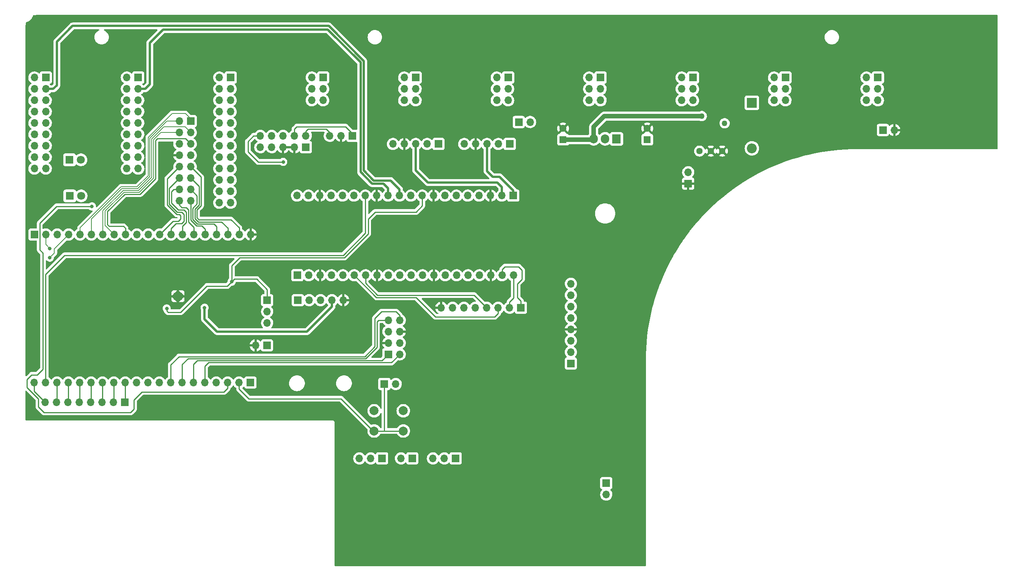
<source format=gbr>
%TF.GenerationSoftware,KiCad,Pcbnew,6.0.8-f2edbf62ab~116~ubuntu20.04.1*%
%TF.CreationDate,2023-08-02T22:58:18+02:00*%
%TF.ProjectId,Board_Bluetooth_radio_platform,426f6172-645f-4426-9c75-65746f6f7468,rev?*%
%TF.SameCoordinates,Original*%
%TF.FileFunction,Copper,L2,Bot*%
%TF.FilePolarity,Positive*%
%FSLAX46Y46*%
G04 Gerber Fmt 4.6, Leading zero omitted, Abs format (unit mm)*
G04 Created by KiCad (PCBNEW 6.0.8-f2edbf62ab~116~ubuntu20.04.1) date 2023-08-02 22:58:18*
%MOMM*%
%LPD*%
G01*
G04 APERTURE LIST*
%TA.AperFunction,ComponentPad*%
%ADD10R,1.700000X1.700000*%
%TD*%
%TA.AperFunction,ComponentPad*%
%ADD11O,1.700000X1.700000*%
%TD*%
%TA.AperFunction,ComponentPad*%
%ADD12R,1.905000X2.000000*%
%TD*%
%TA.AperFunction,ComponentPad*%
%ADD13O,1.905000X2.000000*%
%TD*%
%TA.AperFunction,ComponentPad*%
%ADD14R,1.800000X1.800000*%
%TD*%
%TA.AperFunction,ComponentPad*%
%ADD15C,1.800000*%
%TD*%
%TA.AperFunction,ComponentPad*%
%ADD16C,1.440000*%
%TD*%
%TA.AperFunction,ComponentPad*%
%ADD17R,2.200000X2.200000*%
%TD*%
%TA.AperFunction,ComponentPad*%
%ADD18O,2.200000X2.200000*%
%TD*%
%TA.AperFunction,ComponentPad*%
%ADD19C,2.000000*%
%TD*%
%TA.AperFunction,ComponentPad*%
%ADD20R,1.600000X1.600000*%
%TD*%
%TA.AperFunction,ComponentPad*%
%ADD21C,1.600000*%
%TD*%
%TA.AperFunction,ComponentPad*%
%ADD22C,1.270000*%
%TD*%
%TA.AperFunction,ComponentPad*%
%ADD23C,0.600000*%
%TD*%
%TA.AperFunction,SMDPad,CuDef*%
%ADD24R,1.880000X1.570000*%
%TD*%
%TA.AperFunction,ViaPad*%
%ADD25C,0.800000*%
%TD*%
%TA.AperFunction,Conductor*%
%ADD26C,0.500000*%
%TD*%
%TA.AperFunction,Conductor*%
%ADD27C,1.000000*%
%TD*%
%TA.AperFunction,Conductor*%
%ADD28C,0.200000*%
%TD*%
%TA.AperFunction,Conductor*%
%ADD29C,0.250000*%
%TD*%
G04 APERTURE END LIST*
D10*
%TO.P,J_III1,1,Pin_1*%
%TO.N,unconnected-(J_III1-Pad1)*%
X171510000Y-34500000D03*
D11*
%TO.P,J_III1,2,Pin_2*%
%TO.N,unconnected-(J_III1-Pad2)*%
X168970000Y-34500000D03*
%TO.P,J_III1,3,Pin_3*%
%TO.N,sys_contact_ci*%
X171510000Y-37040000D03*
%TO.P,J_III1,4,Pin_4*%
%TO.N,unconnected-(J_III1-Pad4)*%
X168970000Y-37040000D03*
%TO.P,J_III1,5,Pin_5*%
%TO.N,sys_contact_co*%
X171510000Y-39580000D03*
%TO.P,J_III1,6,Pin_6*%
%TO.N,unconnected-(J_III1-Pad6)*%
X168970000Y-39580000D03*
%TD*%
D10*
%TO.P,J_sys1,1,Pin_1*%
%TO.N,sys_Vsys*%
X132608000Y-44425000D03*
D11*
%TO.P,J_sys1,2,Pin_2*%
%TO.N,+3V3*%
X135148000Y-44425000D03*
%TD*%
D10*
%TO.P,J_VI1,1,Pin_1*%
%TO.N,Net-(J_VI1-Pad1)*%
X109590000Y-34500000D03*
D11*
%TO.P,J_VI1,2,Pin_2*%
%TO.N,unconnected-(J_VI1-Pad2)*%
X107050000Y-34500000D03*
%TO.P,J_VI1,3,Pin_3*%
%TO.N,sys_button_e*%
X109590000Y-37040000D03*
%TO.P,J_VI1,4,Pin_4*%
%TO.N,unconnected-(J_VI1-Pad4)*%
X107050000Y-37040000D03*
%TO.P,J_VI1,5,Pin_5*%
%TO.N,Net-(J_VI1-Pad5)*%
X109590000Y-39580000D03*
%TO.P,J_VI1,6,Pin_6*%
%TO.N,unconnected-(J_VI1-Pad6)*%
X107050000Y-39580000D03*
%TD*%
D10*
%TO.P,J_pwrLed1,1,Pin_1*%
%TO.N,GND*%
X170434000Y-58166000D03*
D11*
%TO.P,J_pwrLed1,2,Pin_2*%
%TO.N,Net-(J_pwrLed1-Pad2)*%
X170434000Y-55626000D03*
%TD*%
D10*
%TO.P,J13,1,Pin_1*%
%TO.N,+3V3*%
X144247000Y-98283000D03*
D11*
%TO.P,J13,2,Pin_2*%
%TO.N,EPD_DC*%
X144247000Y-95743000D03*
%TO.P,J13,3,Pin_3*%
%TO.N,EPD_CS*%
X144247000Y-93203000D03*
%TO.P,J13,4,Pin_4*%
%TO.N,GND*%
X144247000Y-90663000D03*
%TO.P,J13,5,Pin_5*%
%TO.N,EPD_CLK*%
X144247000Y-88123000D03*
%TO.P,J13,6,Pin_6*%
%TO.N,EPD_DIN*%
X144247000Y-85583000D03*
%TO.P,J13,7,Pin_7*%
%TO.N,EPD_RST*%
X144247000Y-83043000D03*
%TO.P,J13,8,Pin_8*%
%TO.N,EPD_BUSY*%
X144247000Y-80503000D03*
%TD*%
D10*
%TO.P,J3,1,Pin_1*%
%TO.N,+3V3*%
X72725000Y-102550000D03*
D11*
%TO.P,J3,2,Pin_2*%
%TO.N,BT_PWREN*%
X70185000Y-102550000D03*
%TO.P,J3,3,Pin_3*%
%TO.N,BT_GPIO6*%
X67645000Y-102550000D03*
%TO.P,J3,4,Pin_4*%
%TO.N,BT_GPIO7*%
X65105000Y-102550000D03*
%TO.P,J3,5,Pin_5*%
%TO.N,BT_UART_RX*%
X62565000Y-102550000D03*
%TO.P,J3,6,Pin_6*%
%TO.N,BT_UART_TX*%
X60025000Y-102550000D03*
%TO.P,J3,7,Pin_7*%
%TO.N,BT_UART_CTS*%
X57485000Y-102550000D03*
%TO.P,J3,8,Pin_8*%
%TO.N,BT_UART_RTS*%
X54945000Y-102550000D03*
%TO.P,J3,9,Pin_9*%
%TO.N,Net-(J19-Pad1)*%
X52405000Y-102550000D03*
%TO.P,J3,10,Pin_10*%
%TO.N,Net-(J19-Pad2)*%
X49865000Y-102550000D03*
%TO.P,J3,11,Pin_11*%
%TO.N,BT_GPIO9*%
X47325000Y-102550000D03*
%TO.P,J3,12,Pin_12*%
%TO.N,Net-(J2-Pad1)*%
X44785000Y-102550000D03*
%TO.P,J3,13,Pin_13*%
%TO.N,Net-(J2-Pad2)*%
X42245000Y-102550000D03*
%TO.P,J3,14,Pin_14*%
%TO.N,Net-(J2-Pad3)*%
X39705000Y-102550000D03*
%TO.P,J3,15,Pin_15*%
%TO.N,Net-(J2-Pad4)*%
X37165000Y-102550000D03*
%TO.P,J3,16,Pin_16*%
%TO.N,Net-(J2-Pad5)*%
X34625000Y-102550000D03*
%TO.P,J3,17,Pin_17*%
%TO.N,Net-(J2-Pad6)*%
X32085000Y-102550000D03*
%TO.P,J3,18,Pin_18*%
%TO.N,Net-(J2-Pad7)*%
X29545000Y-102550000D03*
%TO.P,J3,19,Pin_19*%
%TO.N,BT_GPIO2*%
X27005000Y-102550000D03*
%TO.P,J3,20,Pin_20*%
%TO.N,Net-(J2-Pad8)*%
X24465000Y-102550000D03*
%TD*%
D10*
%TO.P,J_IX1,1,Pin_1*%
%TO.N,Net-(J_IX1-Pad1)*%
X47677500Y-34500000D03*
D11*
%TO.P,J_IX1,2,Pin_2*%
%TO.N,unconnected-(J_IX1-Pad2)*%
X45137500Y-34500000D03*
%TO.P,J_IX1,3,Pin_3*%
%TO.N,sys_button_b*%
X47677500Y-37040000D03*
%TO.P,J_IX1,4,Pin_4*%
%TO.N,unconnected-(J_IX1-Pad4)*%
X45137500Y-37040000D03*
%TO.P,J_IX1,5,Pin_5*%
%TO.N,Net-(J_IX1-Pad5)*%
X47677500Y-39580000D03*
%TO.P,J_IX1,6,Pin_6*%
%TO.N,unconnected-(J_IX1-Pad6)*%
X45137500Y-39580000D03*
%TO.P,J_IX1,7,Pin_7*%
%TO.N,unconnected-(J_IX1-Pad7)*%
X47677500Y-42120000D03*
%TO.P,J_IX1,8,Pin_8*%
%TO.N,unconnected-(J_IX1-Pad8)*%
X45137500Y-42120000D03*
%TO.P,J_IX1,9,Pin_9*%
%TO.N,unconnected-(J_IX1-Pad9)*%
X47677500Y-44660000D03*
%TO.P,J_IX1,10,Pin_10*%
%TO.N,unconnected-(J_IX1-Pad10)*%
X45137500Y-44660000D03*
%TO.P,J_IX1,11,Pin_11*%
%TO.N,unconnected-(J_IX1-Pad11)*%
X47677500Y-47200000D03*
%TO.P,J_IX1,12,Pin_12*%
%TO.N,unconnected-(J_IX1-Pad12)*%
X45137500Y-47200000D03*
%TO.P,J_IX1,13,Pin_13*%
%TO.N,unconnected-(J_IX1-Pad13)*%
X47677500Y-49740000D03*
%TO.P,J_IX1,14,Pin_14*%
%TO.N,unconnected-(J_IX1-Pad14)*%
X45137500Y-49740000D03*
%TO.P,J_IX1,15,Pin_15*%
%TO.N,unconnected-(J_IX1-Pad15)*%
X47677500Y-52280000D03*
%TO.P,J_IX1,16,Pin_16*%
%TO.N,unconnected-(J_IX1-Pad16)*%
X45137500Y-52280000D03*
%TO.P,J_IX1,17,Pin_17*%
%TO.N,unconnected-(J_IX1-Pad17)*%
X47677500Y-54820000D03*
%TO.P,J_IX1,18,Pin_18*%
%TO.N,unconnected-(J_IX1-Pad18)*%
X45137500Y-54820000D03*
%TD*%
D10*
%TO.P,J_I1,1,Pin_1*%
%TO.N,unconnected-(J_I1-Pad1)*%
X212780000Y-34500000D03*
D11*
%TO.P,J_I1,2,Pin_2*%
%TO.N,unconnected-(J_I1-Pad2)*%
X210240000Y-34500000D03*
%TO.P,J_I1,3,Pin_3*%
%TO.N,sys_onoff_i*%
X212780000Y-37040000D03*
%TO.P,J_I1,4,Pin_4*%
%TO.N,unconnected-(J_I1-Pad4)*%
X210240000Y-37040000D03*
%TO.P,J_I1,5,Pin_5*%
%TO.N,sys_onoff_o*%
X212780000Y-39580000D03*
%TO.P,J_I1,6,Pin_6*%
%TO.N,unconnected-(J_I1-Pad6)*%
X210240000Y-39580000D03*
%TD*%
D10*
%TO.P,J11,1,Pin_1*%
%TO.N,Net-(J11-Pad1)*%
X130600000Y-49325000D03*
D11*
%TO.P,J11,2,Pin_2*%
%TO.N,Net-(J11-Pad2)*%
X128060000Y-49325000D03*
%TO.P,J11,3,Pin_3*%
%TO.N,RE1_SW*%
X125520000Y-49325000D03*
%TO.P,J11,4,Pin_4*%
%TO.N,GND*%
X122980000Y-49325000D03*
%TO.P,J11,5,Pin_5*%
%TO.N,+3V3*%
X120440000Y-49325000D03*
%TD*%
D10*
%TO.P,J12,1,Pin_1*%
%TO.N,Net-(J12-Pad1)*%
X114700000Y-49325000D03*
D11*
%TO.P,J12,2,Pin_2*%
%TO.N,Net-(J12-Pad2)*%
X112160000Y-49325000D03*
%TO.P,J12,3,Pin_3*%
%TO.N,RE2_SW*%
X109620000Y-49325000D03*
%TO.P,J12,4,Pin_4*%
%TO.N,GND*%
X107080000Y-49325000D03*
%TO.P,J12,5,Pin_5*%
%TO.N,+3V3*%
X104540000Y-49325000D03*
%TD*%
D10*
%TO.P,J16,1,Pin_1*%
%TO.N,Net-(J16-Pad1)*%
X68315000Y-34500000D03*
D11*
%TO.P,J16,2,Pin_2*%
%TO.N,unconnected-(J16-Pad2)*%
X65775000Y-34500000D03*
%TO.P,J16,3,Pin_3*%
%TO.N,sys_button_c*%
X68315000Y-37040000D03*
%TO.P,J16,4,Pin_4*%
%TO.N,unconnected-(J16-Pad4)*%
X65775000Y-37040000D03*
%TO.P,J16,5,Pin_5*%
%TO.N,Net-(J16-Pad5)*%
X68315000Y-39580000D03*
%TO.P,J16,6,Pin_6*%
%TO.N,unconnected-(J16-Pad6)*%
X65775000Y-39580000D03*
%TO.P,J16,7,Pin_7*%
%TO.N,unconnected-(J16-Pad7)*%
X68315000Y-42120000D03*
%TO.P,J16,8,Pin_8*%
%TO.N,unconnected-(J16-Pad8)*%
X65775000Y-42120000D03*
%TO.P,J16,9,Pin_9*%
%TO.N,unconnected-(J16-Pad9)*%
X68315000Y-44660000D03*
%TO.P,J16,10,Pin_10*%
%TO.N,unconnected-(J16-Pad10)*%
X65775000Y-44660000D03*
%TO.P,J16,11,Pin_11*%
%TO.N,unconnected-(J16-Pad11)*%
X68315000Y-47200000D03*
%TO.P,J16,12,Pin_12*%
%TO.N,unconnected-(J16-Pad12)*%
X65775000Y-47200000D03*
%TO.P,J16,13,Pin_13*%
%TO.N,unconnected-(J16-Pad13)*%
X68315000Y-49740000D03*
%TO.P,J16,14,Pin_14*%
%TO.N,unconnected-(J16-Pad14)*%
X65775000Y-49740000D03*
%TO.P,J16,15,Pin_15*%
%TO.N,unconnected-(J16-Pad15)*%
X68315000Y-52280000D03*
%TO.P,J16,16,Pin_16*%
%TO.N,unconnected-(J16-Pad16)*%
X65775000Y-52280000D03*
%TO.P,J16,17,Pin_17*%
%TO.N,unconnected-(J16-Pad17)*%
X68315000Y-54820000D03*
%TO.P,J16,18,Pin_18*%
%TO.N,unconnected-(J16-Pad18)*%
X65775000Y-54820000D03*
%TO.P,J16,19,Pin_19*%
%TO.N,unconnected-(J16-Pad19)*%
X68315000Y-57360000D03*
%TO.P,J16,20,Pin_20*%
%TO.N,unconnected-(J16-Pad20)*%
X65775000Y-57360000D03*
%TO.P,J16,21,Pin_21*%
%TO.N,unconnected-(J16-Pad21)*%
X68315000Y-59900000D03*
%TO.P,J16,22,Pin_22*%
%TO.N,unconnected-(J16-Pad22)*%
X65775000Y-59900000D03*
%TO.P,J16,23,Pin_23*%
%TO.N,unconnected-(J16-Pad23)*%
X68315000Y-62440000D03*
%TO.P,J16,24,Pin_24*%
%TO.N,unconnected-(J16-Pad24)*%
X65775000Y-62440000D03*
%TD*%
D12*
%TO.P,U1,1,ADJ*%
%TO.N,Net-(R8-Pad2)*%
X154432000Y-48174000D03*
D13*
%TO.P,U1,2,VO*%
%TO.N,+3V3*%
X151892000Y-48174000D03*
%TO.P,U1,3,VI*%
%TO.N,Net-(C1-Pad1)*%
X149352000Y-48174000D03*
%TD*%
D10*
%TO.P,J14,1,Pin_1*%
%TO.N,SYS_audio_sw*%
X76454000Y-84169000D03*
D11*
%TO.P,J14,2,Pin_2*%
%TO.N,audi_fm_o+*%
X76454000Y-86709000D03*
%TO.P,J14,3,Pin_3*%
%TO.N,audi_fm_o-*%
X76454000Y-89249000D03*
%TD*%
D10*
%TO.P,J_VII1,1,Pin_1*%
%TO.N,Net-(J_VII1-Pad1)*%
X88952500Y-34500000D03*
D11*
%TO.P,J_VII1,2,Pin_2*%
%TO.N,unconnected-(J_VII1-Pad2)*%
X86412500Y-34500000D03*
%TO.P,J_VII1,3,Pin_3*%
%TO.N,sys_button_d*%
X88952500Y-37040000D03*
%TO.P,J_VII1,4,Pin_4*%
%TO.N,unconnected-(J_VII1-Pad4)*%
X86412500Y-37040000D03*
%TO.P,J_VII1,5,Pin_5*%
%TO.N,Net-(J_VII1-Pad5)*%
X88952500Y-39580000D03*
%TO.P,J_VII1,6,Pin_6*%
%TO.N,unconnected-(J_VII1-Pad6)*%
X86412500Y-39580000D03*
%TD*%
D14*
%TO.P,D2,1,K*%
%TO.N,BT_LED_0*%
X32350000Y-52850000D03*
D15*
%TO.P,D2,2,A*%
%TO.N,Net-(D2-Pad2)*%
X34890000Y-52850000D03*
%TD*%
D10*
%TO.P,JGPIO9,1,Pin_1*%
%TO.N,Net-(JGPIO9-Pad1)*%
X102108000Y-119463000D03*
D11*
%TO.P,JGPIO9,2,Pin_2*%
%TO.N,BT_GPIO9*%
X99568000Y-119463000D03*
%TO.P,JGPIO9,3,Pin_3*%
%TO.N,Net-(JGPIO9-Pad3)*%
X97028000Y-119463000D03*
%TD*%
D10*
%TO.P,J9,1,Pin_1*%
%TO.N,+3V3*%
X85090000Y-50038000D03*
D11*
%TO.P,J9,2,Pin_2*%
%TO.N,DBG_SWDIO*%
X85090000Y-47498000D03*
%TO.P,J9,3,Pin_3*%
%TO.N,GND*%
X82550000Y-50038000D03*
%TO.P,J9,4,Pin_4*%
%TO.N,DBG_SWCLK*%
X82550000Y-47498000D03*
%TO.P,J9,5,Pin_5*%
%TO.N,GND*%
X80010000Y-50038000D03*
%TO.P,J9,6,Pin_6*%
%TO.N,unconnected-(J9-Pad6)*%
X80010000Y-47498000D03*
%TO.P,J9,7,Pin_7*%
%TO.N,DBG_UART_RX*%
X77470000Y-50038000D03*
%TO.P,J9,8,Pin_8*%
%TO.N,unconnected-(J9-Pad8)*%
X77470000Y-47498000D03*
%TO.P,J9,9,Pin_9*%
%TO.N,DBG_UART_TX*%
X74930000Y-50038000D03*
%TO.P,J9,10,Pin_10*%
%TO.N,DBG_RST*%
X74930000Y-47498000D03*
%TD*%
D10*
%TO.P,J_IV1,1,Pin_1*%
%TO.N,Net-(J_IV1-Pad1)*%
X150875000Y-34500000D03*
D11*
%TO.P,J_IV1,2,Pin_2*%
%TO.N,unconnected-(J_IV1-Pad2)*%
X148335000Y-34500000D03*
%TO.P,J_IV1,3,Pin_3*%
%TO.N,unconnected-(J_IV1-Pad3)*%
X150875000Y-37040000D03*
%TO.P,J_IV1,4,Pin_4*%
%TO.N,unconnected-(J_IV1-Pad4)*%
X148335000Y-37040000D03*
%TO.P,J_IV1,5,Pin_5*%
%TO.N,Net-(J_IV1-Pad5)*%
X150875000Y-39580000D03*
%TO.P,J_IV1,6,Pin_6*%
%TO.N,unconnected-(J_IV1-Pad6)*%
X148335000Y-39580000D03*
%TD*%
D16*
%TO.P,RV1,1,1*%
%TO.N,Net-(R8-Pad2)*%
X172964000Y-50909000D03*
%TO.P,RV1,2,2*%
%TO.N,GND*%
X175504000Y-50909000D03*
%TO.P,RV1,3,3*%
X178044000Y-50909000D03*
%TD*%
D14*
%TO.P,D3,1,K*%
%TO.N,BT_LED_1*%
X32400000Y-60900000D03*
D15*
%TO.P,D3,2,A*%
%TO.N,Net-(D3-Pad2)*%
X34940000Y-60900000D03*
%TD*%
D10*
%TO.P,J10,1,Pin_1*%
%TO.N,DBG_SWCLK*%
X95504000Y-47498000D03*
D11*
%TO.P,J10,2,Pin_2*%
%TO.N,GND*%
X92964000Y-47498000D03*
%TO.P,J10,3,Pin_3*%
%TO.N,DBG_SWDIO*%
X90424000Y-47498000D03*
%TD*%
D10*
%TO.P,J_X1,1,Pin_1*%
%TO.N,Net-(J_X1-Pad1)*%
X27040000Y-34500000D03*
D11*
%TO.P,J_X1,2,Pin_2*%
%TO.N,unconnected-(J_X1-Pad2)*%
X24500000Y-34500000D03*
%TO.P,J_X1,3,Pin_3*%
%TO.N,sys_button_a*%
X27040000Y-37040000D03*
%TO.P,J_X1,4,Pin_4*%
%TO.N,unconnected-(J_X1-Pad4)*%
X24500000Y-37040000D03*
%TO.P,J_X1,5,Pin_5*%
%TO.N,Net-(J_X1-Pad5)*%
X27040000Y-39580000D03*
%TO.P,J_X1,6,Pin_6*%
%TO.N,unconnected-(J_X1-Pad6)*%
X24500000Y-39580000D03*
%TO.P,J_X1,7,Pin_7*%
%TO.N,unconnected-(J_X1-Pad7)*%
X27040000Y-42120000D03*
%TO.P,J_X1,8,Pin_8*%
%TO.N,unconnected-(J_X1-Pad8)*%
X24500000Y-42120000D03*
%TO.P,J_X1,9,Pin_9*%
%TO.N,unconnected-(J_X1-Pad9)*%
X27040000Y-44660000D03*
%TO.P,J_X1,10,Pin_10*%
%TO.N,unconnected-(J_X1-Pad10)*%
X24500000Y-44660000D03*
%TO.P,J_X1,11,Pin_11*%
%TO.N,unconnected-(J_X1-Pad11)*%
X27040000Y-47200000D03*
%TO.P,J_X1,12,Pin_12*%
%TO.N,unconnected-(J_X1-Pad12)*%
X24500000Y-47200000D03*
%TO.P,J_X1,13,Pin_13*%
%TO.N,unconnected-(J_X1-Pad13)*%
X27040000Y-49740000D03*
%TO.P,J_X1,14,Pin_14*%
%TO.N,unconnected-(J_X1-Pad14)*%
X24500000Y-49740000D03*
%TO.P,J_X1,15,Pin_15*%
%TO.N,unconnected-(J_X1-Pad15)*%
X27040000Y-52280000D03*
%TO.P,J_X1,16,Pin_16*%
%TO.N,unconnected-(J_X1-Pad16)*%
X24500000Y-52280000D03*
%TO.P,J_X1,17,Pin_17*%
%TO.N,unconnected-(J_X1-Pad17)*%
X27040000Y-54820000D03*
%TO.P,J_X1,18,Pin_18*%
%TO.N,unconnected-(J_X1-Pad18)*%
X24500000Y-54820000D03*
%TD*%
D10*
%TO.P,J20,1,Pin_1*%
%TO.N,/audio_amp_stage/SPKR+*%
X83300000Y-84175000D03*
D11*
%TO.P,J20,2,Pin_2*%
%TO.N,/audio_amp_stage/SPKR-*%
X85840000Y-84175000D03*
%TO.P,J20,3,Pin_3*%
%TO.N,Net-(J20-Pad3)*%
X88380000Y-84175000D03*
%TO.P,J20,4,Pin_4*%
%TO.N,+3V3*%
X90920000Y-84175000D03*
%TO.P,J20,5,Pin_5*%
%TO.N,GND*%
X93460000Y-84175000D03*
%TD*%
D17*
%TO.P,D1,1,K*%
%TO.N,Net-(D1-Pad1)*%
X184658000Y-40132000D03*
D18*
%TO.P,D1,2,A*%
%TO.N,sys_onoff_o*%
X184658000Y-50292000D03*
%TD*%
D10*
%TO.P,J15,1,Pin_1*%
%TO.N,Net-(J15-Pad1)*%
X76434000Y-94259000D03*
D11*
%TO.P,J15,2,Pin_2*%
%TO.N,GND*%
X73894000Y-94259000D03*
%TD*%
D10*
%TO.P,JRP4020L_1,1,Pin_1*%
%TO.N,DBG_UART_RX*%
X83200000Y-78615000D03*
D11*
%TO.P,JRP4020L_1,2,Pin_2*%
%TO.N,DBG_UART_TX*%
X85740000Y-78615000D03*
%TO.P,JRP4020L_1,3,Pin_3*%
%TO.N,GND*%
X88280000Y-78615000D03*
%TO.P,JRP4020L_1,4,Pin_4*%
%TO.N,BT_UART_RX*%
X90820000Y-78615000D03*
%TO.P,JRP4020L_1,5,Pin_5*%
%TO.N,BT_UART_TX*%
X93360000Y-78615000D03*
%TO.P,JRP4020L_1,6,Pin_6*%
%TO.N,FM_RST*%
X95900000Y-78615000D03*
%TO.P,JRP4020L_1,7,Pin_7*%
%TO.N,FM_SEN*%
X98440000Y-78615000D03*
%TO.P,JRP4020L_1,8,Pin_8*%
%TO.N,GND*%
X100980000Y-78615000D03*
%TO.P,JRP4020L_1,9,Pin_9*%
%TO.N,FM_SDIO*%
X103520000Y-78615000D03*
%TO.P,JRP4020L_1,10,Pin_10*%
%TO.N,FM_SCLK*%
X106060000Y-78615000D03*
%TO.P,JRP4020L_1,11,Pin_11*%
%TO.N,EPD_DC*%
X108600000Y-78615000D03*
%TO.P,JRP4020L_1,12,Pin_12*%
%TO.N,EPD_CS*%
X111140000Y-78615000D03*
%TO.P,JRP4020L_1,13,Pin_13*%
%TO.N,GND*%
X113680000Y-78615000D03*
%TO.P,JRP4020L_1,14,Pin_14*%
%TO.N,EPD_CLK*%
X116220000Y-78615000D03*
%TO.P,JRP4020L_1,15,Pin_15*%
%TO.N,EPD_DIN*%
X118760000Y-78615000D03*
%TO.P,JRP4020L_1,16,Pin_16*%
%TO.N,EPD_RST*%
X121300000Y-78615000D03*
%TO.P,JRP4020L_1,17,Pin_17*%
%TO.N,EPD_BUSY*%
X123840000Y-78615000D03*
%TO.P,JRP4020L_1,18,Pin_18*%
%TO.N,GND*%
X126380000Y-78615000D03*
%TO.P,JRP4020L_1,19,Pin_19*%
%TO.N,FM_GPIO2*%
X128920000Y-78615000D03*
%TO.P,JRP4020L_1,20,Pin_20*%
%TO.N,FM_GPIO1*%
X131460000Y-78615000D03*
%TD*%
D19*
%TO.P,SW1,1,1*%
%TO.N,+3V3*%
X106842000Y-108850000D03*
X100342000Y-108850000D03*
%TO.P,SW1,2,2*%
%TO.N,BT_PWREN*%
X106842000Y-113350000D03*
X100342000Y-113350000D03*
%TD*%
D20*
%TO.P,C2,1*%
%TO.N,+3V3*%
X161290000Y-48363113D03*
D21*
%TO.P,C2,2*%
%TO.N,GND*%
X161290000Y-45863113D03*
%TD*%
D10*
%TO.P,J5,1,Pin_1*%
%TO.N,BT_SPKR_L+*%
X24525000Y-69530000D03*
D11*
%TO.P,J5,2,Pin_2*%
%TO.N,BT_SPKR_R+*%
X27065000Y-69530000D03*
%TO.P,J5,3,Pin_3*%
%TO.N,BT_SPKR_L-*%
X29605000Y-69530000D03*
%TO.P,J5,4,Pin_4*%
%TO.N,BT_SPKR_R-*%
X32145000Y-69530000D03*
%TO.P,J5,5,Pin_5*%
%TO.N,BT_MIC_R-*%
X34685000Y-69530000D03*
%TO.P,J5,6,Pin_6*%
%TO.N,BT_MIC_L-*%
X37225000Y-69530000D03*
%TO.P,J5,7,Pin_7*%
%TO.N,BT_MIC_R+*%
X39765000Y-69530000D03*
%TO.P,J5,8,Pin_8*%
%TO.N,BT_MIC_L+*%
X42305000Y-69530000D03*
%TO.P,J5,9,Pin_9*%
%TO.N,BT_MIC_BIAS*%
X44845000Y-69530000D03*
%TO.P,J5,10,Pin_10*%
%TO.N,BT_LED_0*%
X47385000Y-69530000D03*
%TO.P,J5,11,Pin_11*%
%TO.N,BT_LED_1*%
X49925000Y-69530000D03*
%TO.P,J5,12,Pin_12*%
%TO.N,BT_SPI_MOSI*%
X52465000Y-69530000D03*
%TO.P,J5,13,Pin_13*%
%TO.N,BT_SPI_SCK*%
X55005000Y-69530000D03*
%TO.P,J5,14,Pin_14*%
%TO.N,BT_SPI_MISO*%
X57545000Y-69530000D03*
%TO.P,J5,15,Pin_15*%
%TO.N,BT_SPI_SS*%
X60085000Y-69530000D03*
%TO.P,J5,16,Pin_16*%
%TO.N,BT_PCM_CLK*%
X62625000Y-69530000D03*
%TO.P,J5,17,Pin_17*%
%TO.N,BT_PCM_SYNC*%
X65165000Y-69530000D03*
%TO.P,J5,18,Pin_18*%
%TO.N,BT_PCM_OUT*%
X67705000Y-69530000D03*
%TO.P,J5,19,Pin_19*%
%TO.N,BT_PCM_IN*%
X70245000Y-69530000D03*
%TO.P,J5,20,Pin_20*%
%TO.N,GND*%
X72785000Y-69530000D03*
%TD*%
D10*
%TO.P,J19,1,Pin_1*%
%TO.N,Net-(J19-Pad1)*%
X108858000Y-119463000D03*
D11*
%TO.P,J19,2,Pin_2*%
%TO.N,Net-(J19-Pad2)*%
X106318000Y-119463000D03*
%TD*%
D10*
%TO.P,J_II1,1,Pin_1*%
%TO.N,unconnected-(J_II1-Pad1)*%
X192145000Y-34500000D03*
D11*
%TO.P,J_II1,2,Pin_2*%
%TO.N,unconnected-(J_II1-Pad2)*%
X189605000Y-34500000D03*
%TO.P,J_II1,3,Pin_3*%
%TO.N,sys_contact_bi*%
X192145000Y-37040000D03*
%TO.P,J_II1,4,Pin_4*%
%TO.N,unconnected-(J_II1-Pad4)*%
X189605000Y-37040000D03*
%TO.P,J_II1,5,Pin_5*%
%TO.N,sys_contact_bo*%
X192145000Y-39580000D03*
%TO.P,J_II1,6,Pin_6*%
%TO.N,unconnected-(J_II1-Pad6)*%
X189605000Y-39580000D03*
%TD*%
D22*
%TO.P,F1,1*%
%TO.N,Net-(D1-Pad1)*%
X178562000Y-44704000D03*
%TO.P,F1,2*%
%TO.N,Net-(C1-Pad1)*%
X173462000Y-43104000D03*
%TD*%
D10*
%TO.P,J7,1,Pin_1*%
%TO.N,BT_UART_TX*%
X103500000Y-96250000D03*
D11*
%TO.P,J7,2,Pin_2*%
%TO.N,BT_UART_RX*%
X106040000Y-96250000D03*
%TO.P,J7,3,Pin_3*%
%TO.N,GND*%
X103500000Y-93710000D03*
%TO.P,J7,4,Pin_4*%
%TO.N,+3V3*%
X106040000Y-93710000D03*
%TO.P,J7,5,Pin_5*%
%TO.N,unconnected-(J7-Pad5)*%
X103500000Y-91170000D03*
%TO.P,J7,6,Pin_6*%
%TO.N,GND*%
X106040000Y-91170000D03*
%TO.P,J7,7,Pin_7*%
%TO.N,BT_UART_CTS*%
X103500000Y-88630000D03*
%TO.P,J7,8,Pin_8*%
%TO.N,BT_UART_RTS*%
X106040000Y-88630000D03*
%TD*%
D23*
%TO.P,U3,11,pad*%
%TO.N,GND*%
X55910000Y-82805000D03*
X57190000Y-82805000D03*
X55910000Y-83775000D03*
D24*
X56550000Y-83290000D03*
D23*
X57190000Y-83775000D03*
%TD*%
D10*
%TO.P,JGPIO7,1,Pin_1*%
%TO.N,Net-(JGPIO7-Pad1)*%
X118538000Y-119463000D03*
D11*
%TO.P,JGPIO7,2,Pin_2*%
%TO.N,BT_GPIO7*%
X115998000Y-119463000D03*
%TO.P,JGPIO7,3,Pin_3*%
%TO.N,Net-(JGPIO7-Pad3)*%
X113458000Y-119463000D03*
%TD*%
D10*
%TO.P,J1,1,Pin_1*%
%TO.N,sys_onoff_i*%
X213888000Y-46203000D03*
D11*
%TO.P,J1,2,Pin_2*%
%TO.N,GND*%
X216428000Y-46203000D03*
%TD*%
D20*
%TO.P,C1,1*%
%TO.N,Net-(C1-Pad1)*%
X142494000Y-48363113D03*
D21*
%TO.P,C1,2*%
%TO.N,GND*%
X142494000Y-45863113D03*
%TD*%
D10*
%TO.P,J17,1,Pin_1*%
%TO.N,Net-(J17-Pad1)*%
X152146000Y-124988000D03*
D11*
%TO.P,J17,2,Pin_2*%
%TO.N,Net-(J17-Pad2)*%
X152146000Y-127528000D03*
%TD*%
D10*
%TO.P,JRP2040R_1,1,Pin_1*%
%TO.N,RE1_SW*%
X131400000Y-60835000D03*
D11*
%TO.P,JRP2040R_1,2,Pin_2*%
%TO.N,RE2_SW*%
X128860000Y-60835000D03*
%TO.P,JRP2040R_1,3,Pin_3*%
%TO.N,GND*%
X126320000Y-60835000D03*
%TO.P,JRP2040R_1,4,Pin_4*%
%TO.N,RE1_A*%
X123780000Y-60835000D03*
%TO.P,JRP2040R_1,5,Pin_5*%
%TO.N,RE1_B*%
X121240000Y-60835000D03*
%TO.P,JRP2040R_1,6,Pin_6*%
%TO.N,RE2_A*%
X118700000Y-60835000D03*
%TO.P,JRP2040R_1,7,Pin_7*%
%TO.N,RE2_B*%
X116160000Y-60835000D03*
%TO.P,JRP2040R_1,8,Pin_8*%
%TO.N,GND*%
X113620000Y-60835000D03*
%TO.P,JRP2040R_1,9,Pin_9*%
%TO.N,SYS_audio_sw*%
X111080000Y-60835000D03*
%TO.P,JRP2040R_1,10,Pin_10*%
%TO.N,DBG_RST*%
X108540000Y-60835000D03*
%TO.P,JRP2040R_1,11,Pin_11*%
%TO.N,sys_button_a*%
X106000000Y-60835000D03*
%TO.P,JRP2040R_1,12,Pin_12*%
%TO.N,sys_button_b*%
X103460000Y-60835000D03*
%TO.P,JRP2040R_1,13,Pin_13*%
%TO.N,GND*%
X100920000Y-60835000D03*
%TO.P,JRP2040R_1,14,Pin_14*%
%TO.N,BT_GPIO2*%
X98380000Y-60835000D03*
%TO.P,JRP2040R_1,15,Pin_15*%
%TO.N,sys_adcVref*%
X95840000Y-60835000D03*
%TO.P,JRP2040R_1,16,Pin_16*%
%TO.N,sys_3v3out*%
X93300000Y-60835000D03*
%TO.P,JRP2040R_1,17,Pin_17*%
%TO.N,sys_3V3_EN*%
X90760000Y-60835000D03*
%TO.P,JRP2040R_1,18,Pin_18*%
%TO.N,GND*%
X88220000Y-60835000D03*
%TO.P,JRP2040R_1,19,Pin_19*%
%TO.N,sys_Vsys*%
X85680000Y-60835000D03*
%TO.P,JRP2040R_1,20,Pin_20*%
%TO.N,sys_Vbus*%
X83140000Y-60835000D03*
%TD*%
D10*
%TO.P,J2,1,Pin_1*%
%TO.N,Net-(J2-Pad1)*%
X44704000Y-106934000D03*
D11*
%TO.P,J2,2,Pin_2*%
%TO.N,Net-(J2-Pad2)*%
X42164000Y-106934000D03*
%TO.P,J2,3,Pin_3*%
%TO.N,Net-(J2-Pad3)*%
X39624000Y-106934000D03*
%TO.P,J2,4,Pin_4*%
%TO.N,Net-(J2-Pad4)*%
X37084000Y-106934000D03*
%TO.P,J2,5,Pin_5*%
%TO.N,Net-(J2-Pad5)*%
X34544000Y-106934000D03*
%TO.P,J2,6,Pin_6*%
%TO.N,Net-(J2-Pad6)*%
X32004000Y-106934000D03*
%TO.P,J2,7,Pin_7*%
%TO.N,Net-(J2-Pad7)*%
X29464000Y-106934000D03*
%TO.P,J2,8,Pin_8*%
%TO.N,Net-(J2-Pad8)*%
X26924000Y-106934000D03*
%TD*%
D10*
%TO.P,J4,1,Pin_1*%
%TO.N,BT_PWREN*%
X102616000Y-102870000D03*
D11*
%TO.P,J4,2,Pin_2*%
%TO.N,+3V3*%
X105156000Y-102870000D03*
%TD*%
D10*
%TO.P,J_V1,1,Pin_1*%
%TO.N,Net-(J_V1-Pad1)*%
X130240000Y-34500000D03*
D11*
%TO.P,J_V1,2,Pin_2*%
%TO.N,unconnected-(J_V1-Pad2)*%
X127700000Y-34500000D03*
%TO.P,J_V1,3,Pin_3*%
%TO.N,unconnected-(J_V1-Pad3)*%
X130240000Y-37040000D03*
%TO.P,J_V1,4,Pin_4*%
%TO.N,unconnected-(J_V1-Pad4)*%
X127700000Y-37040000D03*
%TO.P,J_V1,5,Pin_5*%
%TO.N,Net-(J_V1-Pad5)*%
X130240000Y-39580000D03*
%TO.P,J_V1,6,Pin_6*%
%TO.N,unconnected-(J_V1-Pad6)*%
X127700000Y-39580000D03*
%TD*%
D10*
%TO.P,J8,1,Pin_1*%
%TO.N,BT_MIC_R-*%
X59390000Y-44225000D03*
D11*
%TO.P,J8,2,Pin_2*%
%TO.N,BT_MIC_L-*%
X56850000Y-44225000D03*
%TO.P,J8,3,Pin_3*%
%TO.N,BT_MIC_R+*%
X59390000Y-46765000D03*
%TO.P,J8,4,Pin_4*%
%TO.N,BT_MIC_L+*%
X56850000Y-46765000D03*
%TO.P,J8,5,Pin_5*%
%TO.N,BT_MIC_BIAS*%
X59390000Y-49305000D03*
%TO.P,J8,6,Pin_6*%
%TO.N,BT_GPIO6*%
X56850000Y-49305000D03*
%TO.P,J8,7,Pin_7*%
%TO.N,+3V3*%
X59390000Y-51845000D03*
%TO.P,J8,8,Pin_8*%
%TO.N,GND*%
X56850000Y-51845000D03*
%TO.P,J8,9,Pin_9*%
%TO.N,BT_PCM_IN*%
X59390000Y-54385000D03*
%TO.P,J8,10,Pin_10*%
%TO.N,BT_SPI_MOSI*%
X56850000Y-54385000D03*
%TO.P,J8,11,Pin_11*%
%TO.N,BT_PCM_OUT*%
X59390000Y-56925000D03*
%TO.P,J8,12,Pin_12*%
%TO.N,BT_SPI_SCK*%
X56850000Y-56925000D03*
%TO.P,J8,13,Pin_13*%
%TO.N,BT_PCM_SYNC*%
X59390000Y-59465000D03*
%TO.P,J8,14,Pin_14*%
%TO.N,BT_SPI_MISO*%
X56850000Y-59465000D03*
%TO.P,J8,15,Pin_15*%
%TO.N,BT_PCM_CLK*%
X59390000Y-62005000D03*
%TO.P,J8,16,Pin_16*%
%TO.N,BT_SPI_SS*%
X56850000Y-62005000D03*
%TD*%
D10*
%TO.P,J6,1,Pin_1*%
%TO.N,FM_GPIO2*%
X133096000Y-85852000D03*
D11*
%TO.P,J6,2,Pin_2*%
%TO.N,FM_GPIO1*%
X130556000Y-85852000D03*
%TO.P,J6,3,Pin_3*%
%TO.N,FM_RST*%
X128016000Y-85852000D03*
%TO.P,J6,4,Pin_4*%
%TO.N,FM_SEN*%
X125476000Y-85852000D03*
%TO.P,J6,5,Pin_5*%
%TO.N,FM_SCLK*%
X122936000Y-85852000D03*
%TO.P,J6,6,Pin_6*%
%TO.N,FM_SDIO*%
X120396000Y-85852000D03*
%TO.P,J6,7,Pin_7*%
%TO.N,+3V3*%
X117856000Y-85852000D03*
%TO.P,J6,8,Pin_8*%
%TO.N,GND*%
X115316000Y-85852000D03*
%TD*%
D25*
%TO.N,GND*%
X79502000Y-68072000D03*
X99314000Y-102362000D03*
X114650000Y-46450000D03*
X39878000Y-94742000D03*
X128590000Y-69088000D03*
X33782000Y-72136000D03*
X103886000Y-85090000D03*
X117450000Y-56600000D03*
X111000000Y-115500000D03*
X29210000Y-66294000D03*
X41910000Y-82042000D03*
X24130000Y-109728000D03*
X74422000Y-64516000D03*
X82042000Y-88646000D03*
X52832000Y-49530000D03*
X65024000Y-86360000D03*
X227838000Y-35052000D03*
X64770000Y-76454000D03*
X126746000Y-27940000D03*
X125984000Y-98298000D03*
X49530000Y-64008000D03*
X210312000Y-27940000D03*
X81026000Y-27940000D03*
X168910000Y-27940000D03*
X29718000Y-84582000D03*
X76708000Y-76962000D03*
X128590000Y-46736000D03*
X52832000Y-84582000D03*
X41148000Y-27940000D03*
X109220000Y-122763000D03*
X79248000Y-100330000D03*
X34290000Y-45720000D03*
X33250000Y-56750000D03*
X53086000Y-92202000D03*
%TO.N,+3V3*%
X62484000Y-85852000D03*
%TO.N,BT_SPKR_R+*%
X27940000Y-72644000D03*
%TO.N,BT_SPKR_R-*%
X27940000Y-74676000D03*
%TO.N,BT_GPIO6*%
X37338000Y-63246000D03*
%TO.N,DBG_RST*%
X80040000Y-53320000D03*
%TO.N,SYS_audio_sw*%
X68525000Y-80050000D03*
X54037011Y-86025145D03*
%TD*%
D26*
%TO.N,sys_button_a*%
X90200000Y-23000000D02*
X33000000Y-23000000D01*
X106000000Y-60835000D02*
X106000000Y-59452000D01*
X104014000Y-57466000D02*
X100204000Y-57466000D01*
X106000000Y-59452000D02*
X104014000Y-57466000D01*
X100204000Y-57466000D02*
X98000000Y-55262000D01*
X98000000Y-55262000D02*
X98000000Y-30800000D01*
X98000000Y-30800000D02*
X90200000Y-23000000D01*
%TO.N,sys_button_b*%
X50250000Y-26750000D02*
X53200000Y-23800000D01*
X103460000Y-59198000D02*
X102428000Y-58166000D01*
X103460000Y-60835000D02*
X103460000Y-59198000D01*
X102428000Y-58166000D02*
X99888000Y-58166000D01*
X99888000Y-58166000D02*
X97300000Y-55578000D01*
X97300000Y-55578000D02*
X97300000Y-31100000D01*
X90000000Y-23800000D02*
X53200000Y-23800000D01*
X97300000Y-31100000D02*
X90000000Y-23800000D01*
D27*
%TO.N,Net-(C1-Pad1)*%
X149162887Y-48363113D02*
X149352000Y-48174000D01*
X151714000Y-43104000D02*
X173462000Y-43104000D01*
X149352000Y-48174000D02*
X149352000Y-45466000D01*
X149352000Y-45466000D02*
X151714000Y-43104000D01*
X142494000Y-48363113D02*
X149162887Y-48363113D01*
D26*
%TO.N,+3V3*%
X85344000Y-91186000D02*
X65278000Y-91186000D01*
X65278000Y-91186000D02*
X62484000Y-88392000D01*
X90932000Y-85598000D02*
X85344000Y-91186000D01*
X90932000Y-84213000D02*
X90932000Y-85598000D01*
X62484000Y-88392000D02*
X62484000Y-85852000D01*
D28*
%TO.N,BT_SPKR_R+*%
X27065000Y-71769000D02*
X27065000Y-69530000D01*
X27940000Y-72644000D02*
X27065000Y-71769000D01*
%TO.N,BT_SPKR_R-*%
X28956000Y-73660000D02*
X27940000Y-74676000D01*
X32145000Y-69530000D02*
X28956000Y-72719000D01*
X28956000Y-72719000D02*
X28956000Y-73660000D01*
D29*
%TO.N,Net-(J2-Pad1)*%
X44785000Y-106853000D02*
X44704000Y-106934000D01*
X44785000Y-102550000D02*
X44785000Y-106853000D01*
%TO.N,Net-(J2-Pad2)*%
X42245000Y-102550000D02*
X42245000Y-106853000D01*
X42245000Y-106853000D02*
X42164000Y-106934000D01*
%TO.N,Net-(J2-Pad3)*%
X39705000Y-102550000D02*
X39705000Y-106853000D01*
X39705000Y-106853000D02*
X39624000Y-106934000D01*
%TO.N,Net-(J2-Pad4)*%
X37165000Y-102550000D02*
X37165000Y-106853000D01*
X37165000Y-106853000D02*
X37084000Y-106934000D01*
%TO.N,Net-(J2-Pad5)*%
X34625000Y-102550000D02*
X34625000Y-106853000D01*
X34625000Y-106853000D02*
X34544000Y-106934000D01*
%TO.N,Net-(J2-Pad6)*%
X32085000Y-102550000D02*
X32085000Y-106853000D01*
X32085000Y-106853000D02*
X32004000Y-106934000D01*
%TO.N,Net-(J2-Pad7)*%
X29545000Y-106853000D02*
X29464000Y-106934000D01*
X29545000Y-102550000D02*
X29545000Y-106853000D01*
%TO.N,Net-(J2-Pad8)*%
X24465000Y-104475000D02*
X26924000Y-106934000D01*
X24465000Y-102550000D02*
X24465000Y-104475000D01*
%TO.N,BT_PWREN*%
X102682000Y-113350000D02*
X106842000Y-113350000D01*
X102616000Y-102870000D02*
X102616000Y-113284000D01*
X100342000Y-113350000D02*
X102682000Y-113350000D01*
X102616000Y-113284000D02*
X102682000Y-113350000D01*
X70185000Y-103967000D02*
X70185000Y-102550000D01*
X72390000Y-106172000D02*
X70185000Y-103967000D01*
X100342000Y-113478000D02*
X100342000Y-113538000D01*
X72390000Y-106172000D02*
X92976000Y-106172000D01*
X100342000Y-113538000D02*
X92976000Y-106172000D01*
%TO.N,BT_GPIO6*%
X26670000Y-109220000D02*
X45974000Y-109220000D01*
X25146000Y-100838000D02*
X23876000Y-100838000D01*
X66802000Y-104648000D02*
X67645000Y-103805000D01*
X25700000Y-72944000D02*
X26416000Y-73660000D01*
X46736000Y-106426000D02*
X48514000Y-104648000D01*
X22860000Y-103632000D02*
X25400000Y-106172000D01*
X25400000Y-106172000D02*
X25400000Y-107950000D01*
X25700000Y-67010000D02*
X25700000Y-72944000D01*
X45974000Y-109220000D02*
X46736000Y-108458000D01*
X67645000Y-103805000D02*
X67645000Y-102550000D01*
X29464000Y-63246000D02*
X25700000Y-67010000D01*
X48514000Y-104648000D02*
X66802000Y-104648000D01*
X25400000Y-107950000D02*
X26670000Y-109220000D01*
X23876000Y-100838000D02*
X22860000Y-101854000D01*
X46736000Y-108458000D02*
X46736000Y-106426000D01*
X26416000Y-99568000D02*
X25146000Y-100838000D01*
X37338000Y-63246000D02*
X29464000Y-63246000D01*
X22860000Y-101854000D02*
X22860000Y-103632000D01*
X26416000Y-73660000D02*
X26416000Y-99568000D01*
%TO.N,BT_UART_RX*%
X106040000Y-96250000D02*
X104190000Y-98100000D01*
X63400000Y-98100000D02*
X62565000Y-98935000D01*
X104190000Y-98100000D02*
X63400000Y-98100000D01*
X62565000Y-98935000D02*
X62565000Y-102550000D01*
%TO.N,BT_UART_TX*%
X103500000Y-96250000D02*
X102100000Y-97650000D01*
X60025000Y-98471000D02*
X60025000Y-102550000D01*
X102100000Y-97650000D02*
X60846000Y-97650000D01*
X60846000Y-97650000D02*
X60025000Y-98471000D01*
%TO.N,BT_UART_CTS*%
X101320000Y-88630000D02*
X100950000Y-89000000D01*
X98436396Y-97200000D02*
X58800000Y-97200000D01*
X103500000Y-88630000D02*
X101320000Y-88630000D01*
X57485000Y-98515000D02*
X57485000Y-102550000D01*
X100950000Y-89000000D02*
X100950000Y-94686396D01*
X58800000Y-97200000D02*
X57485000Y-98515000D01*
X100950000Y-94686396D02*
X98436396Y-97200000D01*
%TO.N,BT_UART_RTS*%
X54945000Y-98555000D02*
X54945000Y-102550000D01*
X100500000Y-88250000D02*
X100500000Y-94500000D01*
X100500000Y-94500000D02*
X98250000Y-96750000D01*
X102000000Y-86750000D02*
X100500000Y-88250000D01*
X56750000Y-96750000D02*
X54945000Y-98555000D01*
X105250000Y-86750000D02*
X102000000Y-86750000D01*
X106040000Y-87540000D02*
X105250000Y-86750000D01*
X98250000Y-96750000D02*
X56750000Y-96750000D01*
X106040000Y-88630000D02*
X106040000Y-87540000D01*
%TO.N,BT_GPIO2*%
X31251305Y-74168000D02*
X93410000Y-74168000D01*
X27005000Y-102550000D02*
X27005000Y-78414305D01*
X98380000Y-69198000D02*
X98380000Y-60835000D01*
X27005000Y-78414305D02*
X31251305Y-74168000D01*
X93410000Y-74168000D02*
X98380000Y-69198000D01*
D28*
%TO.N,BT_MIC_R-*%
X59390000Y-43690000D02*
X58200000Y-42500000D01*
X58200000Y-42500000D02*
X55234315Y-42500000D01*
X34685000Y-68015000D02*
X34685000Y-69530000D01*
X55234315Y-42500000D02*
X49900000Y-47834315D01*
X47400000Y-58900000D02*
X43800000Y-58900000D01*
X49900000Y-47834315D02*
X49900000Y-56400000D01*
X43800000Y-58900000D02*
X34685000Y-68015000D01*
X49900000Y-56400000D02*
X47400000Y-58900000D01*
X59390000Y-44225000D02*
X59390000Y-43690000D01*
%TO.N,BT_MIC_L-*%
X54109314Y-44225000D02*
X56850000Y-44225000D01*
X50300000Y-56565686D02*
X47582843Y-59282843D01*
X47565686Y-59300000D02*
X44000000Y-59300000D01*
X44000000Y-59300000D02*
X37225000Y-66075000D01*
X50300000Y-48034315D02*
X50300000Y-56565686D01*
X37225000Y-66075000D02*
X37225000Y-69530000D01*
X50300000Y-48034315D02*
X54109314Y-44225000D01*
%TO.N,BT_MIC_R+*%
X44300000Y-59700000D02*
X47731372Y-59700000D01*
X53400000Y-45500000D02*
X58125000Y-45500000D01*
X58125000Y-45500000D02*
X59390000Y-46765000D01*
X39765000Y-64235000D02*
X44300000Y-59700000D01*
X47731372Y-59700000D02*
X50700000Y-56731372D01*
X50700000Y-56731372D02*
X50700000Y-48200000D01*
X39765000Y-69530000D02*
X39765000Y-64235000D01*
X50700000Y-48200000D02*
X53400000Y-45500000D01*
%TO.N,BT_MIC_L+*%
X51100000Y-56897058D02*
X47897058Y-60100000D01*
X44500000Y-60100000D02*
X40300000Y-64300000D01*
X56850000Y-46765000D02*
X52700686Y-46765000D01*
X47897058Y-60100000D02*
X44500000Y-60100000D01*
X51100000Y-48365686D02*
X51100000Y-56897058D01*
X40300000Y-67525000D02*
X42305000Y-69530000D01*
X52700686Y-46765000D02*
X51100000Y-48365686D01*
X40300000Y-64300000D02*
X40300000Y-67525000D01*
D29*
%TO.N,BT_MIC_BIAS*%
X40800000Y-67300000D02*
X40800000Y-64401040D01*
X40800000Y-64401040D02*
X44676040Y-60525000D01*
X44845000Y-68145000D02*
X44400000Y-67700000D01*
X51525000Y-48541726D02*
X51936726Y-48130000D01*
X51936726Y-48130000D02*
X58215000Y-48130000D01*
X41200000Y-67700000D02*
X40800000Y-67300000D01*
X44845000Y-69530000D02*
X44845000Y-68145000D01*
X58215000Y-48130000D02*
X59390000Y-49305000D01*
X44400000Y-67700000D02*
X41200000Y-67700000D01*
X48073099Y-60525000D02*
X51525000Y-57073098D01*
X51525000Y-57073098D02*
X51525000Y-48541726D01*
X44676040Y-60525000D02*
X48073099Y-60525000D01*
%TO.N,BT_SPI_MOSI*%
X54160000Y-57075000D02*
X56850000Y-54385000D01*
X57150000Y-65278000D02*
X56896000Y-65024000D01*
X54160000Y-62924396D02*
X54160000Y-57075000D01*
X52465000Y-69530000D02*
X55447000Y-66548000D01*
X56642000Y-66548000D02*
X57150000Y-66040000D01*
X57150000Y-66040000D02*
X57150000Y-65278000D01*
X55447000Y-66548000D02*
X56642000Y-66548000D01*
X56259604Y-65024000D02*
X54160000Y-62924396D01*
X56896000Y-65024000D02*
X56259604Y-65024000D01*
%TO.N,BT_SPI_SCK*%
X55005000Y-69530000D02*
X55005000Y-68185000D01*
X54610000Y-62738000D02*
X54610000Y-59165000D01*
X56134000Y-67056000D02*
X57404000Y-67056000D01*
X54610000Y-59165000D02*
X56850000Y-56925000D01*
X57404000Y-64516000D02*
X56388000Y-64516000D01*
X55005000Y-68185000D02*
X56134000Y-67056000D01*
X57912000Y-66548000D02*
X57912000Y-65024000D01*
X57912000Y-65024000D02*
X57404000Y-64516000D01*
X56388000Y-64516000D02*
X54610000Y-62738000D01*
X57404000Y-67056000D02*
X57912000Y-66548000D01*
%TO.N,BT_SPI_MISO*%
X55118000Y-59944000D02*
X55597000Y-59465000D01*
X58420000Y-64516000D02*
X57912000Y-64008000D01*
X57545000Y-67677000D02*
X58420000Y-66802000D01*
X55597000Y-59465000D02*
X56850000Y-59465000D01*
X57912000Y-64008000D02*
X56642000Y-64008000D01*
X56642000Y-64008000D02*
X55118000Y-62484000D01*
X58420000Y-66802000D02*
X58420000Y-64516000D01*
X55118000Y-62484000D02*
X55118000Y-59944000D01*
X57545000Y-69530000D02*
X57545000Y-67677000D01*
%TO.N,BT_SPI_SS*%
X56850000Y-62946000D02*
X56850000Y-62005000D01*
X58420000Y-63500000D02*
X57404000Y-63500000D01*
X57404000Y-63500000D02*
X56850000Y-62946000D01*
X60085000Y-67885000D02*
X60085000Y-69530000D01*
X60085000Y-67885000D02*
X58928000Y-66728000D01*
X58928000Y-66728000D02*
X58928000Y-64008000D01*
X58928000Y-64008000D02*
X58420000Y-63500000D01*
%TO.N,BT_PCM_CLK*%
X60700000Y-67600000D02*
X61900000Y-67600000D01*
X59390000Y-66290000D02*
X60700000Y-67600000D01*
X62625000Y-68325000D02*
X62625000Y-69530000D01*
X61900000Y-67600000D02*
X62625000Y-68325000D01*
X59390000Y-62005000D02*
X59390000Y-66290000D01*
%TO.N,BT_PCM_SYNC*%
X59840000Y-63660000D02*
X59840000Y-66103604D01*
X59390000Y-59465000D02*
X60800000Y-60875000D01*
X65165000Y-67765000D02*
X65165000Y-69530000D01*
X60886396Y-67150000D02*
X64550000Y-67150000D01*
X60800000Y-60875000D02*
X60800000Y-62700000D01*
X60800000Y-62700000D02*
X59840000Y-63660000D01*
X59840000Y-66103604D02*
X60886396Y-67150000D01*
X64550000Y-67150000D02*
X65165000Y-67765000D01*
%TO.N,BT_PCM_OUT*%
X67705000Y-68105000D02*
X67705000Y-69530000D01*
X60318198Y-63818198D02*
X60318198Y-65945406D01*
X61250000Y-58785000D02*
X61250000Y-62886396D01*
X60318198Y-65945406D02*
X61072792Y-66700000D01*
X61250000Y-62886396D02*
X60318198Y-63818198D01*
X66300000Y-66700000D02*
X67705000Y-68105000D01*
X61072792Y-66700000D02*
X66300000Y-66700000D01*
X59390000Y-56925000D02*
X61250000Y-58785000D01*
%TO.N,BT_PCM_IN*%
X61700000Y-56695000D02*
X61700000Y-63072792D01*
X60768198Y-64004594D02*
X60768198Y-65759010D01*
X61700000Y-63072792D02*
X60768198Y-64004594D01*
X61209188Y-66200000D02*
X68400000Y-66200000D01*
X68400000Y-66200000D02*
X70245000Y-68045000D01*
X70245000Y-68045000D02*
X70245000Y-69530000D01*
X59390000Y-54385000D02*
X61700000Y-56695000D01*
X60768198Y-65759010D02*
X61209188Y-66200000D01*
%TO.N,FM_GPIO2*%
X132334000Y-83566000D02*
X132334000Y-80518000D01*
X133096000Y-85852000D02*
X133096000Y-84328000D01*
X133350000Y-77470000D02*
X132588000Y-76708000D01*
X128920000Y-77328000D02*
X128920000Y-78615000D01*
X129540000Y-76708000D02*
X128920000Y-77328000D01*
X132588000Y-76708000D02*
X129540000Y-76708000D01*
X132334000Y-80518000D02*
X133350000Y-79502000D01*
X133096000Y-84328000D02*
X132334000Y-83566000D01*
X133350000Y-79502000D02*
X133350000Y-77470000D01*
%TO.N,FM_GPIO1*%
X131460000Y-83678000D02*
X131460000Y-78615000D01*
X130556000Y-84582000D02*
X131460000Y-83678000D01*
X130556000Y-85852000D02*
X130556000Y-84582000D01*
%TO.N,FM_RST*%
X100851000Y-83566000D02*
X109728000Y-83566000D01*
X128016000Y-87122000D02*
X128016000Y-85852000D01*
X127254000Y-87884000D02*
X128016000Y-87122000D01*
X114046000Y-87884000D02*
X127254000Y-87884000D01*
X109728000Y-83566000D02*
X114046000Y-87884000D01*
X95900000Y-78615000D02*
X100851000Y-83566000D01*
%TO.N,FM_SEN*%
X98440000Y-80406000D02*
X101092000Y-83058000D01*
X98440000Y-78615000D02*
X98440000Y-80406000D01*
X122682000Y-83058000D02*
X125476000Y-85852000D01*
X101092000Y-83058000D02*
X122682000Y-83058000D01*
%TO.N,DBG_SWDIO*%
X85090000Y-46482000D02*
X85598000Y-45974000D01*
X89662000Y-45974000D02*
X90424000Y-46736000D01*
X85090000Y-47498000D02*
X85090000Y-46482000D01*
X85598000Y-45974000D02*
X89662000Y-45974000D01*
X90424000Y-46736000D02*
X90424000Y-47498000D01*
%TO.N,DBG_SWCLK*%
X82550000Y-45974000D02*
X83058000Y-45466000D01*
X83058000Y-45466000D02*
X93980000Y-45466000D01*
X82550000Y-47498000D02*
X82550000Y-45974000D01*
X95504000Y-46990000D02*
X95504000Y-47498000D01*
X93980000Y-45466000D02*
X95504000Y-46990000D01*
%TO.N,DBG_RST*%
X74452000Y-53320000D02*
X72166000Y-51034000D01*
X80040000Y-53320000D02*
X74452000Y-53320000D01*
X72166000Y-51034000D02*
X72166000Y-48748000D01*
X72166000Y-48748000D02*
X73416000Y-47498000D01*
X73416000Y-47498000D02*
X74930000Y-47498000D01*
D26*
%TO.N,RE1_SW*%
X128336000Y-56642000D02*
X126812000Y-56642000D01*
X125520000Y-55350000D02*
X125520000Y-49325000D01*
X131400000Y-59706000D02*
X128336000Y-56642000D01*
X131400000Y-60835000D02*
X131400000Y-59706000D01*
X126812000Y-56642000D02*
X125520000Y-55350000D01*
%TO.N,RE2_SW*%
X128860000Y-60835000D02*
X128860000Y-58944000D01*
X127828000Y-57912000D02*
X112334000Y-57912000D01*
X112334000Y-57912000D02*
X109620000Y-55198000D01*
X109620000Y-55198000D02*
X109620000Y-49325000D01*
X128860000Y-58944000D02*
X127828000Y-57912000D01*
D29*
%TO.N,SYS_audio_sw*%
X68525000Y-80050000D02*
X67549000Y-81026000D01*
X54356000Y-86868000D02*
X54037011Y-86549011D01*
X98998000Y-66040000D02*
X98998000Y-69342000D01*
X54037011Y-86549011D02*
X54037011Y-86025145D01*
X57150000Y-86868000D02*
X54356000Y-86868000D01*
X57150000Y-86868000D02*
X62992000Y-81026000D01*
X111080000Y-63102000D02*
X109666000Y-64516000D01*
X98998000Y-69342000D02*
X93664000Y-74676000D01*
X74116000Y-79450000D02*
X76454000Y-81788000D01*
X68580000Y-79995000D02*
X68525000Y-80050000D01*
X67549000Y-81026000D02*
X62992000Y-81026000D01*
X69125000Y-79450000D02*
X74116000Y-79450000D01*
X111080000Y-60835000D02*
X111080000Y-63102000D01*
X68580000Y-76454000D02*
X68580000Y-79995000D01*
X70358000Y-74676000D02*
X68580000Y-76454000D01*
X76454000Y-81788000D02*
X76454000Y-84169000D01*
X109666000Y-64516000D02*
X100522000Y-64516000D01*
X68525000Y-80050000D02*
X69125000Y-79450000D01*
X100522000Y-64516000D02*
X98998000Y-66040000D01*
X93664000Y-74676000D02*
X70358000Y-74676000D01*
D26*
%TO.N,sys_button_a*%
X29500000Y-36250000D02*
X28710000Y-37040000D01*
X28710000Y-37040000D02*
X27040000Y-37040000D01*
X29500000Y-26500000D02*
X29500000Y-36250000D01*
X33000000Y-23000000D02*
X29500000Y-26500000D01*
%TO.N,sys_button_b*%
X50250000Y-36000000D02*
X50250000Y-26750000D01*
X47677500Y-37040000D02*
X49210000Y-37040000D01*
X49210000Y-37040000D02*
X50250000Y-36000000D01*
%TD*%
%TA.AperFunction,Conductor*%
%TO.N,GND*%
G36*
X239433621Y-20528502D02*
G01*
X239480114Y-20582158D01*
X239491500Y-20634500D01*
X239491500Y-50365500D01*
X239471498Y-50433621D01*
X239417842Y-50480114D01*
X239365500Y-50491500D01*
X208053250Y-50491500D01*
X208032345Y-50489754D01*
X208017344Y-50487230D01*
X208017341Y-50487230D01*
X208012552Y-50486424D01*
X208006195Y-50486347D01*
X208004857Y-50486330D01*
X208004854Y-50486330D01*
X208000000Y-50486271D01*
X207996865Y-50486720D01*
X207995620Y-50486769D01*
X206658376Y-50505866D01*
X206658356Y-50505867D01*
X206657486Y-50505879D01*
X206656620Y-50505916D01*
X206656589Y-50505917D01*
X205598385Y-50551279D01*
X205316067Y-50563381D01*
X205315220Y-50563442D01*
X205315195Y-50563443D01*
X204267605Y-50638368D01*
X203976837Y-50659164D01*
X202640888Y-50793152D01*
X201818587Y-50899420D01*
X201310177Y-50965123D01*
X201310171Y-50965124D01*
X201309311Y-50965235D01*
X199983190Y-51175271D01*
X198663608Y-51423091D01*
X198648383Y-51426403D01*
X197352494Y-51708306D01*
X197352466Y-51708313D01*
X197351641Y-51708492D01*
X196765360Y-51853681D01*
X196049275Y-52031015D01*
X196049264Y-52031018D01*
X196048359Y-52031242D01*
X196047486Y-52031485D01*
X196047474Y-52031488D01*
X195535174Y-52173999D01*
X194754825Y-52391076D01*
X193813778Y-52682051D01*
X193472957Y-52787434D01*
X193472947Y-52787437D01*
X193472094Y-52787701D01*
X192201211Y-53220795D01*
X190943215Y-53690003D01*
X190942381Y-53690341D01*
X190942372Y-53690345D01*
X189699957Y-54194608D01*
X189699937Y-54194617D01*
X189699130Y-54194944D01*
X189698314Y-54195303D01*
X189698299Y-54195309D01*
X188470820Y-54734831D01*
X188470804Y-54734838D01*
X188469972Y-54735204D01*
X188469164Y-54735587D01*
X188469140Y-54735598D01*
X187257538Y-55309968D01*
X187256743Y-55310345D01*
X187255992Y-55310727D01*
X187255975Y-55310736D01*
X186094544Y-55902514D01*
X186060432Y-55919895D01*
X184882016Y-56563360D01*
X184881254Y-56563805D01*
X184881243Y-56563811D01*
X183723237Y-57239755D01*
X183723210Y-57239771D01*
X183722455Y-57240212D01*
X183721688Y-57240690D01*
X183721684Y-57240692D01*
X183443119Y-57414145D01*
X182582695Y-57949901D01*
X182581958Y-57950389D01*
X182581945Y-57950398D01*
X181970402Y-58355868D01*
X181463666Y-58691848D01*
X181462940Y-58692360D01*
X181462928Y-58692368D01*
X180966763Y-59042138D01*
X180366280Y-59465447D01*
X180365553Y-59465991D01*
X180365523Y-59466013D01*
X179641613Y-60007926D01*
X179291432Y-60270068D01*
X178240000Y-61105054D01*
X177212840Y-61969724D01*
X177212185Y-61970308D01*
X177212169Y-61970322D01*
X176223067Y-62852425D01*
X176210791Y-62863373D01*
X176210147Y-62863981D01*
X176210132Y-62863995D01*
X175437192Y-63594000D01*
X175234670Y-63785272D01*
X174285272Y-64734670D01*
X174284643Y-64735336D01*
X173373428Y-65700145D01*
X173363373Y-65710791D01*
X173362792Y-65711442D01*
X173362786Y-65711449D01*
X172488103Y-66692232D01*
X172469724Y-66712840D01*
X171605054Y-67740000D01*
X170770068Y-68791432D01*
X170741141Y-68830074D01*
X169966013Y-69865523D01*
X169965991Y-69865553D01*
X169965447Y-69866280D01*
X169604770Y-70377917D01*
X169230736Y-70908502D01*
X169191848Y-70963666D01*
X169191341Y-70964431D01*
X168466904Y-72057051D01*
X168449901Y-72082695D01*
X168379080Y-72196434D01*
X167744837Y-73215028D01*
X167740212Y-73222455D01*
X167739771Y-73223210D01*
X167739755Y-73223237D01*
X167205179Y-74139056D01*
X167063360Y-74382016D01*
X166419895Y-75560432D01*
X166419497Y-75561213D01*
X166419496Y-75561215D01*
X165830899Y-76716404D01*
X165810345Y-76756743D01*
X165809972Y-76757531D01*
X165809968Y-76757538D01*
X165236022Y-77968247D01*
X165235204Y-77969972D01*
X165234838Y-77970804D01*
X165234831Y-77970820D01*
X164695309Y-79198299D01*
X164694944Y-79199130D01*
X164694617Y-79199937D01*
X164694608Y-79199957D01*
X164190345Y-80442372D01*
X164190003Y-80443215D01*
X164189689Y-80444057D01*
X164189687Y-80444062D01*
X164144117Y-80566240D01*
X163720795Y-81701211D01*
X163287701Y-82972094D01*
X163287437Y-82972947D01*
X163287434Y-82972957D01*
X163212691Y-83214684D01*
X162891076Y-84254825D01*
X162696199Y-84955371D01*
X162534471Y-85536753D01*
X162531242Y-85548359D01*
X162531018Y-85549264D01*
X162531015Y-85549275D01*
X162489091Y-85718568D01*
X162208492Y-86851641D01*
X162208313Y-86852466D01*
X162208306Y-86852494D01*
X162006234Y-87781405D01*
X161923091Y-88163608D01*
X161675271Y-89483190D01*
X161465235Y-90809311D01*
X161293152Y-92140888D01*
X161159164Y-93476837D01*
X161159098Y-93477761D01*
X161063457Y-94815007D01*
X161063381Y-94816067D01*
X161059579Y-94904767D01*
X161006173Y-96150639D01*
X161005879Y-96157486D01*
X161005867Y-96158356D01*
X161005866Y-96158376D01*
X160992749Y-97076919D01*
X160986846Y-97490276D01*
X160986309Y-97493724D01*
X160986749Y-97497086D01*
X160986707Y-97500000D01*
X160987130Y-97500000D01*
X160987474Y-97502631D01*
X160990436Y-97525283D01*
X160991500Y-97541620D01*
X160991500Y-143365500D01*
X160971498Y-143433621D01*
X160917842Y-143480114D01*
X160865500Y-143491500D01*
X91634500Y-143491500D01*
X91566379Y-143471498D01*
X91519886Y-143417842D01*
X91508500Y-143365500D01*
X91508500Y-127494695D01*
X150783251Y-127494695D01*
X150783548Y-127499848D01*
X150783548Y-127499851D01*
X150789011Y-127594590D01*
X150796110Y-127717715D01*
X150797247Y-127722761D01*
X150797248Y-127722767D01*
X150817119Y-127810939D01*
X150845222Y-127935639D01*
X150929266Y-128142616D01*
X151045987Y-128333088D01*
X151192250Y-128501938D01*
X151364126Y-128644632D01*
X151557000Y-128757338D01*
X151765692Y-128837030D01*
X151770760Y-128838061D01*
X151770763Y-128838062D01*
X151878017Y-128859883D01*
X151984597Y-128881567D01*
X151989772Y-128881757D01*
X151989774Y-128881757D01*
X152202673Y-128889564D01*
X152202677Y-128889564D01*
X152207837Y-128889753D01*
X152212957Y-128889097D01*
X152212959Y-128889097D01*
X152424288Y-128862025D01*
X152424289Y-128862025D01*
X152429416Y-128861368D01*
X152434366Y-128859883D01*
X152638429Y-128798661D01*
X152638434Y-128798659D01*
X152643384Y-128797174D01*
X152843994Y-128698896D01*
X153025860Y-128569173D01*
X153184096Y-128411489D01*
X153243594Y-128328689D01*
X153311435Y-128234277D01*
X153314453Y-128230077D01*
X153413430Y-128029811D01*
X153478370Y-127816069D01*
X153507529Y-127594590D01*
X153509156Y-127528000D01*
X153490852Y-127305361D01*
X153436431Y-127088702D01*
X153347354Y-126883840D01*
X153226014Y-126696277D01*
X153222532Y-126692450D01*
X153078798Y-126534488D01*
X153047746Y-126470642D01*
X153056141Y-126400143D01*
X153101317Y-126345375D01*
X153127761Y-126331706D01*
X153234297Y-126291767D01*
X153242705Y-126288615D01*
X153359261Y-126201261D01*
X153446615Y-126084705D01*
X153497745Y-125948316D01*
X153504500Y-125886134D01*
X153504500Y-124089866D01*
X153497745Y-124027684D01*
X153446615Y-123891295D01*
X153359261Y-123774739D01*
X153242705Y-123687385D01*
X153106316Y-123636255D01*
X153044134Y-123629500D01*
X151247866Y-123629500D01*
X151185684Y-123636255D01*
X151049295Y-123687385D01*
X150932739Y-123774739D01*
X150845385Y-123891295D01*
X150794255Y-124027684D01*
X150787500Y-124089866D01*
X150787500Y-125886134D01*
X150794255Y-125948316D01*
X150845385Y-126084705D01*
X150932739Y-126201261D01*
X151049295Y-126288615D01*
X151057704Y-126291767D01*
X151057705Y-126291768D01*
X151166451Y-126332535D01*
X151223216Y-126375176D01*
X151247916Y-126441738D01*
X151232709Y-126511087D01*
X151213316Y-126537568D01*
X151086629Y-126670138D01*
X150960743Y-126854680D01*
X150866688Y-127057305D01*
X150806989Y-127272570D01*
X150783251Y-127494695D01*
X91508500Y-127494695D01*
X91508500Y-119429695D01*
X95665251Y-119429695D01*
X95678110Y-119652715D01*
X95679247Y-119657761D01*
X95679248Y-119657767D01*
X95703304Y-119764508D01*
X95727222Y-119870639D01*
X95811266Y-120077616D01*
X95848685Y-120138678D01*
X95925291Y-120263688D01*
X95927987Y-120268088D01*
X96074250Y-120436938D01*
X96246126Y-120579632D01*
X96439000Y-120692338D01*
X96647692Y-120772030D01*
X96652760Y-120773061D01*
X96652763Y-120773062D01*
X96760017Y-120794883D01*
X96866597Y-120816567D01*
X96871772Y-120816757D01*
X96871774Y-120816757D01*
X97084673Y-120824564D01*
X97084677Y-120824564D01*
X97089837Y-120824753D01*
X97094957Y-120824097D01*
X97094959Y-120824097D01*
X97306288Y-120797025D01*
X97306289Y-120797025D01*
X97311416Y-120796368D01*
X97316366Y-120794883D01*
X97520429Y-120733661D01*
X97520434Y-120733659D01*
X97525384Y-120732174D01*
X97725994Y-120633896D01*
X97907860Y-120504173D01*
X98066096Y-120346489D01*
X98125594Y-120263689D01*
X98196453Y-120165077D01*
X98197776Y-120166028D01*
X98244645Y-120122857D01*
X98314580Y-120110625D01*
X98380026Y-120138144D01*
X98407875Y-120169994D01*
X98467987Y-120268088D01*
X98614250Y-120436938D01*
X98786126Y-120579632D01*
X98979000Y-120692338D01*
X99187692Y-120772030D01*
X99192760Y-120773061D01*
X99192763Y-120773062D01*
X99300017Y-120794883D01*
X99406597Y-120816567D01*
X99411772Y-120816757D01*
X99411774Y-120816757D01*
X99624673Y-120824564D01*
X99624677Y-120824564D01*
X99629837Y-120824753D01*
X99634957Y-120824097D01*
X99634959Y-120824097D01*
X99846288Y-120797025D01*
X99846289Y-120797025D01*
X99851416Y-120796368D01*
X99856366Y-120794883D01*
X100060429Y-120733661D01*
X100060434Y-120733659D01*
X100065384Y-120732174D01*
X100265994Y-120633896D01*
X100447860Y-120504173D01*
X100556091Y-120396319D01*
X100618462Y-120362404D01*
X100689268Y-120367592D01*
X100746030Y-120410238D01*
X100763012Y-120441341D01*
X100807385Y-120559705D01*
X100894739Y-120676261D01*
X101011295Y-120763615D01*
X101147684Y-120814745D01*
X101209866Y-120821500D01*
X103006134Y-120821500D01*
X103068316Y-120814745D01*
X103204705Y-120763615D01*
X103321261Y-120676261D01*
X103408615Y-120559705D01*
X103459745Y-120423316D01*
X103466500Y-120361134D01*
X103466500Y-119429695D01*
X104955251Y-119429695D01*
X104968110Y-119652715D01*
X104969247Y-119657761D01*
X104969248Y-119657767D01*
X104993304Y-119764508D01*
X105017222Y-119870639D01*
X105101266Y-120077616D01*
X105138685Y-120138678D01*
X105215291Y-120263688D01*
X105217987Y-120268088D01*
X105364250Y-120436938D01*
X105536126Y-120579632D01*
X105729000Y-120692338D01*
X105937692Y-120772030D01*
X105942760Y-120773061D01*
X105942763Y-120773062D01*
X106050017Y-120794883D01*
X106156597Y-120816567D01*
X106161772Y-120816757D01*
X106161774Y-120816757D01*
X106374673Y-120824564D01*
X106374677Y-120824564D01*
X106379837Y-120824753D01*
X106384957Y-120824097D01*
X106384959Y-120824097D01*
X106596288Y-120797025D01*
X106596289Y-120797025D01*
X106601416Y-120796368D01*
X106606366Y-120794883D01*
X106810429Y-120733661D01*
X106810434Y-120733659D01*
X106815384Y-120732174D01*
X107015994Y-120633896D01*
X107197860Y-120504173D01*
X107306091Y-120396319D01*
X107368462Y-120362404D01*
X107439268Y-120367592D01*
X107496030Y-120410238D01*
X107513012Y-120441341D01*
X107557385Y-120559705D01*
X107644739Y-120676261D01*
X107761295Y-120763615D01*
X107897684Y-120814745D01*
X107959866Y-120821500D01*
X109756134Y-120821500D01*
X109818316Y-120814745D01*
X109954705Y-120763615D01*
X110071261Y-120676261D01*
X110158615Y-120559705D01*
X110209745Y-120423316D01*
X110216500Y-120361134D01*
X110216500Y-119429695D01*
X112095251Y-119429695D01*
X112108110Y-119652715D01*
X112109247Y-119657761D01*
X112109248Y-119657767D01*
X112133304Y-119764508D01*
X112157222Y-119870639D01*
X112241266Y-120077616D01*
X112278685Y-120138678D01*
X112355291Y-120263688D01*
X112357987Y-120268088D01*
X112504250Y-120436938D01*
X112676126Y-120579632D01*
X112869000Y-120692338D01*
X113077692Y-120772030D01*
X113082760Y-120773061D01*
X113082763Y-120773062D01*
X113190017Y-120794883D01*
X113296597Y-120816567D01*
X113301772Y-120816757D01*
X113301774Y-120816757D01*
X113514673Y-120824564D01*
X113514677Y-120824564D01*
X113519837Y-120824753D01*
X113524957Y-120824097D01*
X113524959Y-120824097D01*
X113736288Y-120797025D01*
X113736289Y-120797025D01*
X113741416Y-120796368D01*
X113746366Y-120794883D01*
X113950429Y-120733661D01*
X113950434Y-120733659D01*
X113955384Y-120732174D01*
X114155994Y-120633896D01*
X114337860Y-120504173D01*
X114496096Y-120346489D01*
X114555594Y-120263689D01*
X114626453Y-120165077D01*
X114627776Y-120166028D01*
X114674645Y-120122857D01*
X114744580Y-120110625D01*
X114810026Y-120138144D01*
X114837875Y-120169994D01*
X114897987Y-120268088D01*
X115044250Y-120436938D01*
X115216126Y-120579632D01*
X115409000Y-120692338D01*
X115617692Y-120772030D01*
X115622760Y-120773061D01*
X115622763Y-120773062D01*
X115730017Y-120794883D01*
X115836597Y-120816567D01*
X115841772Y-120816757D01*
X115841774Y-120816757D01*
X116054673Y-120824564D01*
X116054677Y-120824564D01*
X116059837Y-120824753D01*
X116064957Y-120824097D01*
X116064959Y-120824097D01*
X116276288Y-120797025D01*
X116276289Y-120797025D01*
X116281416Y-120796368D01*
X116286366Y-120794883D01*
X116490429Y-120733661D01*
X116490434Y-120733659D01*
X116495384Y-120732174D01*
X116695994Y-120633896D01*
X116877860Y-120504173D01*
X116986091Y-120396319D01*
X117048462Y-120362404D01*
X117119268Y-120367592D01*
X117176030Y-120410238D01*
X117193012Y-120441341D01*
X117237385Y-120559705D01*
X117324739Y-120676261D01*
X117441295Y-120763615D01*
X117577684Y-120814745D01*
X117639866Y-120821500D01*
X119436134Y-120821500D01*
X119498316Y-120814745D01*
X119634705Y-120763615D01*
X119751261Y-120676261D01*
X119838615Y-120559705D01*
X119889745Y-120423316D01*
X119896500Y-120361134D01*
X119896500Y-118564866D01*
X119889745Y-118502684D01*
X119838615Y-118366295D01*
X119751261Y-118249739D01*
X119634705Y-118162385D01*
X119498316Y-118111255D01*
X119436134Y-118104500D01*
X117639866Y-118104500D01*
X117577684Y-118111255D01*
X117441295Y-118162385D01*
X117324739Y-118249739D01*
X117237385Y-118366295D01*
X117234233Y-118374703D01*
X117192919Y-118484907D01*
X117150277Y-118541671D01*
X117083716Y-118566371D01*
X117014367Y-118551163D01*
X116981743Y-118525476D01*
X116931151Y-118469875D01*
X116931142Y-118469866D01*
X116927670Y-118466051D01*
X116923619Y-118462852D01*
X116923615Y-118462848D01*
X116756414Y-118330800D01*
X116756410Y-118330798D01*
X116752359Y-118327598D01*
X116556789Y-118219638D01*
X116551920Y-118217914D01*
X116551916Y-118217912D01*
X116351087Y-118146795D01*
X116351083Y-118146794D01*
X116346212Y-118145069D01*
X116341119Y-118144162D01*
X116341116Y-118144161D01*
X116131373Y-118106800D01*
X116131367Y-118106799D01*
X116126284Y-118105894D01*
X116052452Y-118104992D01*
X115908081Y-118103228D01*
X115908079Y-118103228D01*
X115902911Y-118103165D01*
X115682091Y-118136955D01*
X115469756Y-118206357D01*
X115271607Y-118309507D01*
X115267474Y-118312610D01*
X115267471Y-118312612D01*
X115097100Y-118440530D01*
X115092965Y-118443635D01*
X115053525Y-118484907D01*
X114999280Y-118541671D01*
X114938629Y-118605138D01*
X114831201Y-118762621D01*
X114776293Y-118807621D01*
X114705768Y-118815792D01*
X114642021Y-118784538D01*
X114621324Y-118760054D01*
X114540822Y-118635617D01*
X114540820Y-118635614D01*
X114538014Y-118631277D01*
X114387670Y-118466051D01*
X114383619Y-118462852D01*
X114383615Y-118462848D01*
X114216414Y-118330800D01*
X114216410Y-118330798D01*
X114212359Y-118327598D01*
X114016789Y-118219638D01*
X114011920Y-118217914D01*
X114011916Y-118217912D01*
X113811087Y-118146795D01*
X113811083Y-118146794D01*
X113806212Y-118145069D01*
X113801119Y-118144162D01*
X113801116Y-118144161D01*
X113591373Y-118106800D01*
X113591367Y-118106799D01*
X113586284Y-118105894D01*
X113512452Y-118104992D01*
X113368081Y-118103228D01*
X113368079Y-118103228D01*
X113362911Y-118103165D01*
X113142091Y-118136955D01*
X112929756Y-118206357D01*
X112731607Y-118309507D01*
X112727474Y-118312610D01*
X112727471Y-118312612D01*
X112557100Y-118440530D01*
X112552965Y-118443635D01*
X112513525Y-118484907D01*
X112459280Y-118541671D01*
X112398629Y-118605138D01*
X112272743Y-118789680D01*
X112178688Y-118992305D01*
X112118989Y-119207570D01*
X112095251Y-119429695D01*
X110216500Y-119429695D01*
X110216500Y-118564866D01*
X110209745Y-118502684D01*
X110158615Y-118366295D01*
X110071261Y-118249739D01*
X109954705Y-118162385D01*
X109818316Y-118111255D01*
X109756134Y-118104500D01*
X107959866Y-118104500D01*
X107897684Y-118111255D01*
X107761295Y-118162385D01*
X107644739Y-118249739D01*
X107557385Y-118366295D01*
X107554233Y-118374703D01*
X107512919Y-118484907D01*
X107470277Y-118541671D01*
X107403716Y-118566371D01*
X107334367Y-118551163D01*
X107301743Y-118525476D01*
X107251151Y-118469875D01*
X107251142Y-118469866D01*
X107247670Y-118466051D01*
X107243619Y-118462852D01*
X107243615Y-118462848D01*
X107076414Y-118330800D01*
X107076410Y-118330798D01*
X107072359Y-118327598D01*
X106876789Y-118219638D01*
X106871920Y-118217914D01*
X106871916Y-118217912D01*
X106671087Y-118146795D01*
X106671083Y-118146794D01*
X106666212Y-118145069D01*
X106661119Y-118144162D01*
X106661116Y-118144161D01*
X106451373Y-118106800D01*
X106451367Y-118106799D01*
X106446284Y-118105894D01*
X106372452Y-118104992D01*
X106228081Y-118103228D01*
X106228079Y-118103228D01*
X106222911Y-118103165D01*
X106002091Y-118136955D01*
X105789756Y-118206357D01*
X105591607Y-118309507D01*
X105587474Y-118312610D01*
X105587471Y-118312612D01*
X105417100Y-118440530D01*
X105412965Y-118443635D01*
X105373525Y-118484907D01*
X105319280Y-118541671D01*
X105258629Y-118605138D01*
X105132743Y-118789680D01*
X105038688Y-118992305D01*
X104978989Y-119207570D01*
X104955251Y-119429695D01*
X103466500Y-119429695D01*
X103466500Y-118564866D01*
X103459745Y-118502684D01*
X103408615Y-118366295D01*
X103321261Y-118249739D01*
X103204705Y-118162385D01*
X103068316Y-118111255D01*
X103006134Y-118104500D01*
X101209866Y-118104500D01*
X101147684Y-118111255D01*
X101011295Y-118162385D01*
X100894739Y-118249739D01*
X100807385Y-118366295D01*
X100804233Y-118374703D01*
X100762919Y-118484907D01*
X100720277Y-118541671D01*
X100653716Y-118566371D01*
X100584367Y-118551163D01*
X100551743Y-118525476D01*
X100501151Y-118469875D01*
X100501142Y-118469866D01*
X100497670Y-118466051D01*
X100493619Y-118462852D01*
X100493615Y-118462848D01*
X100326414Y-118330800D01*
X100326410Y-118330798D01*
X100322359Y-118327598D01*
X100126789Y-118219638D01*
X100121920Y-118217914D01*
X100121916Y-118217912D01*
X99921087Y-118146795D01*
X99921083Y-118146794D01*
X99916212Y-118145069D01*
X99911119Y-118144162D01*
X99911116Y-118144161D01*
X99701373Y-118106800D01*
X99701367Y-118106799D01*
X99696284Y-118105894D01*
X99622452Y-118104992D01*
X99478081Y-118103228D01*
X99478079Y-118103228D01*
X99472911Y-118103165D01*
X99252091Y-118136955D01*
X99039756Y-118206357D01*
X98841607Y-118309507D01*
X98837474Y-118312610D01*
X98837471Y-118312612D01*
X98667100Y-118440530D01*
X98662965Y-118443635D01*
X98623525Y-118484907D01*
X98569280Y-118541671D01*
X98508629Y-118605138D01*
X98401201Y-118762621D01*
X98346293Y-118807621D01*
X98275768Y-118815792D01*
X98212021Y-118784538D01*
X98191324Y-118760054D01*
X98110822Y-118635617D01*
X98110820Y-118635614D01*
X98108014Y-118631277D01*
X97957670Y-118466051D01*
X97953619Y-118462852D01*
X97953615Y-118462848D01*
X97786414Y-118330800D01*
X97786410Y-118330798D01*
X97782359Y-118327598D01*
X97586789Y-118219638D01*
X97581920Y-118217914D01*
X97581916Y-118217912D01*
X97381087Y-118146795D01*
X97381083Y-118146794D01*
X97376212Y-118145069D01*
X97371119Y-118144162D01*
X97371116Y-118144161D01*
X97161373Y-118106800D01*
X97161367Y-118106799D01*
X97156284Y-118105894D01*
X97082452Y-118104992D01*
X96938081Y-118103228D01*
X96938079Y-118103228D01*
X96932911Y-118103165D01*
X96712091Y-118136955D01*
X96499756Y-118206357D01*
X96301607Y-118309507D01*
X96297474Y-118312610D01*
X96297471Y-118312612D01*
X96127100Y-118440530D01*
X96122965Y-118443635D01*
X96083525Y-118484907D01*
X96029280Y-118541671D01*
X95968629Y-118605138D01*
X95842743Y-118789680D01*
X95748688Y-118992305D01*
X95688989Y-119207570D01*
X95665251Y-119429695D01*
X91508500Y-119429695D01*
X91508500Y-111508623D01*
X91508502Y-111507853D01*
X91508921Y-111439254D01*
X91508976Y-111430279D01*
X91500850Y-111401847D01*
X91497272Y-111385085D01*
X91494352Y-111364698D01*
X91493080Y-111355813D01*
X91482451Y-111332436D01*
X91476004Y-111314913D01*
X91471416Y-111298862D01*
X91468949Y-111290229D01*
X91464156Y-111282632D01*
X91453170Y-111265220D01*
X91445030Y-111250135D01*
X91432792Y-111223218D01*
X91416030Y-111203765D01*
X91404927Y-111188761D01*
X91391224Y-111167042D01*
X91384499Y-111161103D01*
X91384496Y-111161099D01*
X91369062Y-111147468D01*
X91357018Y-111135276D01*
X91343573Y-111119673D01*
X91343570Y-111119671D01*
X91337713Y-111112873D01*
X91316165Y-111098906D01*
X91301291Y-111087615D01*
X91288783Y-111076569D01*
X91288782Y-111076568D01*
X91282049Y-111070622D01*
X91255287Y-111058057D01*
X91240309Y-111049737D01*
X91223017Y-111038529D01*
X91223012Y-111038527D01*
X91215485Y-111033648D01*
X91206892Y-111031078D01*
X91206887Y-111031076D01*
X91190880Y-111026289D01*
X91173436Y-111019628D01*
X91158324Y-111012533D01*
X91158322Y-111012532D01*
X91150200Y-111008719D01*
X91141333Y-111007338D01*
X91141332Y-111007338D01*
X91131690Y-111005837D01*
X91120983Y-111004170D01*
X91104268Y-111000387D01*
X91084534Y-110994485D01*
X91084528Y-110994484D01*
X91075934Y-110991914D01*
X91066963Y-110991859D01*
X91066962Y-110991859D01*
X91056903Y-110991798D01*
X91041494Y-110991704D01*
X91040711Y-110991671D01*
X91039614Y-110991500D01*
X91008623Y-110991500D01*
X91007853Y-110991498D01*
X90934215Y-110991048D01*
X90934214Y-110991048D01*
X90930279Y-110991024D01*
X90928935Y-110991408D01*
X90927590Y-110991500D01*
X22634500Y-110991500D01*
X22566379Y-110971498D01*
X22519886Y-110917842D01*
X22508500Y-110865500D01*
X22508500Y-104480594D01*
X22528502Y-104412473D01*
X22582158Y-104365980D01*
X22652432Y-104355876D01*
X22717012Y-104385370D01*
X22723595Y-104391499D01*
X24729595Y-106397499D01*
X24763621Y-106459811D01*
X24766500Y-106486594D01*
X24766500Y-107871233D01*
X24765973Y-107882416D01*
X24764298Y-107889909D01*
X24764547Y-107897835D01*
X24764547Y-107897836D01*
X24766438Y-107957986D01*
X24766500Y-107961945D01*
X24766500Y-107989856D01*
X24766997Y-107993790D01*
X24766997Y-107993791D01*
X24767005Y-107993856D01*
X24767938Y-108005693D01*
X24769327Y-108049889D01*
X24774978Y-108069339D01*
X24778987Y-108088700D01*
X24781526Y-108108797D01*
X24784445Y-108116168D01*
X24784445Y-108116170D01*
X24797804Y-108149912D01*
X24801649Y-108161142D01*
X24811659Y-108195596D01*
X24813982Y-108203593D01*
X24818015Y-108210412D01*
X24818017Y-108210417D01*
X24824293Y-108221028D01*
X24832988Y-108238776D01*
X24840448Y-108257617D01*
X24845110Y-108264033D01*
X24845110Y-108264034D01*
X24866436Y-108293387D01*
X24872952Y-108303307D01*
X24895458Y-108341362D01*
X24909779Y-108355683D01*
X24922619Y-108370716D01*
X24934528Y-108387107D01*
X24940634Y-108392158D01*
X24968605Y-108415298D01*
X24977384Y-108423288D01*
X26166343Y-109612247D01*
X26173887Y-109620537D01*
X26178000Y-109627018D01*
X26183777Y-109632443D01*
X26227667Y-109673658D01*
X26230509Y-109676413D01*
X26250230Y-109696134D01*
X26253425Y-109698612D01*
X26262447Y-109706318D01*
X26294679Y-109736586D01*
X26301628Y-109740406D01*
X26312432Y-109746346D01*
X26328956Y-109757199D01*
X26344959Y-109769613D01*
X26385543Y-109787176D01*
X26396173Y-109792383D01*
X26434940Y-109813695D01*
X26442617Y-109815666D01*
X26442622Y-109815668D01*
X26454558Y-109818732D01*
X26473266Y-109825137D01*
X26491855Y-109833181D01*
X26499683Y-109834421D01*
X26499690Y-109834423D01*
X26535524Y-109840099D01*
X26547144Y-109842505D01*
X26578959Y-109850673D01*
X26589970Y-109853500D01*
X26610224Y-109853500D01*
X26629934Y-109855051D01*
X26649943Y-109858220D01*
X26657835Y-109857474D01*
X26676580Y-109855702D01*
X26693962Y-109854059D01*
X26705819Y-109853500D01*
X45895233Y-109853500D01*
X45906416Y-109854027D01*
X45913909Y-109855702D01*
X45921835Y-109855453D01*
X45921836Y-109855453D01*
X45981986Y-109853562D01*
X45985945Y-109853500D01*
X46013856Y-109853500D01*
X46017791Y-109853003D01*
X46017856Y-109852995D01*
X46029693Y-109852062D01*
X46061951Y-109851048D01*
X46065970Y-109850922D01*
X46073889Y-109850673D01*
X46093343Y-109845021D01*
X46112700Y-109841013D01*
X46124930Y-109839468D01*
X46124931Y-109839468D01*
X46132797Y-109838474D01*
X46140168Y-109835555D01*
X46140170Y-109835555D01*
X46173912Y-109822196D01*
X46185142Y-109818351D01*
X46219983Y-109808229D01*
X46219984Y-109808229D01*
X46227593Y-109806018D01*
X46234412Y-109801985D01*
X46234417Y-109801983D01*
X46245028Y-109795707D01*
X46262776Y-109787012D01*
X46281617Y-109779552D01*
X46301987Y-109764753D01*
X46317387Y-109753564D01*
X46327307Y-109747048D01*
X46358535Y-109728580D01*
X46358538Y-109728578D01*
X46365362Y-109724542D01*
X46379683Y-109710221D01*
X46394717Y-109697380D01*
X46404693Y-109690132D01*
X46411107Y-109685472D01*
X46439288Y-109651407D01*
X46447278Y-109642626D01*
X47128258Y-108961647D01*
X47136537Y-108954113D01*
X47143018Y-108950000D01*
X47189644Y-108900348D01*
X47192398Y-108897507D01*
X47212135Y-108877770D01*
X47214615Y-108874573D01*
X47222320Y-108865551D01*
X47247159Y-108839100D01*
X47252586Y-108833321D01*
X47256405Y-108826375D01*
X47256407Y-108826372D01*
X47262348Y-108815566D01*
X47273199Y-108799047D01*
X47280758Y-108789301D01*
X47285614Y-108783041D01*
X47288759Y-108775772D01*
X47288762Y-108775768D01*
X47303174Y-108742463D01*
X47308391Y-108731813D01*
X47329695Y-108693060D01*
X47334733Y-108673437D01*
X47341137Y-108654734D01*
X47346033Y-108643420D01*
X47346033Y-108643419D01*
X47349181Y-108636145D01*
X47350420Y-108628322D01*
X47350423Y-108628312D01*
X47356099Y-108592476D01*
X47358505Y-108580856D01*
X47367528Y-108545711D01*
X47367528Y-108545710D01*
X47369500Y-108538030D01*
X47369500Y-108517776D01*
X47371051Y-108498065D01*
X47372980Y-108485886D01*
X47374220Y-108478057D01*
X47370059Y-108434038D01*
X47369500Y-108422181D01*
X47369500Y-106740594D01*
X47389502Y-106672473D01*
X47406405Y-106651499D01*
X48739499Y-105318405D01*
X48801811Y-105284379D01*
X48828594Y-105281500D01*
X66723233Y-105281500D01*
X66734416Y-105282027D01*
X66741909Y-105283702D01*
X66749835Y-105283453D01*
X66749836Y-105283453D01*
X66809986Y-105281562D01*
X66813945Y-105281500D01*
X66841856Y-105281500D01*
X66845791Y-105281003D01*
X66845856Y-105280995D01*
X66857693Y-105280062D01*
X66889951Y-105279048D01*
X66893970Y-105278922D01*
X66901889Y-105278673D01*
X66921343Y-105273021D01*
X66940700Y-105269013D01*
X66952930Y-105267468D01*
X66952931Y-105267468D01*
X66960797Y-105266474D01*
X66968168Y-105263555D01*
X66968170Y-105263555D01*
X67001912Y-105250196D01*
X67013142Y-105246351D01*
X67047983Y-105236229D01*
X67047984Y-105236229D01*
X67055593Y-105234018D01*
X67062412Y-105229985D01*
X67062417Y-105229983D01*
X67073028Y-105223707D01*
X67090776Y-105215012D01*
X67109617Y-105207552D01*
X67145387Y-105181564D01*
X67155307Y-105175048D01*
X67186535Y-105156580D01*
X67186538Y-105156578D01*
X67193362Y-105152542D01*
X67207683Y-105138221D01*
X67222717Y-105125380D01*
X67232694Y-105118131D01*
X67239107Y-105113472D01*
X67244158Y-105107367D01*
X67244163Y-105107362D01*
X67267299Y-105079396D01*
X67275287Y-105070618D01*
X68037253Y-104308652D01*
X68045539Y-104301112D01*
X68052018Y-104297000D01*
X68059222Y-104289329D01*
X68098643Y-104247349D01*
X68101398Y-104244507D01*
X68121135Y-104224770D01*
X68123615Y-104221573D01*
X68131320Y-104212551D01*
X68161586Y-104180321D01*
X68165405Y-104173375D01*
X68165407Y-104173372D01*
X68171348Y-104162566D01*
X68182199Y-104146047D01*
X68184207Y-104143458D01*
X68194614Y-104130041D01*
X68197759Y-104122772D01*
X68197762Y-104122768D01*
X68212174Y-104089463D01*
X68217391Y-104078813D01*
X68238695Y-104040060D01*
X68243733Y-104020437D01*
X68250137Y-104001734D01*
X68255033Y-103990420D01*
X68255033Y-103990419D01*
X68258181Y-103983145D01*
X68259420Y-103975322D01*
X68259423Y-103975312D01*
X68265099Y-103939476D01*
X68267505Y-103927856D01*
X68276528Y-103892711D01*
X68276528Y-103892710D01*
X68278500Y-103885030D01*
X68278500Y-103864776D01*
X68280051Y-103845065D01*
X68283220Y-103825057D01*
X68282945Y-103822152D01*
X68304384Y-103756810D01*
X68342407Y-103721184D01*
X68342994Y-103720896D01*
X68524860Y-103591173D01*
X68683096Y-103433489D01*
X68732468Y-103364781D01*
X68813453Y-103252077D01*
X68814776Y-103253028D01*
X68861645Y-103209857D01*
X68931580Y-103197625D01*
X68997026Y-103225144D01*
X69024875Y-103256994D01*
X69084987Y-103355088D01*
X69231250Y-103523938D01*
X69403126Y-103666632D01*
X69407593Y-103669242D01*
X69489070Y-103716853D01*
X69537794Y-103768491D01*
X69551500Y-103825641D01*
X69551500Y-103888233D01*
X69550973Y-103899416D01*
X69549298Y-103906909D01*
X69549547Y-103914835D01*
X69549547Y-103914836D01*
X69551438Y-103974986D01*
X69551500Y-103978945D01*
X69551500Y-104006856D01*
X69551997Y-104010790D01*
X69551997Y-104010791D01*
X69552005Y-104010856D01*
X69552938Y-104022693D01*
X69554327Y-104066889D01*
X69559743Y-104085531D01*
X69559978Y-104086339D01*
X69563987Y-104105700D01*
X69566526Y-104125797D01*
X69569445Y-104133168D01*
X69569445Y-104133170D01*
X69582804Y-104166912D01*
X69586649Y-104178142D01*
X69596658Y-104212595D01*
X69598982Y-104220593D01*
X69603015Y-104227412D01*
X69603017Y-104227417D01*
X69609293Y-104238028D01*
X69617988Y-104255776D01*
X69625448Y-104274617D01*
X69630110Y-104281033D01*
X69630110Y-104281034D01*
X69651436Y-104310387D01*
X69657952Y-104320307D01*
X69680458Y-104358362D01*
X69694779Y-104372683D01*
X69707619Y-104387716D01*
X69719528Y-104404107D01*
X69725634Y-104409158D01*
X69753605Y-104432298D01*
X69762384Y-104440288D01*
X71886348Y-106564253D01*
X71893888Y-106572539D01*
X71898000Y-106579018D01*
X71903777Y-106584443D01*
X71947651Y-106625643D01*
X71950493Y-106628398D01*
X71970230Y-106648135D01*
X71973427Y-106650615D01*
X71982447Y-106658318D01*
X72014679Y-106688586D01*
X72021625Y-106692405D01*
X72021628Y-106692407D01*
X72032434Y-106698348D01*
X72048953Y-106709199D01*
X72064959Y-106721614D01*
X72072228Y-106724759D01*
X72072232Y-106724762D01*
X72105537Y-106739174D01*
X72116187Y-106744391D01*
X72154940Y-106765695D01*
X72162615Y-106767666D01*
X72162616Y-106767666D01*
X72174562Y-106770733D01*
X72193267Y-106777137D01*
X72211855Y-106785181D01*
X72219678Y-106786420D01*
X72219688Y-106786423D01*
X72255524Y-106792099D01*
X72267144Y-106794505D01*
X72302289Y-106803528D01*
X72309970Y-106805500D01*
X72330224Y-106805500D01*
X72349934Y-106807051D01*
X72369943Y-106810220D01*
X72377835Y-106809474D01*
X72413961Y-106806059D01*
X72425819Y-106805500D01*
X92661406Y-106805500D01*
X92729527Y-106825502D01*
X92750501Y-106842405D01*
X98831240Y-112923144D01*
X98865266Y-112985456D01*
X98864663Y-113041654D01*
X98848622Y-113108467D01*
X98848621Y-113108475D01*
X98847465Y-113113289D01*
X98828835Y-113350000D01*
X98847465Y-113586711D01*
X98902895Y-113817594D01*
X98904788Y-113822165D01*
X98904789Y-113822167D01*
X98976807Y-113996034D01*
X98993760Y-114036963D01*
X98996346Y-114041183D01*
X99115241Y-114235202D01*
X99115245Y-114235208D01*
X99117824Y-114239416D01*
X99272031Y-114419969D01*
X99452584Y-114574176D01*
X99456792Y-114576755D01*
X99456798Y-114576759D01*
X99650817Y-114695654D01*
X99655037Y-114698240D01*
X99659607Y-114700133D01*
X99659611Y-114700135D01*
X99869833Y-114787211D01*
X99874406Y-114789105D01*
X99954609Y-114808360D01*
X100100476Y-114843380D01*
X100100482Y-114843381D01*
X100105289Y-114844535D01*
X100342000Y-114863165D01*
X100578711Y-114844535D01*
X100583518Y-114843381D01*
X100583524Y-114843380D01*
X100729391Y-114808360D01*
X100809594Y-114789105D01*
X100814167Y-114787211D01*
X101024389Y-114700135D01*
X101024393Y-114700133D01*
X101028963Y-114698240D01*
X101033183Y-114695654D01*
X101227202Y-114576759D01*
X101227208Y-114576755D01*
X101231416Y-114574176D01*
X101411969Y-114419969D01*
X101566176Y-114239416D01*
X101568755Y-114235208D01*
X101568759Y-114235202D01*
X101686133Y-114043665D01*
X101738781Y-113996034D01*
X101793566Y-113983500D01*
X102622224Y-113983500D01*
X102641934Y-113985051D01*
X102661943Y-113988220D01*
X102669835Y-113987474D01*
X102705961Y-113984059D01*
X102717819Y-113983500D01*
X105390434Y-113983500D01*
X105458555Y-114003502D01*
X105497867Y-114043665D01*
X105615241Y-114235202D01*
X105615245Y-114235208D01*
X105617824Y-114239416D01*
X105772031Y-114419969D01*
X105952584Y-114574176D01*
X105956792Y-114576755D01*
X105956798Y-114576759D01*
X106150817Y-114695654D01*
X106155037Y-114698240D01*
X106159607Y-114700133D01*
X106159611Y-114700135D01*
X106369833Y-114787211D01*
X106374406Y-114789105D01*
X106454609Y-114808360D01*
X106600476Y-114843380D01*
X106600482Y-114843381D01*
X106605289Y-114844535D01*
X106842000Y-114863165D01*
X107078711Y-114844535D01*
X107083518Y-114843381D01*
X107083524Y-114843380D01*
X107229391Y-114808360D01*
X107309594Y-114789105D01*
X107314167Y-114787211D01*
X107524389Y-114700135D01*
X107524393Y-114700133D01*
X107528963Y-114698240D01*
X107533183Y-114695654D01*
X107727202Y-114576759D01*
X107727208Y-114576755D01*
X107731416Y-114574176D01*
X107911969Y-114419969D01*
X108066176Y-114239416D01*
X108068755Y-114235208D01*
X108068759Y-114235202D01*
X108187654Y-114041183D01*
X108190240Y-114036963D01*
X108207194Y-113996034D01*
X108279211Y-113822167D01*
X108279212Y-113822165D01*
X108281105Y-113817594D01*
X108336535Y-113586711D01*
X108355165Y-113350000D01*
X108336535Y-113113289D01*
X108335378Y-113108467D01*
X108282260Y-112887218D01*
X108281105Y-112882406D01*
X108207669Y-112705114D01*
X108192135Y-112667611D01*
X108192133Y-112667607D01*
X108190240Y-112663037D01*
X108186133Y-112656335D01*
X108068759Y-112464798D01*
X108068755Y-112464792D01*
X108066176Y-112460584D01*
X107911969Y-112280031D01*
X107731416Y-112125824D01*
X107727208Y-112123245D01*
X107727202Y-112123241D01*
X107533183Y-112004346D01*
X107528963Y-112001760D01*
X107524393Y-111999867D01*
X107524389Y-111999865D01*
X107314167Y-111912789D01*
X107314165Y-111912788D01*
X107309594Y-111910895D01*
X107210593Y-111887127D01*
X107083524Y-111856620D01*
X107083518Y-111856619D01*
X107078711Y-111855465D01*
X106842000Y-111836835D01*
X106605289Y-111855465D01*
X106600482Y-111856619D01*
X106600476Y-111856620D01*
X106473407Y-111887127D01*
X106374406Y-111910895D01*
X106369835Y-111912788D01*
X106369833Y-111912789D01*
X106159611Y-111999865D01*
X106159607Y-111999867D01*
X106155037Y-112001760D01*
X106150817Y-112004346D01*
X105956798Y-112123241D01*
X105956792Y-112123245D01*
X105952584Y-112125824D01*
X105772031Y-112280031D01*
X105617824Y-112460584D01*
X105615245Y-112464792D01*
X105615241Y-112464798D01*
X105497867Y-112656335D01*
X105445219Y-112703966D01*
X105390434Y-112716500D01*
X103375500Y-112716500D01*
X103307379Y-112696498D01*
X103260886Y-112642842D01*
X103249500Y-112590500D01*
X103249500Y-108850000D01*
X105328835Y-108850000D01*
X105347465Y-109086711D01*
X105402895Y-109317594D01*
X105404788Y-109322165D01*
X105404789Y-109322167D01*
X105418997Y-109356467D01*
X105493760Y-109536963D01*
X105496346Y-109541183D01*
X105615241Y-109735202D01*
X105615245Y-109735208D01*
X105617824Y-109739416D01*
X105772031Y-109919969D01*
X105952584Y-110074176D01*
X105956792Y-110076755D01*
X105956798Y-110076759D01*
X106150817Y-110195654D01*
X106155037Y-110198240D01*
X106159607Y-110200133D01*
X106159611Y-110200135D01*
X106369833Y-110287211D01*
X106374406Y-110289105D01*
X106454609Y-110308360D01*
X106600476Y-110343380D01*
X106600482Y-110343381D01*
X106605289Y-110344535D01*
X106842000Y-110363165D01*
X107078711Y-110344535D01*
X107083518Y-110343381D01*
X107083524Y-110343380D01*
X107229391Y-110308360D01*
X107309594Y-110289105D01*
X107314167Y-110287211D01*
X107524389Y-110200135D01*
X107524393Y-110200133D01*
X107528963Y-110198240D01*
X107533183Y-110195654D01*
X107727202Y-110076759D01*
X107727208Y-110076755D01*
X107731416Y-110074176D01*
X107911969Y-109919969D01*
X108066176Y-109739416D01*
X108068755Y-109735208D01*
X108068759Y-109735202D01*
X108187654Y-109541183D01*
X108190240Y-109536963D01*
X108265004Y-109356467D01*
X108279211Y-109322167D01*
X108279212Y-109322165D01*
X108281105Y-109317594D01*
X108336535Y-109086711D01*
X108355165Y-108850000D01*
X108336535Y-108613289D01*
X108331539Y-108592476D01*
X108289909Y-108419077D01*
X108281105Y-108382406D01*
X108276263Y-108370717D01*
X108192135Y-108167611D01*
X108192133Y-108167607D01*
X108190240Y-108163037D01*
X108180572Y-108147261D01*
X108068759Y-107964798D01*
X108068755Y-107964792D01*
X108066176Y-107960584D01*
X107911969Y-107780031D01*
X107731416Y-107625824D01*
X107727208Y-107623245D01*
X107727202Y-107623241D01*
X107533183Y-107504346D01*
X107528963Y-107501760D01*
X107524393Y-107499867D01*
X107524389Y-107499865D01*
X107314167Y-107412789D01*
X107314165Y-107412788D01*
X107309594Y-107410895D01*
X107229391Y-107391640D01*
X107083524Y-107356620D01*
X107083518Y-107356619D01*
X107078711Y-107355465D01*
X106842000Y-107336835D01*
X106605289Y-107355465D01*
X106600482Y-107356619D01*
X106600476Y-107356620D01*
X106454609Y-107391640D01*
X106374406Y-107410895D01*
X106369835Y-107412788D01*
X106369833Y-107412789D01*
X106159611Y-107499865D01*
X106159607Y-107499867D01*
X106155037Y-107501760D01*
X106150817Y-107504346D01*
X105956798Y-107623241D01*
X105956792Y-107623245D01*
X105952584Y-107625824D01*
X105772031Y-107780031D01*
X105617824Y-107960584D01*
X105615245Y-107964792D01*
X105615241Y-107964798D01*
X105503428Y-108147261D01*
X105493760Y-108163037D01*
X105491867Y-108167607D01*
X105491865Y-108167611D01*
X105407737Y-108370717D01*
X105402895Y-108382406D01*
X105394091Y-108419077D01*
X105352462Y-108592476D01*
X105347465Y-108613289D01*
X105328835Y-108850000D01*
X103249500Y-108850000D01*
X103249500Y-104354500D01*
X103269502Y-104286379D01*
X103323158Y-104239886D01*
X103375500Y-104228500D01*
X103514134Y-104228500D01*
X103576316Y-104221745D01*
X103712705Y-104170615D01*
X103829261Y-104083261D01*
X103916615Y-103966705D01*
X103926823Y-103939476D01*
X103960598Y-103849382D01*
X104003240Y-103792618D01*
X104069802Y-103767918D01*
X104139150Y-103783126D01*
X104173817Y-103811114D01*
X104202250Y-103843938D01*
X104374126Y-103986632D01*
X104567000Y-104099338D01*
X104571825Y-104101180D01*
X104571826Y-104101181D01*
X104615687Y-104117930D01*
X104775692Y-104179030D01*
X104780760Y-104180061D01*
X104780763Y-104180062D01*
X104888017Y-104201883D01*
X104994597Y-104223567D01*
X104999772Y-104223757D01*
X104999774Y-104223757D01*
X105212673Y-104231564D01*
X105212677Y-104231564D01*
X105217837Y-104231753D01*
X105222957Y-104231097D01*
X105222959Y-104231097D01*
X105434288Y-104204025D01*
X105434289Y-104204025D01*
X105439416Y-104203368D01*
X105488527Y-104188634D01*
X105648429Y-104140661D01*
X105648434Y-104140659D01*
X105653384Y-104139174D01*
X105853994Y-104040896D01*
X106035860Y-103911173D01*
X106050025Y-103897058D01*
X106154830Y-103792618D01*
X106194096Y-103753489D01*
X106219674Y-103717894D01*
X106321435Y-103576277D01*
X106324453Y-103572077D01*
X106382518Y-103454592D01*
X106421136Y-103376453D01*
X106421137Y-103376451D01*
X106423430Y-103371811D01*
X106488370Y-103158069D01*
X106517529Y-102936590D01*
X106519156Y-102870000D01*
X106500852Y-102647361D01*
X106446431Y-102430702D01*
X106357354Y-102225840D01*
X106317906Y-102164862D01*
X106238822Y-102042617D01*
X106238820Y-102042614D01*
X106236014Y-102038277D01*
X106085670Y-101873051D01*
X106081619Y-101869852D01*
X106081615Y-101869848D01*
X105914414Y-101737800D01*
X105914410Y-101737798D01*
X105910359Y-101734598D01*
X105888656Y-101722617D01*
X105858136Y-101705769D01*
X105714789Y-101626638D01*
X105709920Y-101624914D01*
X105709916Y-101624912D01*
X105509087Y-101553795D01*
X105509083Y-101553794D01*
X105504212Y-101552069D01*
X105499119Y-101551162D01*
X105499116Y-101551161D01*
X105289373Y-101513800D01*
X105289367Y-101513799D01*
X105284284Y-101512894D01*
X105210452Y-101511992D01*
X105066081Y-101510228D01*
X105066079Y-101510228D01*
X105060911Y-101510165D01*
X104840091Y-101543955D01*
X104627756Y-101613357D01*
X104429607Y-101716507D01*
X104425474Y-101719610D01*
X104425471Y-101719612D01*
X104258374Y-101845072D01*
X104250965Y-101850635D01*
X104194537Y-101909684D01*
X104170283Y-101935064D01*
X104108759Y-101970494D01*
X104037846Y-101967037D01*
X103980060Y-101925791D01*
X103961207Y-101892243D01*
X103919767Y-101781703D01*
X103916615Y-101773295D01*
X103829261Y-101656739D01*
X103712705Y-101569385D01*
X103576316Y-101518255D01*
X103514134Y-101511500D01*
X101717866Y-101511500D01*
X101655684Y-101518255D01*
X101519295Y-101569385D01*
X101402739Y-101656739D01*
X101315385Y-101773295D01*
X101264255Y-101909684D01*
X101257500Y-101971866D01*
X101257500Y-103768134D01*
X101264255Y-103830316D01*
X101315385Y-103966705D01*
X101402739Y-104083261D01*
X101519295Y-104170615D01*
X101655684Y-104221745D01*
X101717866Y-104228500D01*
X101856500Y-104228500D01*
X101924621Y-104248502D01*
X101971114Y-104302158D01*
X101982500Y-104354500D01*
X101982500Y-108235171D01*
X101962498Y-108303292D01*
X101908842Y-108349785D01*
X101838568Y-108359889D01*
X101773988Y-108330395D01*
X101740091Y-108283389D01*
X101692135Y-108167611D01*
X101692133Y-108167607D01*
X101690240Y-108163037D01*
X101680572Y-108147261D01*
X101568759Y-107964798D01*
X101568755Y-107964792D01*
X101566176Y-107960584D01*
X101411969Y-107780031D01*
X101231416Y-107625824D01*
X101227208Y-107623245D01*
X101227202Y-107623241D01*
X101033183Y-107504346D01*
X101028963Y-107501760D01*
X101024393Y-107499867D01*
X101024389Y-107499865D01*
X100814167Y-107412789D01*
X100814165Y-107412788D01*
X100809594Y-107410895D01*
X100729391Y-107391640D01*
X100583524Y-107356620D01*
X100583518Y-107356619D01*
X100578711Y-107355465D01*
X100342000Y-107336835D01*
X100105289Y-107355465D01*
X100100482Y-107356619D01*
X100100476Y-107356620D01*
X99954609Y-107391640D01*
X99874406Y-107410895D01*
X99869835Y-107412788D01*
X99869833Y-107412789D01*
X99659611Y-107499865D01*
X99659607Y-107499867D01*
X99655037Y-107501760D01*
X99650817Y-107504346D01*
X99456798Y-107623241D01*
X99456792Y-107623245D01*
X99452584Y-107625824D01*
X99272031Y-107780031D01*
X99117824Y-107960584D01*
X99115245Y-107964792D01*
X99115241Y-107964798D01*
X99003428Y-108147261D01*
X98993760Y-108163037D01*
X98991867Y-108167607D01*
X98991865Y-108167611D01*
X98907737Y-108370717D01*
X98902895Y-108382406D01*
X98894091Y-108419077D01*
X98852462Y-108592476D01*
X98847465Y-108613289D01*
X98828835Y-108850000D01*
X98847465Y-109086711D01*
X98902895Y-109317594D01*
X98904788Y-109322165D01*
X98904789Y-109322167D01*
X98918997Y-109356467D01*
X98993760Y-109536963D01*
X98996346Y-109541183D01*
X99115241Y-109735202D01*
X99115245Y-109735208D01*
X99117824Y-109739416D01*
X99272031Y-109919969D01*
X99452584Y-110074176D01*
X99456792Y-110076755D01*
X99456798Y-110076759D01*
X99650817Y-110195654D01*
X99655037Y-110198240D01*
X99659607Y-110200133D01*
X99659611Y-110200135D01*
X99869833Y-110287211D01*
X99874406Y-110289105D01*
X99954609Y-110308360D01*
X100100476Y-110343380D01*
X100100482Y-110343381D01*
X100105289Y-110344535D01*
X100342000Y-110363165D01*
X100578711Y-110344535D01*
X100583518Y-110343381D01*
X100583524Y-110343380D01*
X100729391Y-110308360D01*
X100809594Y-110289105D01*
X100814167Y-110287211D01*
X101024389Y-110200135D01*
X101024393Y-110200133D01*
X101028963Y-110198240D01*
X101033183Y-110195654D01*
X101227202Y-110076759D01*
X101227208Y-110076755D01*
X101231416Y-110074176D01*
X101411969Y-109919969D01*
X101566176Y-109739416D01*
X101568755Y-109735208D01*
X101568759Y-109735202D01*
X101687654Y-109541183D01*
X101690240Y-109536963D01*
X101740091Y-109416611D01*
X101784639Y-109361330D01*
X101852002Y-109338909D01*
X101920794Y-109356467D01*
X101969172Y-109408429D01*
X101982500Y-109464829D01*
X101982500Y-112590500D01*
X101962498Y-112658621D01*
X101908842Y-112705114D01*
X101856500Y-112716500D01*
X101793566Y-112716500D01*
X101725445Y-112696498D01*
X101686133Y-112656335D01*
X101568759Y-112464798D01*
X101568755Y-112464792D01*
X101566176Y-112460584D01*
X101411969Y-112280031D01*
X101231416Y-112125824D01*
X101227208Y-112123245D01*
X101227202Y-112123241D01*
X101033183Y-112004346D01*
X101028963Y-112001760D01*
X101024393Y-111999867D01*
X101024389Y-111999865D01*
X100814167Y-111912789D01*
X100814165Y-111912788D01*
X100809594Y-111910895D01*
X100710593Y-111887127D01*
X100583524Y-111856620D01*
X100583518Y-111856619D01*
X100578711Y-111855465D01*
X100342000Y-111836835D01*
X100105289Y-111855465D01*
X100100482Y-111856619D01*
X100100476Y-111856620D01*
X99973407Y-111887127D01*
X99874406Y-111910895D01*
X99869831Y-111912790D01*
X99869828Y-111912791D01*
X99765787Y-111955885D01*
X99695197Y-111963474D01*
X99628475Y-111928571D01*
X96580479Y-108880574D01*
X93479652Y-105779747D01*
X93472112Y-105771461D01*
X93468000Y-105764982D01*
X93418348Y-105718356D01*
X93415507Y-105715602D01*
X93395770Y-105695865D01*
X93392573Y-105693385D01*
X93383551Y-105685680D01*
X93357100Y-105660841D01*
X93351321Y-105655414D01*
X93344375Y-105651595D01*
X93344372Y-105651593D01*
X93333566Y-105645652D01*
X93317047Y-105634801D01*
X93315221Y-105633385D01*
X93301041Y-105622386D01*
X93293772Y-105619241D01*
X93293768Y-105619238D01*
X93260463Y-105604826D01*
X93249813Y-105599609D01*
X93211060Y-105578305D01*
X93201573Y-105575869D01*
X93191438Y-105573267D01*
X93172734Y-105566863D01*
X93161420Y-105561967D01*
X93161419Y-105561967D01*
X93154145Y-105558819D01*
X93146322Y-105557580D01*
X93146312Y-105557577D01*
X93110476Y-105551901D01*
X93098856Y-105549495D01*
X93063711Y-105540472D01*
X93063710Y-105540472D01*
X93056030Y-105538500D01*
X93035776Y-105538500D01*
X93016065Y-105536949D01*
X93003886Y-105535020D01*
X92996057Y-105533780D01*
X92988165Y-105534526D01*
X92952039Y-105537941D01*
X92940181Y-105538500D01*
X72704594Y-105538500D01*
X72636473Y-105518498D01*
X72615499Y-105501595D01*
X70960109Y-103846204D01*
X70926083Y-103783892D01*
X70931148Y-103713076D01*
X70976036Y-103654530D01*
X70984800Y-103648279D01*
X71064860Y-103591173D01*
X71173091Y-103483319D01*
X71235462Y-103449404D01*
X71306268Y-103454592D01*
X71363030Y-103497238D01*
X71380012Y-103528341D01*
X71389979Y-103554928D01*
X71424385Y-103646705D01*
X71511739Y-103763261D01*
X71628295Y-103850615D01*
X71764684Y-103901745D01*
X71826866Y-103908500D01*
X73623134Y-103908500D01*
X73685316Y-103901745D01*
X73821705Y-103850615D01*
X73938261Y-103763261D01*
X74025615Y-103646705D01*
X74076745Y-103510316D01*
X74083500Y-103448134D01*
X74083500Y-102807655D01*
X81339858Y-102807655D01*
X81375104Y-103066638D01*
X81376412Y-103071124D01*
X81376412Y-103071126D01*
X81396098Y-103138664D01*
X81448243Y-103317567D01*
X81557668Y-103554928D01*
X81560231Y-103558837D01*
X81698410Y-103769596D01*
X81698414Y-103769601D01*
X81700976Y-103773509D01*
X81875018Y-103968506D01*
X82075970Y-104135637D01*
X82079973Y-104138066D01*
X82295422Y-104268804D01*
X82295426Y-104268806D01*
X82299419Y-104271229D01*
X82540455Y-104372303D01*
X82793783Y-104436641D01*
X82798434Y-104437109D01*
X82798438Y-104437110D01*
X82991308Y-104456531D01*
X83010867Y-104458500D01*
X83166354Y-104458500D01*
X83168679Y-104458327D01*
X83168685Y-104458327D01*
X83356000Y-104444407D01*
X83356004Y-104444406D01*
X83360652Y-104444061D01*
X83365200Y-104443032D01*
X83365206Y-104443031D01*
X83592941Y-104391499D01*
X83615577Y-104386377D01*
X83648814Y-104373452D01*
X83854824Y-104293340D01*
X83854827Y-104293339D01*
X83859177Y-104291647D01*
X83888974Y-104274617D01*
X83964300Y-104231564D01*
X84086098Y-104161951D01*
X84291357Y-104000138D01*
X84470443Y-103809763D01*
X84619424Y-103595009D01*
X84630733Y-103572077D01*
X84732960Y-103364781D01*
X84732961Y-103364778D01*
X84735025Y-103360593D01*
X84814707Y-103111665D01*
X84856721Y-102853693D01*
X84857324Y-102807655D01*
X91839858Y-102807655D01*
X91875104Y-103066638D01*
X91876412Y-103071124D01*
X91876412Y-103071126D01*
X91896098Y-103138664D01*
X91948243Y-103317567D01*
X92057668Y-103554928D01*
X92060231Y-103558837D01*
X92198410Y-103769596D01*
X92198414Y-103769601D01*
X92200976Y-103773509D01*
X92375018Y-103968506D01*
X92575970Y-104135637D01*
X92579973Y-104138066D01*
X92795422Y-104268804D01*
X92795426Y-104268806D01*
X92799419Y-104271229D01*
X93040455Y-104372303D01*
X93293783Y-104436641D01*
X93298434Y-104437109D01*
X93298438Y-104437110D01*
X93491308Y-104456531D01*
X93510867Y-104458500D01*
X93666354Y-104458500D01*
X93668679Y-104458327D01*
X93668685Y-104458327D01*
X93856000Y-104444407D01*
X93856004Y-104444406D01*
X93860652Y-104444061D01*
X93865200Y-104443032D01*
X93865206Y-104443031D01*
X94092941Y-104391499D01*
X94115577Y-104386377D01*
X94148814Y-104373452D01*
X94354824Y-104293340D01*
X94354827Y-104293339D01*
X94359177Y-104291647D01*
X94388974Y-104274617D01*
X94464300Y-104231564D01*
X94586098Y-104161951D01*
X94791357Y-104000138D01*
X94970443Y-103809763D01*
X95119424Y-103595009D01*
X95130733Y-103572077D01*
X95232960Y-103364781D01*
X95232961Y-103364778D01*
X95235025Y-103360593D01*
X95314707Y-103111665D01*
X95356721Y-102853693D01*
X95360142Y-102592345D01*
X95324896Y-102333362D01*
X95310473Y-102283877D01*
X95253068Y-102086932D01*
X95251757Y-102082433D01*
X95142332Y-101845072D01*
X95109519Y-101795024D01*
X95001590Y-101630404D01*
X95001586Y-101630399D01*
X94999024Y-101626491D01*
X94824982Y-101431494D01*
X94624030Y-101264363D01*
X94519659Y-101201029D01*
X94404578Y-101131196D01*
X94404574Y-101131194D01*
X94400581Y-101128771D01*
X94159545Y-101027697D01*
X93906217Y-100963359D01*
X93901566Y-100962891D01*
X93901562Y-100962890D01*
X93692271Y-100941816D01*
X93689133Y-100941500D01*
X93533646Y-100941500D01*
X93531321Y-100941673D01*
X93531315Y-100941673D01*
X93344000Y-100955593D01*
X93343996Y-100955594D01*
X93339348Y-100955939D01*
X93334800Y-100956968D01*
X93334794Y-100956969D01*
X93148399Y-100999147D01*
X93084423Y-101013623D01*
X93080071Y-101015315D01*
X93080069Y-101015316D01*
X92845176Y-101106660D01*
X92845173Y-101106661D01*
X92840823Y-101108353D01*
X92613902Y-101238049D01*
X92408643Y-101399862D01*
X92229557Y-101590237D01*
X92155907Y-101696403D01*
X92096732Y-101781703D01*
X92080576Y-101804991D01*
X92078510Y-101809181D01*
X92078508Y-101809184D01*
X91978423Y-102012138D01*
X91964975Y-102039407D01*
X91885293Y-102288335D01*
X91843279Y-102546307D01*
X91839858Y-102807655D01*
X84857324Y-102807655D01*
X84860142Y-102592345D01*
X84824896Y-102333362D01*
X84810473Y-102283877D01*
X84753068Y-102086932D01*
X84751757Y-102082433D01*
X84642332Y-101845072D01*
X84609519Y-101795024D01*
X84501590Y-101630404D01*
X84501586Y-101630399D01*
X84499024Y-101626491D01*
X84324982Y-101431494D01*
X84124030Y-101264363D01*
X84019659Y-101201029D01*
X83904578Y-101131196D01*
X83904574Y-101131194D01*
X83900581Y-101128771D01*
X83659545Y-101027697D01*
X83406217Y-100963359D01*
X83401566Y-100962891D01*
X83401562Y-100962890D01*
X83192271Y-100941816D01*
X83189133Y-100941500D01*
X83033646Y-100941500D01*
X83031321Y-100941673D01*
X83031315Y-100941673D01*
X82844000Y-100955593D01*
X82843996Y-100955594D01*
X82839348Y-100955939D01*
X82834800Y-100956968D01*
X82834794Y-100956969D01*
X82648399Y-100999147D01*
X82584423Y-101013623D01*
X82580071Y-101015315D01*
X82580069Y-101015316D01*
X82345176Y-101106660D01*
X82345173Y-101106661D01*
X82340823Y-101108353D01*
X82113902Y-101238049D01*
X81908643Y-101399862D01*
X81729557Y-101590237D01*
X81655907Y-101696403D01*
X81596732Y-101781703D01*
X81580576Y-101804991D01*
X81578510Y-101809181D01*
X81578508Y-101809184D01*
X81478423Y-102012138D01*
X81464975Y-102039407D01*
X81385293Y-102288335D01*
X81343279Y-102546307D01*
X81339858Y-102807655D01*
X74083500Y-102807655D01*
X74083500Y-101651866D01*
X74076745Y-101589684D01*
X74025615Y-101453295D01*
X73938261Y-101336739D01*
X73821705Y-101249385D01*
X73685316Y-101198255D01*
X73623134Y-101191500D01*
X71826866Y-101191500D01*
X71764684Y-101198255D01*
X71628295Y-101249385D01*
X71511739Y-101336739D01*
X71424385Y-101453295D01*
X71421233Y-101461703D01*
X71379919Y-101571907D01*
X71337277Y-101628671D01*
X71270716Y-101653371D01*
X71201367Y-101638163D01*
X71168743Y-101612476D01*
X71118151Y-101556875D01*
X71118142Y-101556866D01*
X71114670Y-101553051D01*
X71110619Y-101549852D01*
X71110615Y-101549848D01*
X70943414Y-101417800D01*
X70943410Y-101417798D01*
X70939359Y-101414598D01*
X70934831Y-101412098D01*
X70818988Y-101348150D01*
X70743789Y-101306638D01*
X70738920Y-101304914D01*
X70738916Y-101304912D01*
X70538087Y-101233795D01*
X70538083Y-101233794D01*
X70533212Y-101232069D01*
X70528119Y-101231162D01*
X70528116Y-101231161D01*
X70318373Y-101193800D01*
X70318367Y-101193799D01*
X70313284Y-101192894D01*
X70239452Y-101191992D01*
X70095081Y-101190228D01*
X70095079Y-101190228D01*
X70089911Y-101190165D01*
X69869091Y-101223955D01*
X69656756Y-101293357D01*
X69626443Y-101309137D01*
X69482975Y-101383822D01*
X69458607Y-101396507D01*
X69454474Y-101399610D01*
X69454471Y-101399612D01*
X69284100Y-101527530D01*
X69279965Y-101530635D01*
X69245947Y-101566233D01*
X69186280Y-101628671D01*
X69125629Y-101692138D01*
X69018201Y-101849621D01*
X68963293Y-101894621D01*
X68892768Y-101902792D01*
X68829021Y-101871538D01*
X68808324Y-101847054D01*
X68727822Y-101722617D01*
X68727820Y-101722614D01*
X68725014Y-101718277D01*
X68574670Y-101553051D01*
X68570619Y-101549852D01*
X68570615Y-101549848D01*
X68403414Y-101417800D01*
X68403410Y-101417798D01*
X68399359Y-101414598D01*
X68394831Y-101412098D01*
X68278988Y-101348150D01*
X68203789Y-101306638D01*
X68198920Y-101304914D01*
X68198916Y-101304912D01*
X67998087Y-101233795D01*
X67998083Y-101233794D01*
X67993212Y-101232069D01*
X67988119Y-101231162D01*
X67988116Y-101231161D01*
X67778373Y-101193800D01*
X67778367Y-101193799D01*
X67773284Y-101192894D01*
X67699452Y-101191992D01*
X67555081Y-101190228D01*
X67555079Y-101190228D01*
X67549911Y-101190165D01*
X67329091Y-101223955D01*
X67116756Y-101293357D01*
X67086443Y-101309137D01*
X66942975Y-101383822D01*
X66918607Y-101396507D01*
X66914474Y-101399610D01*
X66914471Y-101399612D01*
X66744100Y-101527530D01*
X66739965Y-101530635D01*
X66705947Y-101566233D01*
X66646280Y-101628671D01*
X66585629Y-101692138D01*
X66478201Y-101849621D01*
X66423293Y-101894621D01*
X66352768Y-101902792D01*
X66289021Y-101871538D01*
X66268324Y-101847054D01*
X66187822Y-101722617D01*
X66187820Y-101722614D01*
X66185014Y-101718277D01*
X66034670Y-101553051D01*
X66030619Y-101549852D01*
X66030615Y-101549848D01*
X65863414Y-101417800D01*
X65863410Y-101417798D01*
X65859359Y-101414598D01*
X65854831Y-101412098D01*
X65738988Y-101348150D01*
X65663789Y-101306638D01*
X65658920Y-101304914D01*
X65658916Y-101304912D01*
X65458087Y-101233795D01*
X65458083Y-101233794D01*
X65453212Y-101232069D01*
X65448119Y-101231162D01*
X65448116Y-101231161D01*
X65238373Y-101193800D01*
X65238367Y-101193799D01*
X65233284Y-101192894D01*
X65159452Y-101191992D01*
X65015081Y-101190228D01*
X65015079Y-101190228D01*
X65009911Y-101190165D01*
X64789091Y-101223955D01*
X64576756Y-101293357D01*
X64546443Y-101309137D01*
X64402975Y-101383822D01*
X64378607Y-101396507D01*
X64374474Y-101399610D01*
X64374471Y-101399612D01*
X64204100Y-101527530D01*
X64199965Y-101530635D01*
X64165947Y-101566233D01*
X64106280Y-101628671D01*
X64045629Y-101692138D01*
X63938201Y-101849621D01*
X63883293Y-101894621D01*
X63812768Y-101902792D01*
X63749021Y-101871538D01*
X63728324Y-101847054D01*
X63647822Y-101722617D01*
X63647820Y-101722614D01*
X63645014Y-101718277D01*
X63494670Y-101553051D01*
X63490619Y-101549852D01*
X63490615Y-101549848D01*
X63323414Y-101417800D01*
X63323410Y-101417798D01*
X63319359Y-101414598D01*
X63314835Y-101412101D01*
X63314831Y-101412098D01*
X63263608Y-101383822D01*
X63213636Y-101333390D01*
X63198500Y-101273513D01*
X63198500Y-99249594D01*
X63218502Y-99181473D01*
X63235405Y-99160499D01*
X63625499Y-98770405D01*
X63687811Y-98736379D01*
X63714594Y-98733500D01*
X104111233Y-98733500D01*
X104122416Y-98734027D01*
X104129909Y-98735702D01*
X104137835Y-98735453D01*
X104137836Y-98735453D01*
X104197986Y-98733562D01*
X104201945Y-98733500D01*
X104229856Y-98733500D01*
X104233791Y-98733003D01*
X104233856Y-98732995D01*
X104245693Y-98732062D01*
X104277951Y-98731048D01*
X104281970Y-98730922D01*
X104289889Y-98730673D01*
X104309343Y-98725021D01*
X104328700Y-98721013D01*
X104340930Y-98719468D01*
X104340931Y-98719468D01*
X104348797Y-98718474D01*
X104356168Y-98715555D01*
X104356170Y-98715555D01*
X104389912Y-98702196D01*
X104401142Y-98698351D01*
X104435983Y-98688229D01*
X104435984Y-98688229D01*
X104443593Y-98686018D01*
X104450412Y-98681985D01*
X104450417Y-98681983D01*
X104461028Y-98675707D01*
X104478776Y-98667012D01*
X104497617Y-98659552D01*
X104533387Y-98633564D01*
X104543307Y-98627048D01*
X104574535Y-98608580D01*
X104574538Y-98608578D01*
X104581362Y-98604542D01*
X104595683Y-98590221D01*
X104610717Y-98577380D01*
X104620694Y-98570131D01*
X104627107Y-98565472D01*
X104655298Y-98531395D01*
X104663288Y-98522616D01*
X105584549Y-97601355D01*
X105646861Y-97567329D01*
X105698762Y-97566979D01*
X105878597Y-97603567D01*
X105883772Y-97603757D01*
X105883774Y-97603757D01*
X106096673Y-97611564D01*
X106096677Y-97611564D01*
X106101837Y-97611753D01*
X106106957Y-97611097D01*
X106106959Y-97611097D01*
X106318288Y-97584025D01*
X106318289Y-97584025D01*
X106323416Y-97583368D01*
X106328366Y-97581883D01*
X106532429Y-97520661D01*
X106532434Y-97520659D01*
X106537384Y-97519174D01*
X106737994Y-97420896D01*
X106919860Y-97291173D01*
X107078096Y-97133489D01*
X107118746Y-97076919D01*
X107205435Y-96956277D01*
X107208453Y-96952077D01*
X107222083Y-96924500D01*
X107305136Y-96756453D01*
X107305137Y-96756451D01*
X107307430Y-96751811D01*
X107346781Y-96622292D01*
X107370865Y-96543023D01*
X107370865Y-96543021D01*
X107372370Y-96538069D01*
X107401529Y-96316590D01*
X107402163Y-96290637D01*
X107403074Y-96253365D01*
X107403074Y-96253361D01*
X107403156Y-96250000D01*
X107384852Y-96027361D01*
X107330431Y-95810702D01*
X107286512Y-95709695D01*
X142884251Y-95709695D01*
X142884548Y-95714848D01*
X142884548Y-95714851D01*
X142890011Y-95809590D01*
X142897110Y-95932715D01*
X142898247Y-95937761D01*
X142898248Y-95937767D01*
X142918119Y-96025939D01*
X142946222Y-96150639D01*
X142990540Y-96259782D01*
X143014421Y-96318593D01*
X143030266Y-96357616D01*
X143032965Y-96362020D01*
X143137704Y-96532939D01*
X143146987Y-96548088D01*
X143293250Y-96716938D01*
X143297230Y-96720242D01*
X143301981Y-96724187D01*
X143341616Y-96783090D01*
X143343113Y-96854071D01*
X143305997Y-96914593D01*
X143265725Y-96939112D01*
X143243516Y-96947438D01*
X143150295Y-96982385D01*
X143033739Y-97069739D01*
X142946385Y-97186295D01*
X142895255Y-97322684D01*
X142888500Y-97384866D01*
X142888500Y-99181134D01*
X142895255Y-99243316D01*
X142946385Y-99379705D01*
X143033739Y-99496261D01*
X143150295Y-99583615D01*
X143286684Y-99634745D01*
X143348866Y-99641500D01*
X145145134Y-99641500D01*
X145207316Y-99634745D01*
X145343705Y-99583615D01*
X145460261Y-99496261D01*
X145547615Y-99379705D01*
X145598745Y-99243316D01*
X145605500Y-99181134D01*
X145605500Y-97384866D01*
X145598745Y-97322684D01*
X145547615Y-97186295D01*
X145460261Y-97069739D01*
X145343705Y-96982385D01*
X145331132Y-96977672D01*
X145225203Y-96937960D01*
X145168439Y-96895318D01*
X145143739Y-96828756D01*
X145158947Y-96759408D01*
X145180493Y-96730727D01*
X145198251Y-96713031D01*
X145285096Y-96626489D01*
X145344594Y-96543689D01*
X145412435Y-96449277D01*
X145415453Y-96445077D01*
X145475705Y-96323167D01*
X145512136Y-96249453D01*
X145512137Y-96249451D01*
X145514430Y-96244811D01*
X145579370Y-96031069D01*
X145608529Y-95809590D01*
X145610156Y-95743000D01*
X145591852Y-95520361D01*
X145537431Y-95303702D01*
X145448354Y-95098840D01*
X145395860Y-95017697D01*
X145329822Y-94915617D01*
X145329820Y-94915614D01*
X145327014Y-94911277D01*
X145176670Y-94746051D01*
X145172619Y-94742852D01*
X145172615Y-94742848D01*
X145005414Y-94610800D01*
X145005410Y-94610798D01*
X145001359Y-94607598D01*
X144960053Y-94584796D01*
X144910084Y-94534364D01*
X144895312Y-94464921D01*
X144920428Y-94398516D01*
X144947780Y-94371909D01*
X145014082Y-94324616D01*
X145126860Y-94244173D01*
X145285096Y-94086489D01*
X145343652Y-94005000D01*
X145412435Y-93909277D01*
X145415453Y-93905077D01*
X145448605Y-93838000D01*
X145512136Y-93709453D01*
X145512137Y-93709451D01*
X145514430Y-93704811D01*
X145579370Y-93491069D01*
X145608529Y-93269590D01*
X145608618Y-93265954D01*
X145610074Y-93206365D01*
X145610074Y-93206361D01*
X145610156Y-93203000D01*
X145591852Y-92980361D01*
X145537431Y-92763702D01*
X145448354Y-92558840D01*
X145366074Y-92431654D01*
X145329822Y-92375617D01*
X145329820Y-92375614D01*
X145327014Y-92371277D01*
X145176670Y-92206051D01*
X145172619Y-92202852D01*
X145172615Y-92202848D01*
X145005414Y-92070800D01*
X145005410Y-92070798D01*
X145001359Y-92067598D01*
X144959569Y-92044529D01*
X144909598Y-91994097D01*
X144894826Y-91924654D01*
X144919942Y-91858248D01*
X144947294Y-91831641D01*
X145122328Y-91706792D01*
X145130200Y-91700139D01*
X145281052Y-91549812D01*
X145287730Y-91541965D01*
X145412003Y-91369020D01*
X145417313Y-91360183D01*
X145511670Y-91169267D01*
X145515469Y-91159672D01*
X145577377Y-90955910D01*
X145579555Y-90945837D01*
X145580986Y-90934962D01*
X145578775Y-90920778D01*
X145565617Y-90917000D01*
X142930225Y-90917000D01*
X142916694Y-90920973D01*
X142915257Y-90930966D01*
X142945565Y-91065446D01*
X142948645Y-91075275D01*
X143028770Y-91272603D01*
X143033413Y-91281794D01*
X143144694Y-91463388D01*
X143150777Y-91471699D01*
X143290213Y-91632667D01*
X143297580Y-91639883D01*
X143461434Y-91775916D01*
X143469881Y-91781831D01*
X143538969Y-91822203D01*
X143587693Y-91873842D01*
X143600764Y-91943625D01*
X143574033Y-92009396D01*
X143533584Y-92042752D01*
X143520607Y-92049507D01*
X143516474Y-92052610D01*
X143516471Y-92052612D01*
X143372494Y-92160713D01*
X143341965Y-92183635D01*
X143338393Y-92187373D01*
X143241045Y-92289242D01*
X143187629Y-92345138D01*
X143184715Y-92349410D01*
X143184714Y-92349411D01*
X143161150Y-92383955D01*
X143061743Y-92529680D01*
X143040893Y-92574598D01*
X142974853Y-92716870D01*
X142967688Y-92732305D01*
X142907989Y-92947570D01*
X142884251Y-93169695D01*
X142884548Y-93174848D01*
X142884548Y-93174851D01*
X142891262Y-93291285D01*
X142897110Y-93392715D01*
X142898247Y-93397761D01*
X142898248Y-93397767D01*
X142918119Y-93485939D01*
X142946222Y-93610639D01*
X143030266Y-93817616D01*
X143032965Y-93822020D01*
X143141501Y-93999135D01*
X143146987Y-94008088D01*
X143293250Y-94176938D01*
X143465126Y-94319632D01*
X143480805Y-94328794D01*
X143538445Y-94362476D01*
X143587169Y-94414114D01*
X143600240Y-94483897D01*
X143573509Y-94549669D01*
X143533055Y-94583027D01*
X143520607Y-94589507D01*
X143516474Y-94592610D01*
X143516471Y-94592612D01*
X143376727Y-94697535D01*
X143341965Y-94723635D01*
X143338393Y-94727373D01*
X143193582Y-94878909D01*
X143187629Y-94885138D01*
X143184715Y-94889410D01*
X143184714Y-94889411D01*
X143132873Y-94965407D01*
X143061743Y-95069680D01*
X143021148Y-95157134D01*
X142974853Y-95256870D01*
X142967688Y-95272305D01*
X142907989Y-95487570D01*
X142884251Y-95709695D01*
X107286512Y-95709695D01*
X107241354Y-95605840D01*
X107168165Y-95492707D01*
X107122822Y-95422617D01*
X107122820Y-95422614D01*
X107120014Y-95418277D01*
X106969670Y-95253051D01*
X106965619Y-95249852D01*
X106965615Y-95249848D01*
X106798414Y-95117800D01*
X106798410Y-95117798D01*
X106794359Y-95114598D01*
X106753053Y-95091796D01*
X106703084Y-95041364D01*
X106688312Y-94971921D01*
X106713428Y-94905516D01*
X106740780Y-94878909D01*
X106784603Y-94847650D01*
X106919860Y-94751173D01*
X106944906Y-94726215D01*
X107060724Y-94610800D01*
X107078096Y-94593489D01*
X107208453Y-94412077D01*
X107221995Y-94384678D01*
X107305136Y-94216453D01*
X107305137Y-94216451D01*
X107307430Y-94211811D01*
X107346781Y-94082292D01*
X107370865Y-94003023D01*
X107370865Y-94003021D01*
X107372370Y-93998069D01*
X107401529Y-93776590D01*
X107403156Y-93710000D01*
X107384852Y-93487361D01*
X107330431Y-93270702D01*
X107241354Y-93065840D01*
X107162525Y-92943989D01*
X107122822Y-92882617D01*
X107122820Y-92882614D01*
X107120014Y-92878277D01*
X106969670Y-92713051D01*
X106965619Y-92709852D01*
X106965615Y-92709848D01*
X106798414Y-92577800D01*
X106798410Y-92577798D01*
X106794359Y-92574598D01*
X106752569Y-92551529D01*
X106702598Y-92501097D01*
X106687826Y-92431654D01*
X106712942Y-92365248D01*
X106740294Y-92338641D01*
X106915328Y-92213792D01*
X106923200Y-92207139D01*
X107074052Y-92056812D01*
X107080730Y-92048965D01*
X107205003Y-91876020D01*
X107210313Y-91867183D01*
X107304670Y-91676267D01*
X107308469Y-91666672D01*
X107370377Y-91462910D01*
X107372555Y-91452837D01*
X107373986Y-91441962D01*
X107371775Y-91427778D01*
X107358617Y-91424000D01*
X105912000Y-91424000D01*
X105843879Y-91403998D01*
X105797386Y-91350342D01*
X105786000Y-91298000D01*
X105786000Y-91042000D01*
X105806002Y-90973879D01*
X105859658Y-90927386D01*
X105912000Y-90916000D01*
X107358344Y-90916000D01*
X107371875Y-90912027D01*
X107373180Y-90902947D01*
X107331214Y-90735875D01*
X107327894Y-90726124D01*
X107242972Y-90530814D01*
X107238105Y-90521739D01*
X107122426Y-90342926D01*
X107116136Y-90334757D01*
X106972806Y-90177240D01*
X106965273Y-90170215D01*
X106798139Y-90038222D01*
X106789556Y-90032520D01*
X106752602Y-90012120D01*
X106702631Y-89961687D01*
X106687859Y-89892245D01*
X106712975Y-89825839D01*
X106740327Y-89799232D01*
X106808211Y-89750811D01*
X106919860Y-89671173D01*
X107078096Y-89513489D01*
X107082367Y-89507546D01*
X107205435Y-89336277D01*
X107208453Y-89332077D01*
X107212611Y-89323665D01*
X107305136Y-89136453D01*
X107305137Y-89136451D01*
X107307430Y-89131811D01*
X107367187Y-88935128D01*
X107370865Y-88923023D01*
X107370865Y-88923021D01*
X107372370Y-88918069D01*
X107401529Y-88696590D01*
X107403156Y-88630000D01*
X107384852Y-88407361D01*
X107330431Y-88190702D01*
X107241354Y-87985840D01*
X107161619Y-87862588D01*
X107122822Y-87802617D01*
X107122820Y-87802614D01*
X107120014Y-87798277D01*
X106969670Y-87633051D01*
X106965619Y-87629852D01*
X106965615Y-87629848D01*
X106807505Y-87504980D01*
X106794359Y-87494598D01*
X106789841Y-87492104D01*
X106789835Y-87492100D01*
X106716382Y-87451552D01*
X106666411Y-87401119D01*
X106658593Y-87381155D01*
X106658474Y-87381202D01*
X106642198Y-87340092D01*
X106638354Y-87328865D01*
X106630009Y-87300145D01*
X106626018Y-87286407D01*
X106621697Y-87279100D01*
X106615707Y-87268972D01*
X106607012Y-87251224D01*
X106599552Y-87232383D01*
X106585880Y-87213564D01*
X106573564Y-87196613D01*
X106567048Y-87186693D01*
X106548580Y-87155465D01*
X106548578Y-87155462D01*
X106544542Y-87148638D01*
X106530221Y-87134317D01*
X106517380Y-87119283D01*
X106510131Y-87109306D01*
X106505472Y-87102893D01*
X106499367Y-87097842D01*
X106499362Y-87097837D01*
X106471396Y-87074701D01*
X106462618Y-87066713D01*
X105753652Y-86357747D01*
X105746112Y-86349461D01*
X105742000Y-86342982D01*
X105692348Y-86296356D01*
X105689507Y-86293602D01*
X105669770Y-86273865D01*
X105666573Y-86271385D01*
X105657551Y-86263680D01*
X105644116Y-86251064D01*
X105625321Y-86233414D01*
X105618375Y-86229595D01*
X105618372Y-86229593D01*
X105607566Y-86223652D01*
X105591047Y-86212801D01*
X105585515Y-86208510D01*
X105575041Y-86200386D01*
X105567772Y-86197241D01*
X105567768Y-86197238D01*
X105534463Y-86182826D01*
X105523813Y-86177609D01*
X105485060Y-86156305D01*
X105465437Y-86151267D01*
X105446734Y-86144863D01*
X105435420Y-86139967D01*
X105435419Y-86139967D01*
X105428145Y-86136819D01*
X105420322Y-86135580D01*
X105420312Y-86135577D01*
X105384476Y-86129901D01*
X105372856Y-86127495D01*
X105337711Y-86118472D01*
X105337710Y-86118472D01*
X105330030Y-86116500D01*
X105309776Y-86116500D01*
X105290065Y-86114949D01*
X105287534Y-86114548D01*
X105270057Y-86111780D01*
X105262165Y-86112526D01*
X105226039Y-86115941D01*
X105214181Y-86116500D01*
X102078763Y-86116500D01*
X102067579Y-86115973D01*
X102060091Y-86114299D01*
X102052168Y-86114548D01*
X101992033Y-86116438D01*
X101988075Y-86116500D01*
X101960144Y-86116500D01*
X101956229Y-86116995D01*
X101956225Y-86116995D01*
X101956167Y-86117003D01*
X101956138Y-86117006D01*
X101944296Y-86117939D01*
X101900110Y-86119327D01*
X101882744Y-86124372D01*
X101880658Y-86124978D01*
X101861306Y-86128986D01*
X101854235Y-86129880D01*
X101841203Y-86131526D01*
X101833834Y-86134443D01*
X101833832Y-86134444D01*
X101800097Y-86147800D01*
X101788869Y-86151645D01*
X101746407Y-86163982D01*
X101739585Y-86168016D01*
X101739579Y-86168019D01*
X101728968Y-86174294D01*
X101711218Y-86182990D01*
X101699756Y-86187528D01*
X101699751Y-86187531D01*
X101692383Y-86190448D01*
X101676455Y-86202020D01*
X101656625Y-86216427D01*
X101646707Y-86222943D01*
X101635994Y-86229279D01*
X101608637Y-86245458D01*
X101594313Y-86259782D01*
X101579281Y-86272621D01*
X101562893Y-86284528D01*
X101534712Y-86318593D01*
X101526722Y-86327373D01*
X100107747Y-87746348D01*
X100099461Y-87753888D01*
X100092982Y-87758000D01*
X100087557Y-87763777D01*
X100046357Y-87807651D01*
X100043602Y-87810493D01*
X100023865Y-87830230D01*
X100021385Y-87833427D01*
X100013682Y-87842447D01*
X99983414Y-87874679D01*
X99979595Y-87881625D01*
X99979593Y-87881628D01*
X99973652Y-87892434D01*
X99962801Y-87908953D01*
X99950386Y-87924959D01*
X99947241Y-87932228D01*
X99947238Y-87932232D01*
X99932826Y-87965537D01*
X99927609Y-87976187D01*
X99906305Y-88014940D01*
X99904334Y-88022615D01*
X99904334Y-88022616D01*
X99901267Y-88034562D01*
X99894863Y-88053266D01*
X99886819Y-88071855D01*
X99885580Y-88079678D01*
X99885577Y-88079688D01*
X99879901Y-88115524D01*
X99877495Y-88127144D01*
X99868472Y-88162289D01*
X99866500Y-88169970D01*
X99866500Y-88190224D01*
X99864949Y-88209934D01*
X99861780Y-88229943D01*
X99862526Y-88237835D01*
X99865941Y-88273961D01*
X99866500Y-88285819D01*
X99866500Y-94185406D01*
X99846498Y-94253527D01*
X99829595Y-94274501D01*
X98024500Y-96079595D01*
X97962188Y-96113621D01*
X97935405Y-96116500D01*
X56828763Y-96116500D01*
X56817579Y-96115973D01*
X56810091Y-96114299D01*
X56802168Y-96114548D01*
X56742033Y-96116438D01*
X56738075Y-96116500D01*
X56710144Y-96116500D01*
X56706229Y-96116995D01*
X56706225Y-96116995D01*
X56706167Y-96117003D01*
X56706138Y-96117006D01*
X56694296Y-96117939D01*
X56650110Y-96119327D01*
X56632744Y-96124372D01*
X56630658Y-96124978D01*
X56611306Y-96128986D01*
X56599068Y-96130532D01*
X56599066Y-96130533D01*
X56591203Y-96131526D01*
X56550086Y-96147806D01*
X56538885Y-96151641D01*
X56496406Y-96163982D01*
X56489587Y-96168015D01*
X56489582Y-96168017D01*
X56478971Y-96174293D01*
X56461221Y-96182990D01*
X56442383Y-96190448D01*
X56435967Y-96195109D01*
X56435966Y-96195110D01*
X56406625Y-96216428D01*
X56396701Y-96222947D01*
X56365460Y-96241422D01*
X56365455Y-96241426D01*
X56358637Y-96245458D01*
X56344313Y-96259782D01*
X56329281Y-96272621D01*
X56312893Y-96284528D01*
X56286369Y-96316590D01*
X56284712Y-96318593D01*
X56276722Y-96327373D01*
X54552747Y-98051348D01*
X54544461Y-98058888D01*
X54537982Y-98063000D01*
X54532557Y-98068777D01*
X54491357Y-98112651D01*
X54488602Y-98115493D01*
X54468865Y-98135230D01*
X54466385Y-98138427D01*
X54458682Y-98147447D01*
X54428414Y-98179679D01*
X54424595Y-98186625D01*
X54424593Y-98186628D01*
X54418652Y-98197434D01*
X54407801Y-98213953D01*
X54395386Y-98229959D01*
X54392241Y-98237228D01*
X54392238Y-98237232D01*
X54377826Y-98270537D01*
X54372609Y-98281187D01*
X54351305Y-98319940D01*
X54349334Y-98327615D01*
X54349334Y-98327616D01*
X54346267Y-98339562D01*
X54339863Y-98358266D01*
X54331819Y-98376855D01*
X54330580Y-98384678D01*
X54330577Y-98384688D01*
X54324901Y-98420524D01*
X54322495Y-98432144D01*
X54314023Y-98465142D01*
X54311500Y-98474970D01*
X54311500Y-98495224D01*
X54309949Y-98514934D01*
X54306780Y-98534943D01*
X54307526Y-98542835D01*
X54310941Y-98578961D01*
X54311500Y-98590819D01*
X54311500Y-101271692D01*
X54291498Y-101339813D01*
X54243683Y-101383453D01*
X54218607Y-101396507D01*
X54214474Y-101399610D01*
X54214471Y-101399612D01*
X54044100Y-101527530D01*
X54039965Y-101530635D01*
X54005947Y-101566233D01*
X53946280Y-101628671D01*
X53885629Y-101692138D01*
X53778201Y-101849621D01*
X53723293Y-101894621D01*
X53652768Y-101902792D01*
X53589021Y-101871538D01*
X53568324Y-101847054D01*
X53487822Y-101722617D01*
X53487820Y-101722614D01*
X53485014Y-101718277D01*
X53334670Y-101553051D01*
X53330619Y-101549852D01*
X53330615Y-101549848D01*
X53163414Y-101417800D01*
X53163410Y-101417798D01*
X53159359Y-101414598D01*
X53154831Y-101412098D01*
X53038988Y-101348150D01*
X52963789Y-101306638D01*
X52958920Y-101304914D01*
X52958916Y-101304912D01*
X52758087Y-101233795D01*
X52758083Y-101233794D01*
X52753212Y-101232069D01*
X52748119Y-101231162D01*
X52748116Y-101231161D01*
X52538373Y-101193800D01*
X52538367Y-101193799D01*
X52533284Y-101192894D01*
X52459452Y-101191992D01*
X52315081Y-101190228D01*
X52315079Y-101190228D01*
X52309911Y-101190165D01*
X52089091Y-101223955D01*
X51876756Y-101293357D01*
X51846443Y-101309137D01*
X51702975Y-101383822D01*
X51678607Y-101396507D01*
X51674474Y-101399610D01*
X51674471Y-101399612D01*
X51504100Y-101527530D01*
X51499965Y-101530635D01*
X51465947Y-101566233D01*
X51406280Y-101628671D01*
X51345629Y-101692138D01*
X51238201Y-101849621D01*
X51183293Y-101894621D01*
X51112768Y-101902792D01*
X51049021Y-101871538D01*
X51028324Y-101847054D01*
X50947822Y-101722617D01*
X50947820Y-101722614D01*
X50945014Y-101718277D01*
X50794670Y-101553051D01*
X50790619Y-101549852D01*
X50790615Y-101549848D01*
X50623414Y-101417800D01*
X50623410Y-101417798D01*
X50619359Y-101414598D01*
X50614831Y-101412098D01*
X50498988Y-101348150D01*
X50423789Y-101306638D01*
X50418920Y-101304914D01*
X50418916Y-101304912D01*
X50218087Y-101233795D01*
X50218083Y-101233794D01*
X50213212Y-101232069D01*
X50208119Y-101231162D01*
X50208116Y-101231161D01*
X49998373Y-101193800D01*
X49998367Y-101193799D01*
X49993284Y-101192894D01*
X49919452Y-101191992D01*
X49775081Y-101190228D01*
X49775079Y-101190228D01*
X49769911Y-101190165D01*
X49549091Y-101223955D01*
X49336756Y-101293357D01*
X49306443Y-101309137D01*
X49162975Y-101383822D01*
X49138607Y-101396507D01*
X49134474Y-101399610D01*
X49134471Y-101399612D01*
X48964100Y-101527530D01*
X48959965Y-101530635D01*
X48925947Y-101566233D01*
X48866280Y-101628671D01*
X48805629Y-101692138D01*
X48698201Y-101849621D01*
X48643293Y-101894621D01*
X48572768Y-101902792D01*
X48509021Y-101871538D01*
X48488324Y-101847054D01*
X48407822Y-101722617D01*
X48407820Y-101722614D01*
X48405014Y-101718277D01*
X48254670Y-101553051D01*
X48250619Y-101549852D01*
X48250615Y-101549848D01*
X48083414Y-101417800D01*
X48083410Y-101417798D01*
X48079359Y-101414598D01*
X48074831Y-101412098D01*
X47958988Y-101348150D01*
X47883789Y-101306638D01*
X47878920Y-101304914D01*
X47878916Y-101304912D01*
X47678087Y-101233795D01*
X47678083Y-101233794D01*
X47673212Y-101232069D01*
X47668119Y-101231162D01*
X47668116Y-101231161D01*
X47458373Y-101193800D01*
X47458367Y-101193799D01*
X47453284Y-101192894D01*
X47379452Y-101191992D01*
X47235081Y-101190228D01*
X47235079Y-101190228D01*
X47229911Y-101190165D01*
X47009091Y-101223955D01*
X46796756Y-101293357D01*
X46766443Y-101309137D01*
X46622975Y-101383822D01*
X46598607Y-101396507D01*
X46594474Y-101399610D01*
X46594471Y-101399612D01*
X46424100Y-101527530D01*
X46419965Y-101530635D01*
X46385947Y-101566233D01*
X46326280Y-101628671D01*
X46265629Y-101692138D01*
X46158201Y-101849621D01*
X46103293Y-101894621D01*
X46032768Y-101902792D01*
X45969021Y-101871538D01*
X45948324Y-101847054D01*
X45867822Y-101722617D01*
X45867820Y-101722614D01*
X45865014Y-101718277D01*
X45714670Y-101553051D01*
X45710619Y-101549852D01*
X45710615Y-101549848D01*
X45543414Y-101417800D01*
X45543410Y-101417798D01*
X45539359Y-101414598D01*
X45534831Y-101412098D01*
X45418988Y-101348150D01*
X45343789Y-101306638D01*
X45338920Y-101304914D01*
X45338916Y-101304912D01*
X45138087Y-101233795D01*
X45138083Y-101233794D01*
X45133212Y-101232069D01*
X45128119Y-101231162D01*
X45128116Y-101231161D01*
X44918373Y-101193800D01*
X44918367Y-101193799D01*
X44913284Y-101192894D01*
X44839452Y-101191992D01*
X44695081Y-101190228D01*
X44695079Y-101190228D01*
X44689911Y-101190165D01*
X44469091Y-101223955D01*
X44256756Y-101293357D01*
X44226443Y-101309137D01*
X44082975Y-101383822D01*
X44058607Y-101396507D01*
X44054474Y-101399610D01*
X44054471Y-101399612D01*
X43884100Y-101527530D01*
X43879965Y-101530635D01*
X43845947Y-101566233D01*
X43786280Y-101628671D01*
X43725629Y-101692138D01*
X43618201Y-101849621D01*
X43563293Y-101894621D01*
X43492768Y-101902792D01*
X43429021Y-101871538D01*
X43408324Y-101847054D01*
X43327822Y-101722617D01*
X43327820Y-101722614D01*
X43325014Y-101718277D01*
X43174670Y-101553051D01*
X43170619Y-101549852D01*
X43170615Y-101549848D01*
X43003414Y-101417800D01*
X43003410Y-101417798D01*
X42999359Y-101414598D01*
X42994831Y-101412098D01*
X42878988Y-101348150D01*
X42803789Y-101306638D01*
X42798920Y-101304914D01*
X42798916Y-101304912D01*
X42598087Y-101233795D01*
X42598083Y-101233794D01*
X42593212Y-101232069D01*
X42588119Y-101231162D01*
X42588116Y-101231161D01*
X42378373Y-101193800D01*
X42378367Y-101193799D01*
X42373284Y-101192894D01*
X42299452Y-101191992D01*
X42155081Y-101190228D01*
X42155079Y-101190228D01*
X42149911Y-101190165D01*
X41929091Y-101223955D01*
X41716756Y-101293357D01*
X41686443Y-101309137D01*
X41542975Y-101383822D01*
X41518607Y-101396507D01*
X41514474Y-101399610D01*
X41514471Y-101399612D01*
X41344100Y-101527530D01*
X41339965Y-101530635D01*
X41305947Y-101566233D01*
X41246280Y-101628671D01*
X41185629Y-101692138D01*
X41078201Y-101849621D01*
X41023293Y-101894621D01*
X40952768Y-101902792D01*
X40889021Y-101871538D01*
X40868324Y-101847054D01*
X40787822Y-101722617D01*
X40787820Y-101722614D01*
X40785014Y-101718277D01*
X40634670Y-101553051D01*
X40630619Y-101549852D01*
X40630615Y-101549848D01*
X40463414Y-101417800D01*
X40463410Y-101417798D01*
X40459359Y-101414598D01*
X40454831Y-101412098D01*
X40338988Y-101348150D01*
X40263789Y-101306638D01*
X40258920Y-101304914D01*
X40258916Y-101304912D01*
X40058087Y-101233795D01*
X40058083Y-101233794D01*
X40053212Y-101232069D01*
X40048119Y-101231162D01*
X40048116Y-101231161D01*
X39838373Y-101193800D01*
X39838367Y-101193799D01*
X39833284Y-101192894D01*
X39759452Y-101191992D01*
X39615081Y-101190228D01*
X39615079Y-101190228D01*
X39609911Y-101190165D01*
X39389091Y-101223955D01*
X39176756Y-101293357D01*
X39146443Y-101309137D01*
X39002975Y-101383822D01*
X38978607Y-101396507D01*
X38974474Y-101399610D01*
X38974471Y-101399612D01*
X38804100Y-101527530D01*
X38799965Y-101530635D01*
X38765947Y-101566233D01*
X38706280Y-101628671D01*
X38645629Y-101692138D01*
X38538201Y-101849621D01*
X38483293Y-101894621D01*
X38412768Y-101902792D01*
X38349021Y-101871538D01*
X38328324Y-101847054D01*
X38247822Y-101722617D01*
X38247820Y-101722614D01*
X38245014Y-101718277D01*
X38094670Y-101553051D01*
X38090619Y-101549852D01*
X38090615Y-101549848D01*
X37923414Y-101417800D01*
X37923410Y-101417798D01*
X37919359Y-101414598D01*
X37914831Y-101412098D01*
X37798988Y-101348150D01*
X37723789Y-101306638D01*
X37718920Y-101304914D01*
X37718916Y-101304912D01*
X37518087Y-101233795D01*
X37518083Y-101233794D01*
X37513212Y-101232069D01*
X37508119Y-101231162D01*
X37508116Y-101231161D01*
X37298373Y-101193800D01*
X37298367Y-101193799D01*
X37293284Y-101192894D01*
X37219452Y-101191992D01*
X37075081Y-101190228D01*
X37075079Y-101190228D01*
X37069911Y-101190165D01*
X36849091Y-101223955D01*
X36636756Y-101293357D01*
X36606443Y-101309137D01*
X36462975Y-101383822D01*
X36438607Y-101396507D01*
X36434474Y-101399610D01*
X36434471Y-101399612D01*
X36264100Y-101527530D01*
X36259965Y-101530635D01*
X36225947Y-101566233D01*
X36166280Y-101628671D01*
X36105629Y-101692138D01*
X35998201Y-101849621D01*
X35943293Y-101894621D01*
X35872768Y-101902792D01*
X35809021Y-101871538D01*
X35788324Y-101847054D01*
X35707822Y-101722617D01*
X35707820Y-101722614D01*
X35705014Y-101718277D01*
X35554670Y-101553051D01*
X35550619Y-101549852D01*
X35550615Y-101549848D01*
X35383414Y-101417800D01*
X35383410Y-101417798D01*
X35379359Y-101414598D01*
X35374831Y-101412098D01*
X35258988Y-101348150D01*
X35183789Y-101306638D01*
X35178920Y-101304914D01*
X35178916Y-101304912D01*
X34978087Y-101233795D01*
X34978083Y-101233794D01*
X34973212Y-101232069D01*
X34968119Y-101231162D01*
X34968116Y-101231161D01*
X34758373Y-101193800D01*
X34758367Y-101193799D01*
X34753284Y-101192894D01*
X34679452Y-101191992D01*
X34535081Y-101190228D01*
X34535079Y-101190228D01*
X34529911Y-101190165D01*
X34309091Y-101223955D01*
X34096756Y-101293357D01*
X34066443Y-101309137D01*
X33922975Y-101383822D01*
X33898607Y-101396507D01*
X33894474Y-101399610D01*
X33894471Y-101399612D01*
X33724100Y-101527530D01*
X33719965Y-101530635D01*
X33685947Y-101566233D01*
X33626280Y-101628671D01*
X33565629Y-101692138D01*
X33458201Y-101849621D01*
X33403293Y-101894621D01*
X33332768Y-101902792D01*
X33269021Y-101871538D01*
X33248324Y-101847054D01*
X33167822Y-101722617D01*
X33167820Y-101722614D01*
X33165014Y-101718277D01*
X33014670Y-101553051D01*
X33010619Y-101549852D01*
X33010615Y-101549848D01*
X32843414Y-101417800D01*
X32843410Y-101417798D01*
X32839359Y-101414598D01*
X32834831Y-101412098D01*
X32718988Y-101348150D01*
X32643789Y-101306638D01*
X32638920Y-101304914D01*
X32638916Y-101304912D01*
X32438087Y-101233795D01*
X32438083Y-101233794D01*
X32433212Y-101232069D01*
X32428119Y-101231162D01*
X32428116Y-101231161D01*
X32218373Y-101193800D01*
X32218367Y-101193799D01*
X32213284Y-101192894D01*
X32139452Y-101191992D01*
X31995081Y-101190228D01*
X31995079Y-101190228D01*
X31989911Y-101190165D01*
X31769091Y-101223955D01*
X31556756Y-101293357D01*
X31526443Y-101309137D01*
X31382975Y-101383822D01*
X31358607Y-101396507D01*
X31354474Y-101399610D01*
X31354471Y-101399612D01*
X31184100Y-101527530D01*
X31179965Y-101530635D01*
X31145947Y-101566233D01*
X31086280Y-101628671D01*
X31025629Y-101692138D01*
X30918201Y-101849621D01*
X30863293Y-101894621D01*
X30792768Y-101902792D01*
X30729021Y-101871538D01*
X30708324Y-101847054D01*
X30627822Y-101722617D01*
X30627820Y-101722614D01*
X30625014Y-101718277D01*
X30474670Y-101553051D01*
X30470619Y-101549852D01*
X30470615Y-101549848D01*
X30303414Y-101417800D01*
X30303410Y-101417798D01*
X30299359Y-101414598D01*
X30294831Y-101412098D01*
X30178988Y-101348150D01*
X30103789Y-101306638D01*
X30098920Y-101304914D01*
X30098916Y-101304912D01*
X29898087Y-101233795D01*
X29898083Y-101233794D01*
X29893212Y-101232069D01*
X29888119Y-101231162D01*
X29888116Y-101231161D01*
X29678373Y-101193800D01*
X29678367Y-101193799D01*
X29673284Y-101192894D01*
X29599452Y-101191992D01*
X29455081Y-101190228D01*
X29455079Y-101190228D01*
X29449911Y-101190165D01*
X29229091Y-101223955D01*
X29016756Y-101293357D01*
X28986443Y-101309137D01*
X28842975Y-101383822D01*
X28818607Y-101396507D01*
X28814474Y-101399610D01*
X28814471Y-101399612D01*
X28644100Y-101527530D01*
X28639965Y-101530635D01*
X28605947Y-101566233D01*
X28546280Y-101628671D01*
X28485629Y-101692138D01*
X28378201Y-101849621D01*
X28323293Y-101894621D01*
X28252768Y-101902792D01*
X28189021Y-101871538D01*
X28168324Y-101847054D01*
X28087822Y-101722617D01*
X28087820Y-101722614D01*
X28085014Y-101718277D01*
X27934670Y-101553051D01*
X27930619Y-101549852D01*
X27930615Y-101549848D01*
X27763414Y-101417800D01*
X27763410Y-101417798D01*
X27759359Y-101414598D01*
X27754835Y-101412101D01*
X27754831Y-101412098D01*
X27703608Y-101383822D01*
X27653636Y-101333390D01*
X27638500Y-101273513D01*
X27638500Y-94526966D01*
X72562257Y-94526966D01*
X72592565Y-94661446D01*
X72595645Y-94671275D01*
X72675770Y-94868603D01*
X72680413Y-94877794D01*
X72791694Y-95059388D01*
X72797777Y-95067699D01*
X72937213Y-95228667D01*
X72944580Y-95235883D01*
X73108434Y-95371916D01*
X73116881Y-95377831D01*
X73300756Y-95485279D01*
X73310042Y-95489729D01*
X73509001Y-95565703D01*
X73518899Y-95568579D01*
X73622250Y-95589606D01*
X73636299Y-95588410D01*
X73640000Y-95578065D01*
X73640000Y-95577517D01*
X74148000Y-95577517D01*
X74152064Y-95591359D01*
X74165478Y-95593393D01*
X74172184Y-95592534D01*
X74182262Y-95590392D01*
X74386255Y-95529191D01*
X74395842Y-95525433D01*
X74587095Y-95431739D01*
X74595945Y-95426464D01*
X74769328Y-95302792D01*
X74777193Y-95296145D01*
X74881897Y-95191805D01*
X74944268Y-95157889D01*
X75015075Y-95163077D01*
X75071837Y-95205723D01*
X75088819Y-95236826D01*
X75102096Y-95272243D01*
X75133385Y-95355705D01*
X75220739Y-95472261D01*
X75337295Y-95559615D01*
X75473684Y-95610745D01*
X75535866Y-95617500D01*
X77332134Y-95617500D01*
X77394316Y-95610745D01*
X77530705Y-95559615D01*
X77647261Y-95472261D01*
X77734615Y-95355705D01*
X77785745Y-95219316D01*
X77792500Y-95157134D01*
X77792500Y-93360866D01*
X77785745Y-93298684D01*
X77734615Y-93162295D01*
X77647261Y-93045739D01*
X77530705Y-92958385D01*
X77394316Y-92907255D01*
X77332134Y-92900500D01*
X75535866Y-92900500D01*
X75473684Y-92907255D01*
X75337295Y-92958385D01*
X75220739Y-93045739D01*
X75133385Y-93162295D01*
X75130233Y-93170703D01*
X75130232Y-93170705D01*
X75088722Y-93281433D01*
X75046081Y-93338198D01*
X74979519Y-93362898D01*
X74910170Y-93347691D01*
X74877546Y-93322004D01*
X74826799Y-93266234D01*
X74819273Y-93259215D01*
X74652139Y-93127222D01*
X74643552Y-93121517D01*
X74457117Y-93018599D01*
X74447705Y-93014369D01*
X74246959Y-92943280D01*
X74236988Y-92940646D01*
X74165837Y-92927972D01*
X74152540Y-92929432D01*
X74148000Y-92943989D01*
X74148000Y-95577517D01*
X73640000Y-95577517D01*
X73640000Y-94531115D01*
X73635525Y-94515876D01*
X73634135Y-94514671D01*
X73626452Y-94513000D01*
X72577225Y-94513000D01*
X72563694Y-94516973D01*
X72562257Y-94526966D01*
X27638500Y-94526966D01*
X27638500Y-93993183D01*
X72558389Y-93993183D01*
X72559912Y-94001607D01*
X72572292Y-94005000D01*
X73621885Y-94005000D01*
X73637124Y-94000525D01*
X73638329Y-93999135D01*
X73640000Y-93991452D01*
X73640000Y-92942102D01*
X73636082Y-92928758D01*
X73621806Y-92926771D01*
X73583324Y-92932660D01*
X73573288Y-92935051D01*
X73370868Y-93001212D01*
X73361359Y-93005209D01*
X73172463Y-93103542D01*
X73163738Y-93109036D01*
X72993433Y-93236905D01*
X72985726Y-93243748D01*
X72838590Y-93397717D01*
X72832104Y-93405727D01*
X72712098Y-93581649D01*
X72707000Y-93590623D01*
X72617338Y-93783783D01*
X72613775Y-93793470D01*
X72558389Y-93993183D01*
X27638500Y-93993183D01*
X27638500Y-83770660D01*
X55097654Y-83770660D01*
X55101400Y-83808868D01*
X55102001Y-83821164D01*
X55102001Y-84119669D01*
X55102371Y-84126490D01*
X55107895Y-84177352D01*
X55111521Y-84192604D01*
X55156676Y-84313054D01*
X55165214Y-84328649D01*
X55241715Y-84430724D01*
X55254276Y-84443285D01*
X55356351Y-84519786D01*
X55371946Y-84528324D01*
X55492394Y-84573478D01*
X55507649Y-84577105D01*
X55558514Y-84582631D01*
X55565328Y-84583000D01*
X55847617Y-84583000D01*
X55864281Y-84584107D01*
X55885990Y-84587003D01*
X55899986Y-84587297D01*
X55941494Y-84583519D01*
X55952914Y-84583000D01*
X56277885Y-84583000D01*
X56293124Y-84578525D01*
X56294329Y-84577135D01*
X56296000Y-84569452D01*
X56296000Y-84564884D01*
X56804000Y-84564884D01*
X56808475Y-84580123D01*
X56809865Y-84581328D01*
X56817548Y-84582999D01*
X57127611Y-84582999D01*
X57144276Y-84584106D01*
X57165991Y-84587004D01*
X57179986Y-84587297D01*
X57221503Y-84583518D01*
X57232923Y-84582999D01*
X57534669Y-84582999D01*
X57541490Y-84582629D01*
X57592352Y-84577105D01*
X57607604Y-84573479D01*
X57728054Y-84528324D01*
X57743649Y-84519786D01*
X57845724Y-84443285D01*
X57858285Y-84430724D01*
X57934786Y-84328649D01*
X57943324Y-84313054D01*
X57988478Y-84192606D01*
X57992105Y-84177351D01*
X57997631Y-84126486D01*
X57998000Y-84119672D01*
X57998000Y-83840641D01*
X57999226Y-83823106D01*
X58002244Y-83801628D01*
X58002851Y-83793741D01*
X58003058Y-83778963D01*
X58002671Y-83771061D01*
X57998785Y-83736413D01*
X57998000Y-83722369D01*
X57998000Y-83562115D01*
X57993525Y-83546876D01*
X57992135Y-83545671D01*
X57984452Y-83544000D01*
X57798326Y-83544000D01*
X57772681Y-83551530D01*
X57549210Y-83775000D01*
X57190000Y-84134210D01*
X56816811Y-84507400D01*
X56804000Y-84530862D01*
X56804000Y-84564884D01*
X56296000Y-84564884D01*
X56296000Y-84538326D01*
X56288470Y-84512681D01*
X55551922Y-83776132D01*
X56274408Y-83776132D01*
X56274539Y-83777965D01*
X56278790Y-83784580D01*
X56283188Y-83788978D01*
X56293277Y-83794487D01*
X56296000Y-83787186D01*
X56296000Y-83783675D01*
X56804000Y-83783675D01*
X56807237Y-83794700D01*
X56814328Y-83791462D01*
X56817978Y-83787812D01*
X56825592Y-83773868D01*
X56825461Y-83772035D01*
X56821210Y-83765420D01*
X56816812Y-83761022D01*
X56806723Y-83755513D01*
X56804000Y-83762814D01*
X56804000Y-83783675D01*
X56296000Y-83783675D01*
X56296000Y-83766325D01*
X56292763Y-83755300D01*
X56285672Y-83758538D01*
X56282022Y-83762188D01*
X56274408Y-83776132D01*
X55551922Y-83776132D01*
X55550790Y-83775000D01*
X55332600Y-83556811D01*
X55309138Y-83544000D01*
X55120116Y-83544000D01*
X55104877Y-83548475D01*
X55103672Y-83549865D01*
X55102001Y-83557548D01*
X55102001Y-83715869D01*
X55101007Y-83731662D01*
X55097850Y-83756654D01*
X55097654Y-83770660D01*
X27638500Y-83770660D01*
X27638500Y-82800660D01*
X55097654Y-82800660D01*
X55101399Y-82838861D01*
X55102000Y-82851156D01*
X55102000Y-83017885D01*
X55106475Y-83033124D01*
X55107865Y-83034329D01*
X55115548Y-83036000D01*
X55301674Y-83036000D01*
X55327319Y-83028470D01*
X55549657Y-82806132D01*
X56274408Y-82806132D01*
X56274539Y-82807965D01*
X56278790Y-82814580D01*
X56283188Y-82818978D01*
X56293277Y-82824487D01*
X56296000Y-82817186D01*
X56296000Y-82813675D01*
X56804000Y-82813675D01*
X56807237Y-82824700D01*
X56814328Y-82821462D01*
X56817978Y-82817812D01*
X56825592Y-82803868D01*
X56825461Y-82802035D01*
X56821210Y-82795420D01*
X56816812Y-82791022D01*
X56806723Y-82785513D01*
X56804000Y-82792814D01*
X56804000Y-82813675D01*
X56296000Y-82813675D01*
X56296000Y-82796325D01*
X56292763Y-82785300D01*
X56285672Y-82788538D01*
X56282022Y-82792188D01*
X56274408Y-82806132D01*
X55549657Y-82806132D01*
X55910000Y-82445790D01*
X56283189Y-82072600D01*
X56296000Y-82049138D01*
X56296000Y-82041674D01*
X56804000Y-82041674D01*
X56811530Y-82067319D01*
X57190000Y-82445790D01*
X57767400Y-83023189D01*
X57790862Y-83036000D01*
X57979884Y-83036000D01*
X57995123Y-83031525D01*
X57996328Y-83030135D01*
X57997999Y-83022452D01*
X57997999Y-82870648D01*
X57999225Y-82853112D01*
X58002245Y-82831626D01*
X58002851Y-82823743D01*
X58003058Y-82808962D01*
X58002671Y-82801061D01*
X57998784Y-82766406D01*
X57997999Y-82752361D01*
X57997999Y-82460331D01*
X57997629Y-82453510D01*
X57992105Y-82402648D01*
X57988479Y-82387396D01*
X57943324Y-82266946D01*
X57934786Y-82251351D01*
X57858285Y-82149276D01*
X57845724Y-82136715D01*
X57743649Y-82060214D01*
X57728054Y-82051676D01*
X57607606Y-82006522D01*
X57592351Y-82002895D01*
X57541486Y-81997369D01*
X57534672Y-81997000D01*
X57245877Y-81997000D01*
X57230959Y-81996114D01*
X57202670Y-81992741D01*
X57188673Y-81992643D01*
X57153783Y-81996310D01*
X57140613Y-81997000D01*
X56822115Y-81997000D01*
X56806876Y-82001475D01*
X56805671Y-82002865D01*
X56804000Y-82010548D01*
X56804000Y-82041674D01*
X56296000Y-82041674D01*
X56296000Y-82015116D01*
X56291525Y-81999877D01*
X56290135Y-81998672D01*
X56282452Y-81997001D01*
X55965885Y-81997001D01*
X55950966Y-81996115D01*
X55922670Y-81992741D01*
X55908673Y-81992643D01*
X55873777Y-81996311D01*
X55860606Y-81997001D01*
X55565331Y-81997001D01*
X55558510Y-81997371D01*
X55507648Y-82002895D01*
X55492396Y-82006521D01*
X55371946Y-82051676D01*
X55356351Y-82060214D01*
X55254276Y-82136715D01*
X55241715Y-82149276D01*
X55165214Y-82251351D01*
X55156676Y-82266946D01*
X55111522Y-82387394D01*
X55107895Y-82402649D01*
X55102369Y-82453514D01*
X55102000Y-82460328D01*
X55102000Y-82745874D01*
X55101007Y-82761665D01*
X55097849Y-82786660D01*
X55097654Y-82800660D01*
X27638500Y-82800660D01*
X27638500Y-78728899D01*
X27658502Y-78660778D01*
X27675405Y-78639804D01*
X31476805Y-74838405D01*
X31539117Y-74804379D01*
X31565900Y-74801500D01*
X69032406Y-74801500D01*
X69100527Y-74821502D01*
X69147020Y-74875158D01*
X69157124Y-74945432D01*
X69127630Y-75010012D01*
X69121517Y-75016579D01*
X68187736Y-75950359D01*
X68179462Y-75957888D01*
X68172982Y-75962000D01*
X68167557Y-75967777D01*
X68126357Y-76011651D01*
X68123602Y-76014493D01*
X68103865Y-76034230D01*
X68101385Y-76037427D01*
X68093682Y-76046447D01*
X68063414Y-76078679D01*
X68059595Y-76085625D01*
X68059593Y-76085628D01*
X68053652Y-76096434D01*
X68042801Y-76112953D01*
X68030386Y-76128959D01*
X68027241Y-76136228D01*
X68027238Y-76136232D01*
X68012826Y-76169537D01*
X68007609Y-76180187D01*
X67986305Y-76218940D01*
X67984334Y-76226615D01*
X67984334Y-76226616D01*
X67981267Y-76238562D01*
X67974863Y-76257266D01*
X67966819Y-76275855D01*
X67965580Y-76283678D01*
X67965577Y-76283688D01*
X67959901Y-76319524D01*
X67957495Y-76331144D01*
X67946500Y-76373970D01*
X67946500Y-76394224D01*
X67944949Y-76413934D01*
X67941780Y-76433943D01*
X67942526Y-76441835D01*
X67945941Y-76477961D01*
X67946500Y-76489819D01*
X67946500Y-79286474D01*
X67926498Y-79354595D01*
X67913004Y-79370465D01*
X67913747Y-79371134D01*
X67795792Y-79502137D01*
X67785960Y-79513056D01*
X67690473Y-79678444D01*
X67631458Y-79860072D01*
X67630768Y-79866633D01*
X67630768Y-79866635D01*
X67622334Y-79946882D01*
X67616814Y-79999407D01*
X67614093Y-80025292D01*
X67587080Y-80090949D01*
X67577878Y-80101217D01*
X67323500Y-80355595D01*
X67261188Y-80389621D01*
X67234405Y-80392500D01*
X63070768Y-80392500D01*
X63059585Y-80391973D01*
X63052092Y-80390298D01*
X63044166Y-80390547D01*
X63044165Y-80390547D01*
X62984002Y-80392438D01*
X62980044Y-80392500D01*
X62952144Y-80392500D01*
X62948154Y-80393004D01*
X62936320Y-80393936D01*
X62892111Y-80395326D01*
X62884495Y-80397539D01*
X62884493Y-80397539D01*
X62872652Y-80400979D01*
X62853293Y-80404988D01*
X62851983Y-80405154D01*
X62833203Y-80407526D01*
X62825837Y-80410442D01*
X62825831Y-80410444D01*
X62792098Y-80423800D01*
X62780868Y-80427645D01*
X62746017Y-80437770D01*
X62738407Y-80439981D01*
X62731584Y-80444016D01*
X62720966Y-80450295D01*
X62703213Y-80458992D01*
X62695568Y-80462019D01*
X62684383Y-80466448D01*
X62677968Y-80471109D01*
X62648612Y-80492437D01*
X62638695Y-80498951D01*
X62600638Y-80521458D01*
X62586317Y-80535779D01*
X62571284Y-80548619D01*
X62554893Y-80560528D01*
X62526702Y-80594605D01*
X62518712Y-80603384D01*
X56924500Y-86197595D01*
X56862188Y-86231621D01*
X56835405Y-86234500D01*
X55068448Y-86234500D01*
X55000327Y-86214498D01*
X54953834Y-86160842D01*
X54943138Y-86095329D01*
X54943214Y-86094614D01*
X54950515Y-86025145D01*
X54934842Y-85876023D01*
X54931243Y-85841780D01*
X54931243Y-85841778D01*
X54930553Y-85835217D01*
X54871538Y-85653589D01*
X54776051Y-85488201D01*
X54700541Y-85404338D01*
X54652686Y-85351190D01*
X54652685Y-85351189D01*
X54648264Y-85346279D01*
X54549168Y-85274281D01*
X54499105Y-85237908D01*
X54499104Y-85237907D01*
X54493763Y-85234027D01*
X54487735Y-85231343D01*
X54487733Y-85231342D01*
X54325330Y-85159036D01*
X54325329Y-85159036D01*
X54319299Y-85156351D01*
X54220338Y-85135316D01*
X54138955Y-85118017D01*
X54138950Y-85118017D01*
X54132498Y-85116645D01*
X53941524Y-85116645D01*
X53935072Y-85118017D01*
X53935067Y-85118017D01*
X53853684Y-85135316D01*
X53754723Y-85156351D01*
X53748693Y-85159036D01*
X53748692Y-85159036D01*
X53586289Y-85231342D01*
X53586287Y-85231343D01*
X53580259Y-85234027D01*
X53574918Y-85237907D01*
X53574917Y-85237908D01*
X53524854Y-85274281D01*
X53425758Y-85346279D01*
X53421337Y-85351189D01*
X53421336Y-85351190D01*
X53373482Y-85404338D01*
X53297971Y-85488201D01*
X53202484Y-85653589D01*
X53143469Y-85835217D01*
X53142779Y-85841778D01*
X53142779Y-85841780D01*
X53139180Y-85876023D01*
X53123507Y-86025145D01*
X53124197Y-86031709D01*
X53124197Y-86031710D01*
X53137314Y-86156508D01*
X53143469Y-86215073D01*
X53202484Y-86396701D01*
X53297971Y-86562089D01*
X53302389Y-86566996D01*
X53302390Y-86566997D01*
X53395018Y-86669871D01*
X53416226Y-86708724D01*
X53418537Y-86707809D01*
X53434815Y-86748923D01*
X53438660Y-86760153D01*
X53450993Y-86802604D01*
X53455026Y-86809423D01*
X53455028Y-86809428D01*
X53461304Y-86820039D01*
X53469999Y-86837787D01*
X53477459Y-86856628D01*
X53482121Y-86863044D01*
X53482121Y-86863045D01*
X53503447Y-86892398D01*
X53509963Y-86902318D01*
X53526139Y-86929669D01*
X53532469Y-86940373D01*
X53546790Y-86954694D01*
X53559630Y-86969727D01*
X53571539Y-86986118D01*
X53590765Y-87002023D01*
X53605616Y-87014309D01*
X53614395Y-87022299D01*
X53852343Y-87260247D01*
X53859887Y-87268537D01*
X53864000Y-87275018D01*
X53869777Y-87280443D01*
X53913667Y-87321658D01*
X53916509Y-87324413D01*
X53936231Y-87344135D01*
X53939355Y-87346558D01*
X53939359Y-87346562D01*
X53939424Y-87346612D01*
X53948445Y-87354317D01*
X53980679Y-87384586D01*
X53987627Y-87388405D01*
X53987629Y-87388407D01*
X53998432Y-87394346D01*
X54014959Y-87405202D01*
X54024698Y-87412757D01*
X54024700Y-87412758D01*
X54030960Y-87417614D01*
X54071540Y-87435174D01*
X54082188Y-87440391D01*
X54106976Y-87454018D01*
X54120940Y-87461695D01*
X54128616Y-87463666D01*
X54128619Y-87463667D01*
X54140562Y-87466733D01*
X54159266Y-87473137D01*
X54162398Y-87474492D01*
X54177855Y-87481181D01*
X54185678Y-87482420D01*
X54185688Y-87482423D01*
X54221524Y-87488099D01*
X54233144Y-87490505D01*
X54264959Y-87498673D01*
X54275970Y-87501500D01*
X54296224Y-87501500D01*
X54315934Y-87503051D01*
X54335943Y-87506220D01*
X54343835Y-87505474D01*
X54362580Y-87503702D01*
X54379962Y-87502059D01*
X54391819Y-87501500D01*
X57071233Y-87501500D01*
X57082416Y-87502027D01*
X57089909Y-87503702D01*
X57097835Y-87503453D01*
X57097836Y-87503453D01*
X57157986Y-87501562D01*
X57161945Y-87501500D01*
X57189856Y-87501500D01*
X57193791Y-87501003D01*
X57193856Y-87500995D01*
X57205693Y-87500062D01*
X57237951Y-87499048D01*
X57241970Y-87498922D01*
X57249889Y-87498673D01*
X57269343Y-87493021D01*
X57288700Y-87489013D01*
X57300930Y-87487468D01*
X57300931Y-87487468D01*
X57308797Y-87486474D01*
X57316168Y-87483555D01*
X57316170Y-87483555D01*
X57349912Y-87470196D01*
X57361142Y-87466351D01*
X57395983Y-87456229D01*
X57395984Y-87456229D01*
X57403593Y-87454018D01*
X57410412Y-87449985D01*
X57410417Y-87449983D01*
X57421028Y-87443707D01*
X57438776Y-87435012D01*
X57457617Y-87427552D01*
X57470586Y-87418130D01*
X57493387Y-87401564D01*
X57503307Y-87395048D01*
X57534535Y-87376580D01*
X57534538Y-87376578D01*
X57541362Y-87372542D01*
X57555683Y-87358221D01*
X57570717Y-87345380D01*
X57572431Y-87344135D01*
X57587107Y-87333472D01*
X57615298Y-87299395D01*
X57623288Y-87290616D01*
X63217499Y-81696405D01*
X63279811Y-81662379D01*
X63306594Y-81659500D01*
X67470233Y-81659500D01*
X67481416Y-81660027D01*
X67488909Y-81661702D01*
X67496835Y-81661453D01*
X67496836Y-81661453D01*
X67556986Y-81659562D01*
X67560945Y-81659500D01*
X67588856Y-81659500D01*
X67592791Y-81659003D01*
X67592856Y-81658995D01*
X67604693Y-81658062D01*
X67636951Y-81657048D01*
X67640970Y-81656922D01*
X67648889Y-81656673D01*
X67668343Y-81651021D01*
X67687700Y-81647013D01*
X67699930Y-81645468D01*
X67699931Y-81645468D01*
X67707797Y-81644474D01*
X67715168Y-81641555D01*
X67715170Y-81641555D01*
X67748912Y-81628196D01*
X67760142Y-81624351D01*
X67794983Y-81614229D01*
X67794984Y-81614229D01*
X67802593Y-81612018D01*
X67809412Y-81607985D01*
X67809417Y-81607983D01*
X67820028Y-81601707D01*
X67837776Y-81593012D01*
X67856617Y-81585552D01*
X67892387Y-81559564D01*
X67902307Y-81553048D01*
X67933535Y-81534580D01*
X67933538Y-81534578D01*
X67940362Y-81530542D01*
X67954683Y-81516221D01*
X67969717Y-81503380D01*
X67986107Y-81491472D01*
X68014298Y-81457395D01*
X68022288Y-81448616D01*
X68475499Y-80995405D01*
X68537811Y-80961379D01*
X68564594Y-80958500D01*
X68620487Y-80958500D01*
X68626939Y-80957128D01*
X68626944Y-80957128D01*
X68713887Y-80938647D01*
X68807288Y-80918794D01*
X68825605Y-80910639D01*
X68975722Y-80843803D01*
X68975724Y-80843802D01*
X68981752Y-80841118D01*
X69136253Y-80728866D01*
X69164255Y-80697767D01*
X69259621Y-80591852D01*
X69259622Y-80591851D01*
X69264040Y-80586944D01*
X69340021Y-80455342D01*
X69356223Y-80427279D01*
X69356224Y-80427278D01*
X69359527Y-80421556D01*
X69418542Y-80239928D01*
X69423124Y-80196329D01*
X69450137Y-80130673D01*
X69508358Y-80090043D01*
X69548434Y-80083500D01*
X73801406Y-80083500D01*
X73869527Y-80103502D01*
X73890501Y-80120405D01*
X75783595Y-82013499D01*
X75817621Y-82075811D01*
X75820500Y-82102594D01*
X75820500Y-82684500D01*
X75800498Y-82752621D01*
X75746842Y-82799114D01*
X75694500Y-82810500D01*
X75555866Y-82810500D01*
X75493684Y-82817255D01*
X75357295Y-82868385D01*
X75240739Y-82955739D01*
X75153385Y-83072295D01*
X75102255Y-83208684D01*
X75095500Y-83270866D01*
X75095500Y-85067134D01*
X75102255Y-85129316D01*
X75153385Y-85265705D01*
X75240739Y-85382261D01*
X75357295Y-85469615D01*
X75365704Y-85472767D01*
X75365705Y-85472768D01*
X75474451Y-85513535D01*
X75531216Y-85556176D01*
X75555916Y-85622738D01*
X75540709Y-85692087D01*
X75521316Y-85718568D01*
X75406181Y-85839050D01*
X75394629Y-85851138D01*
X75391715Y-85855410D01*
X75391714Y-85855411D01*
X75376798Y-85877277D01*
X75268743Y-86035680D01*
X75225438Y-86128973D01*
X75177791Y-86231621D01*
X75174688Y-86238305D01*
X75114989Y-86453570D01*
X75091251Y-86675695D01*
X75091548Y-86680848D01*
X75091548Y-86680851D01*
X75101445Y-86852494D01*
X75104110Y-86898715D01*
X75105247Y-86903761D01*
X75105248Y-86903767D01*
X75124946Y-86991169D01*
X75153222Y-87116639D01*
X75211535Y-87260247D01*
X75235284Y-87318734D01*
X75237266Y-87323616D01*
X75282893Y-87398073D01*
X75348406Y-87504980D01*
X75353987Y-87514088D01*
X75500250Y-87682938D01*
X75672126Y-87825632D01*
X75685452Y-87833419D01*
X75745445Y-87868476D01*
X75794169Y-87920114D01*
X75807240Y-87989897D01*
X75780509Y-88055669D01*
X75740055Y-88089027D01*
X75727607Y-88095507D01*
X75723474Y-88098610D01*
X75723471Y-88098612D01*
X75558982Y-88222114D01*
X75548965Y-88229635D01*
X75498451Y-88282495D01*
X75418414Y-88366249D01*
X75394629Y-88391138D01*
X75391715Y-88395410D01*
X75391714Y-88395411D01*
X75341596Y-88468882D01*
X75268743Y-88575680D01*
X75243783Y-88629453D01*
X75192442Y-88740058D01*
X75174688Y-88778305D01*
X75114989Y-88993570D01*
X75091251Y-89215695D01*
X75091548Y-89220848D01*
X75091548Y-89220851D01*
X75102120Y-89404195D01*
X75104110Y-89438715D01*
X75105247Y-89443761D01*
X75105248Y-89443767D01*
X75114485Y-89484753D01*
X75153222Y-89656639D01*
X75237266Y-89863616D01*
X75239965Y-89868020D01*
X75344006Y-90037800D01*
X75353987Y-90054088D01*
X75496829Y-90218988D01*
X75496841Y-90219002D01*
X75526324Y-90283588D01*
X75516210Y-90353860D01*
X75469708Y-90407509D01*
X75401604Y-90427500D01*
X65644371Y-90427500D01*
X65576250Y-90407498D01*
X65555276Y-90390595D01*
X63279405Y-88114724D01*
X63245379Y-88052412D01*
X63242500Y-88025629D01*
X63242500Y-86388999D01*
X63259381Y-86325999D01*
X63315223Y-86229279D01*
X63315224Y-86229278D01*
X63318527Y-86223556D01*
X63377542Y-86041928D01*
X63378649Y-86031401D01*
X63396814Y-85858565D01*
X63397504Y-85852000D01*
X63380439Y-85689635D01*
X63378232Y-85668635D01*
X63378232Y-85668633D01*
X63377542Y-85662072D01*
X63318527Y-85480444D01*
X63312630Y-85470229D01*
X63258678Y-85376783D01*
X63223040Y-85315056D01*
X63204242Y-85294178D01*
X63099675Y-85178045D01*
X63099674Y-85178044D01*
X63095253Y-85173134D01*
X62962291Y-85076531D01*
X62946094Y-85064763D01*
X62946093Y-85064762D01*
X62940752Y-85060882D01*
X62934724Y-85058198D01*
X62934722Y-85058197D01*
X62772319Y-84985891D01*
X62772318Y-84985891D01*
X62766288Y-84983206D01*
X62644331Y-84957283D01*
X62585944Y-84944872D01*
X62585939Y-84944872D01*
X62579487Y-84943500D01*
X62388513Y-84943500D01*
X62382061Y-84944872D01*
X62382056Y-84944872D01*
X62323669Y-84957283D01*
X62201712Y-84983206D01*
X62195682Y-84985891D01*
X62195681Y-84985891D01*
X62033278Y-85058197D01*
X62033276Y-85058198D01*
X62027248Y-85060882D01*
X62021907Y-85064762D01*
X62021906Y-85064763D01*
X62005709Y-85076531D01*
X61872747Y-85173134D01*
X61868326Y-85178044D01*
X61868325Y-85178045D01*
X61763759Y-85294178D01*
X61744960Y-85315056D01*
X61709322Y-85376783D01*
X61655371Y-85470229D01*
X61649473Y-85480444D01*
X61590458Y-85662072D01*
X61589768Y-85668633D01*
X61589768Y-85668635D01*
X61587561Y-85689635D01*
X61570496Y-85852000D01*
X61571186Y-85858565D01*
X61589352Y-86031401D01*
X61590458Y-86041928D01*
X61649473Y-86223556D01*
X61652776Y-86229278D01*
X61652777Y-86229279D01*
X61708619Y-86325999D01*
X61725500Y-86388999D01*
X61725500Y-88324930D01*
X61724067Y-88343880D01*
X61722021Y-88357332D01*
X61720801Y-88365349D01*
X61721394Y-88372641D01*
X61721394Y-88372644D01*
X61725085Y-88418018D01*
X61725500Y-88428233D01*
X61725500Y-88436293D01*
X61725925Y-88439937D01*
X61728789Y-88464507D01*
X61729222Y-88468882D01*
X61733561Y-88522220D01*
X61735140Y-88541637D01*
X61737396Y-88548601D01*
X61738587Y-88554560D01*
X61739971Y-88560415D01*
X61740818Y-88567681D01*
X61765735Y-88636327D01*
X61767152Y-88640455D01*
X61789649Y-88709899D01*
X61793445Y-88716154D01*
X61795951Y-88721628D01*
X61798670Y-88727058D01*
X61801167Y-88733937D01*
X61805180Y-88740057D01*
X61805180Y-88740058D01*
X61841186Y-88794976D01*
X61843523Y-88798680D01*
X61881405Y-88861107D01*
X61885121Y-88865315D01*
X61885122Y-88865316D01*
X61888803Y-88869484D01*
X61888776Y-88869508D01*
X61891429Y-88872500D01*
X61894132Y-88875733D01*
X61898144Y-88881852D01*
X61903456Y-88886884D01*
X61954383Y-88935128D01*
X61956825Y-88937506D01*
X64694230Y-91674911D01*
X64706616Y-91689323D01*
X64715149Y-91700918D01*
X64715154Y-91700923D01*
X64719492Y-91706818D01*
X64725070Y-91711557D01*
X64725073Y-91711560D01*
X64759768Y-91741035D01*
X64767284Y-91747965D01*
X64772980Y-91753661D01*
X64775841Y-91755924D01*
X64775846Y-91755929D01*
X64795266Y-91771293D01*
X64798667Y-91774082D01*
X64854285Y-91821333D01*
X64860798Y-91824659D01*
X64865837Y-91828020D01*
X64870979Y-91831196D01*
X64876716Y-91835734D01*
X64942875Y-91866655D01*
X64946769Y-91868558D01*
X65011808Y-91901769D01*
X65018917Y-91903508D01*
X65024551Y-91905604D01*
X65030321Y-91907523D01*
X65036950Y-91910622D01*
X65044113Y-91912112D01*
X65044116Y-91912113D01*
X65094830Y-91922661D01*
X65108435Y-91925491D01*
X65112701Y-91926457D01*
X65183610Y-91943808D01*
X65189212Y-91944156D01*
X65189215Y-91944156D01*
X65194764Y-91944500D01*
X65194762Y-91944535D01*
X65198734Y-91944775D01*
X65202955Y-91945152D01*
X65210115Y-91946641D01*
X65287542Y-91944546D01*
X65290950Y-91944500D01*
X85276930Y-91944500D01*
X85295880Y-91945933D01*
X85310115Y-91948099D01*
X85310119Y-91948099D01*
X85317349Y-91949199D01*
X85324641Y-91948606D01*
X85324644Y-91948606D01*
X85370018Y-91944915D01*
X85380233Y-91944500D01*
X85388293Y-91944500D01*
X85405680Y-91942473D01*
X85416507Y-91941211D01*
X85420882Y-91940778D01*
X85486339Y-91935454D01*
X85486342Y-91935453D01*
X85493637Y-91934860D01*
X85500601Y-91932604D01*
X85506560Y-91931413D01*
X85512415Y-91930029D01*
X85519681Y-91929182D01*
X85588327Y-91904265D01*
X85592455Y-91902848D01*
X85654936Y-91882607D01*
X85654938Y-91882606D01*
X85661899Y-91880351D01*
X85668154Y-91876555D01*
X85673628Y-91874049D01*
X85679058Y-91871330D01*
X85685937Y-91868833D01*
X85702082Y-91858248D01*
X85746976Y-91828814D01*
X85750680Y-91826477D01*
X85813107Y-91788595D01*
X85821484Y-91781197D01*
X85821508Y-91781224D01*
X85824500Y-91778571D01*
X85827733Y-91775868D01*
X85833852Y-91771856D01*
X85887128Y-91715617D01*
X85889506Y-91713175D01*
X91420911Y-86181770D01*
X91435323Y-86169384D01*
X91446918Y-86160851D01*
X91446923Y-86160846D01*
X91452818Y-86156508D01*
X91457557Y-86150930D01*
X91457560Y-86150927D01*
X91487035Y-86116232D01*
X91493965Y-86108716D01*
X91499660Y-86103021D01*
X91506311Y-86094614D01*
X91517281Y-86080749D01*
X91520072Y-86077345D01*
X91562591Y-86027297D01*
X91562592Y-86027295D01*
X91567333Y-86021715D01*
X91570661Y-86015199D01*
X91574028Y-86010150D01*
X91577195Y-86005021D01*
X91581734Y-85999284D01*
X91612655Y-85933125D01*
X91614561Y-85929225D01*
X91641087Y-85877277D01*
X91647769Y-85864192D01*
X91649508Y-85857084D01*
X91651607Y-85851441D01*
X91653524Y-85845678D01*
X91656622Y-85839050D01*
X91671495Y-85767547D01*
X91672457Y-85763299D01*
X91688473Y-85697845D01*
X91689808Y-85692390D01*
X91690500Y-85681236D01*
X91690536Y-85681238D01*
X91690775Y-85677245D01*
X91691149Y-85673053D01*
X91692640Y-85665885D01*
X91690712Y-85594607D01*
X91690546Y-85588479D01*
X91690500Y-85585072D01*
X91690500Y-85359073D01*
X91710502Y-85290952D01*
X91743330Y-85256495D01*
X91799860Y-85216173D01*
X91819481Y-85196621D01*
X91946012Y-85070531D01*
X91958096Y-85058489D01*
X91982436Y-85024617D01*
X92088453Y-84877077D01*
X92089640Y-84877930D01*
X92136960Y-84834362D01*
X92206897Y-84822145D01*
X92272338Y-84849678D01*
X92300166Y-84881511D01*
X92357694Y-84975388D01*
X92363777Y-84983699D01*
X92503213Y-85144667D01*
X92510580Y-85151883D01*
X92674434Y-85287916D01*
X92682881Y-85293831D01*
X92866756Y-85401279D01*
X92876042Y-85405729D01*
X93075001Y-85481703D01*
X93084899Y-85484579D01*
X93188250Y-85505606D01*
X93202299Y-85504410D01*
X93206000Y-85494065D01*
X93206000Y-85493517D01*
X93714000Y-85493517D01*
X93718064Y-85507359D01*
X93731478Y-85509393D01*
X93738184Y-85508534D01*
X93748262Y-85506392D01*
X93952255Y-85445191D01*
X93961842Y-85441433D01*
X94153095Y-85347739D01*
X94161945Y-85342464D01*
X94335328Y-85218792D01*
X94343200Y-85212139D01*
X94494052Y-85061812D01*
X94500730Y-85053965D01*
X94625003Y-84881020D01*
X94630313Y-84872183D01*
X94724670Y-84681267D01*
X94728469Y-84671672D01*
X94790377Y-84467910D01*
X94792555Y-84457837D01*
X94793986Y-84446962D01*
X94791775Y-84432778D01*
X94778617Y-84429000D01*
X93732115Y-84429000D01*
X93716876Y-84433475D01*
X93715671Y-84434865D01*
X93714000Y-84442548D01*
X93714000Y-85493517D01*
X93206000Y-85493517D01*
X93206000Y-83902885D01*
X93714000Y-83902885D01*
X93718475Y-83918124D01*
X93719865Y-83919329D01*
X93727548Y-83921000D01*
X94778344Y-83921000D01*
X94791875Y-83917027D01*
X94793180Y-83907947D01*
X94751214Y-83740875D01*
X94747894Y-83731124D01*
X94662972Y-83535814D01*
X94658105Y-83526739D01*
X94542426Y-83347926D01*
X94536136Y-83339757D01*
X94392806Y-83182240D01*
X94385273Y-83175215D01*
X94218139Y-83043222D01*
X94209552Y-83037517D01*
X94023117Y-82934599D01*
X94013705Y-82930369D01*
X93812959Y-82859280D01*
X93802988Y-82856646D01*
X93731837Y-82843972D01*
X93718540Y-82845432D01*
X93714000Y-82859989D01*
X93714000Y-83902885D01*
X93206000Y-83902885D01*
X93206000Y-82858102D01*
X93202082Y-82844758D01*
X93187806Y-82842771D01*
X93149324Y-82848660D01*
X93139288Y-82851051D01*
X92936868Y-82917212D01*
X92927359Y-82921209D01*
X92738463Y-83019542D01*
X92729738Y-83025036D01*
X92559433Y-83152905D01*
X92551726Y-83159748D01*
X92404590Y-83313717D01*
X92398109Y-83321722D01*
X92293498Y-83475074D01*
X92238587Y-83520076D01*
X92168062Y-83528247D01*
X92104315Y-83496993D01*
X92083618Y-83472509D01*
X92002822Y-83347617D01*
X92002820Y-83347614D01*
X92000014Y-83343277D01*
X91849670Y-83178051D01*
X91845619Y-83174852D01*
X91845615Y-83174848D01*
X91678414Y-83042800D01*
X91678410Y-83042798D01*
X91674359Y-83039598D01*
X91667842Y-83036000D01*
X91610891Y-83004562D01*
X91478789Y-82931638D01*
X91473920Y-82929914D01*
X91473916Y-82929912D01*
X91273087Y-82858795D01*
X91273083Y-82858794D01*
X91268212Y-82857069D01*
X91263119Y-82856162D01*
X91263116Y-82856161D01*
X91053373Y-82818800D01*
X91053367Y-82818799D01*
X91048284Y-82817894D01*
X90974452Y-82816992D01*
X90830081Y-82815228D01*
X90830079Y-82815228D01*
X90824911Y-82815165D01*
X90604091Y-82848955D01*
X90391756Y-82918357D01*
X90330283Y-82950358D01*
X90216298Y-83009695D01*
X90193607Y-83021507D01*
X90189474Y-83024610D01*
X90189471Y-83024612D01*
X90080753Y-83106240D01*
X90014965Y-83155635D01*
X90011393Y-83159373D01*
X89903729Y-83272037D01*
X89860629Y-83317138D01*
X89753201Y-83474621D01*
X89698293Y-83519621D01*
X89627768Y-83527792D01*
X89564021Y-83496538D01*
X89543324Y-83472054D01*
X89462822Y-83347617D01*
X89462820Y-83347614D01*
X89460014Y-83343277D01*
X89309670Y-83178051D01*
X89305619Y-83174852D01*
X89305615Y-83174848D01*
X89138414Y-83042800D01*
X89138410Y-83042798D01*
X89134359Y-83039598D01*
X89127842Y-83036000D01*
X89070891Y-83004562D01*
X88938789Y-82931638D01*
X88933920Y-82929914D01*
X88933916Y-82929912D01*
X88733087Y-82858795D01*
X88733083Y-82858794D01*
X88728212Y-82857069D01*
X88723119Y-82856162D01*
X88723116Y-82856161D01*
X88513373Y-82818800D01*
X88513367Y-82818799D01*
X88508284Y-82817894D01*
X88434452Y-82816992D01*
X88290081Y-82815228D01*
X88290079Y-82815228D01*
X88284911Y-82815165D01*
X88064091Y-82848955D01*
X87851756Y-82918357D01*
X87790283Y-82950358D01*
X87676298Y-83009695D01*
X87653607Y-83021507D01*
X87649474Y-83024610D01*
X87649471Y-83024612D01*
X87540753Y-83106240D01*
X87474965Y-83155635D01*
X87471393Y-83159373D01*
X87363729Y-83272037D01*
X87320629Y-83317138D01*
X87213201Y-83474621D01*
X87158293Y-83519621D01*
X87087768Y-83527792D01*
X87024021Y-83496538D01*
X87003324Y-83472054D01*
X86922822Y-83347617D01*
X86922820Y-83347614D01*
X86920014Y-83343277D01*
X86769670Y-83178051D01*
X86765619Y-83174852D01*
X86765615Y-83174848D01*
X86598414Y-83042800D01*
X86598410Y-83042798D01*
X86594359Y-83039598D01*
X86587842Y-83036000D01*
X86530891Y-83004562D01*
X86398789Y-82931638D01*
X86393920Y-82929914D01*
X86393916Y-82929912D01*
X86193087Y-82858795D01*
X86193083Y-82858794D01*
X86188212Y-82857069D01*
X86183119Y-82856162D01*
X86183116Y-82856161D01*
X85973373Y-82818800D01*
X85973367Y-82818799D01*
X85968284Y-82817894D01*
X85894452Y-82816992D01*
X85750081Y-82815228D01*
X85750079Y-82815228D01*
X85744911Y-82815165D01*
X85524091Y-82848955D01*
X85311756Y-82918357D01*
X85250283Y-82950358D01*
X85136298Y-83009695D01*
X85113607Y-83021507D01*
X85109474Y-83024610D01*
X85109471Y-83024612D01*
X85000753Y-83106240D01*
X84934965Y-83155635D01*
X84866245Y-83227547D01*
X84854283Y-83240064D01*
X84792759Y-83275494D01*
X84721846Y-83272037D01*
X84664060Y-83230791D01*
X84645207Y-83197243D01*
X84603767Y-83086703D01*
X84600615Y-83078295D01*
X84513261Y-82961739D01*
X84396705Y-82874385D01*
X84260316Y-82823255D01*
X84198134Y-82816500D01*
X82401866Y-82816500D01*
X82339684Y-82823255D01*
X82203295Y-82874385D01*
X82086739Y-82961739D01*
X81999385Y-83078295D01*
X81948255Y-83214684D01*
X81941500Y-83276866D01*
X81941500Y-85073134D01*
X81948255Y-85135316D01*
X81999385Y-85271705D01*
X82086739Y-85388261D01*
X82203295Y-85475615D01*
X82339684Y-85526745D01*
X82401866Y-85533500D01*
X84198134Y-85533500D01*
X84260316Y-85526745D01*
X84396705Y-85475615D01*
X84513261Y-85388261D01*
X84600615Y-85271705D01*
X84614740Y-85234027D01*
X84644598Y-85154382D01*
X84687240Y-85097618D01*
X84753802Y-85072918D01*
X84823150Y-85088126D01*
X84857817Y-85116114D01*
X84886250Y-85148938D01*
X85058126Y-85291632D01*
X85251000Y-85404338D01*
X85459692Y-85484030D01*
X85464760Y-85485061D01*
X85464763Y-85485062D01*
X85559862Y-85504410D01*
X85678597Y-85528567D01*
X85683772Y-85528757D01*
X85683774Y-85528757D01*
X85896673Y-85536564D01*
X85896677Y-85536564D01*
X85901837Y-85536753D01*
X85906957Y-85536097D01*
X85906959Y-85536097D01*
X86118288Y-85509025D01*
X86118289Y-85509025D01*
X86123416Y-85508368D01*
X86128366Y-85506883D01*
X86332429Y-85445661D01*
X86332434Y-85445659D01*
X86337384Y-85444174D01*
X86537994Y-85345896D01*
X86719860Y-85216173D01*
X86739481Y-85196621D01*
X86866012Y-85070531D01*
X86878096Y-85058489D01*
X86902436Y-85024617D01*
X87008453Y-84877077D01*
X87009776Y-84878028D01*
X87056645Y-84834857D01*
X87126580Y-84822625D01*
X87192026Y-84850144D01*
X87219875Y-84881994D01*
X87279987Y-84980088D01*
X87426250Y-85148938D01*
X87598126Y-85291632D01*
X87791000Y-85404338D01*
X87999692Y-85484030D01*
X88004760Y-85485061D01*
X88004763Y-85485062D01*
X88099862Y-85504410D01*
X88218597Y-85528567D01*
X88223772Y-85528757D01*
X88223774Y-85528757D01*
X88436673Y-85536564D01*
X88436677Y-85536564D01*
X88441837Y-85536753D01*
X88446957Y-85536097D01*
X88446959Y-85536097D01*
X88658288Y-85509025D01*
X88658289Y-85509025D01*
X88663416Y-85508368D01*
X88668366Y-85506883D01*
X88872429Y-85445661D01*
X88872434Y-85445659D01*
X88877384Y-85444174D01*
X89077994Y-85345896D01*
X89259860Y-85216173D01*
X89279481Y-85196621D01*
X89406012Y-85070531D01*
X89418096Y-85058489D01*
X89442436Y-85024617D01*
X89548453Y-84877077D01*
X89549776Y-84878028D01*
X89596645Y-84834857D01*
X89666580Y-84822625D01*
X89732026Y-84850144D01*
X89759875Y-84881994D01*
X89819987Y-84980088D01*
X89966250Y-85148938D01*
X90046832Y-85215838D01*
X90086467Y-85274740D01*
X90087965Y-85345721D01*
X90055442Y-85401877D01*
X85066724Y-90390595D01*
X85004412Y-90424621D01*
X84977629Y-90427500D01*
X77500997Y-90427500D01*
X77432876Y-90407498D01*
X77386383Y-90353842D01*
X77376279Y-90283568D01*
X77405773Y-90218988D01*
X77412057Y-90212249D01*
X77488435Y-90136137D01*
X77492096Y-90132489D01*
X77551594Y-90049689D01*
X77619435Y-89955277D01*
X77622453Y-89951077D01*
X77634532Y-89926638D01*
X77719136Y-89755453D01*
X77719137Y-89755451D01*
X77721430Y-89750811D01*
X77786370Y-89537069D01*
X77815529Y-89315590D01*
X77817156Y-89249000D01*
X77798852Y-89026361D01*
X77744431Y-88809702D01*
X77655354Y-88604840D01*
X77598530Y-88517003D01*
X77536822Y-88421617D01*
X77536820Y-88421614D01*
X77534014Y-88417277D01*
X77383670Y-88252051D01*
X77379619Y-88248852D01*
X77379615Y-88248848D01*
X77212414Y-88116800D01*
X77212410Y-88116798D01*
X77208359Y-88113598D01*
X77167053Y-88090796D01*
X77117084Y-88040364D01*
X77102312Y-87970921D01*
X77127428Y-87904516D01*
X77154780Y-87877909D01*
X77217241Y-87833356D01*
X77333860Y-87750173D01*
X77337699Y-87746348D01*
X77415209Y-87669107D01*
X77492096Y-87592489D01*
X77551594Y-87509689D01*
X77619435Y-87415277D01*
X77622453Y-87411077D01*
X77628362Y-87399122D01*
X77719136Y-87215453D01*
X77719137Y-87215451D01*
X77721430Y-87210811D01*
X77765017Y-87067350D01*
X77784865Y-87002023D01*
X77784865Y-87002021D01*
X77786370Y-86997069D01*
X77815529Y-86775590D01*
X77816181Y-86748923D01*
X77817074Y-86712365D01*
X77817074Y-86712361D01*
X77817156Y-86709000D01*
X77798852Y-86486361D01*
X77744431Y-86269702D01*
X77655354Y-86064840D01*
X77600469Y-85980000D01*
X77536822Y-85881617D01*
X77536820Y-85881614D01*
X77534014Y-85877277D01*
X77528365Y-85871069D01*
X77386798Y-85715488D01*
X77355746Y-85651642D01*
X77364141Y-85581143D01*
X77409317Y-85526375D01*
X77435761Y-85512706D01*
X77542297Y-85472767D01*
X77550705Y-85469615D01*
X77667261Y-85382261D01*
X77754615Y-85265705D01*
X77805745Y-85129316D01*
X77812500Y-85067134D01*
X77812500Y-83270866D01*
X77805745Y-83208684D01*
X77754615Y-83072295D01*
X77667261Y-82955739D01*
X77550705Y-82868385D01*
X77414316Y-82817255D01*
X77352134Y-82810500D01*
X77213500Y-82810500D01*
X77145379Y-82790498D01*
X77098886Y-82736842D01*
X77087500Y-82684500D01*
X77087500Y-81866767D01*
X77088027Y-81855584D01*
X77089702Y-81848091D01*
X77089271Y-81834364D01*
X77087562Y-81780014D01*
X77087500Y-81776055D01*
X77087500Y-81748144D01*
X77086995Y-81744144D01*
X77086062Y-81732301D01*
X77085491Y-81714114D01*
X77084673Y-81688110D01*
X77079022Y-81668658D01*
X77075014Y-81649306D01*
X77073467Y-81637063D01*
X77072474Y-81629203D01*
X77068685Y-81619632D01*
X77056200Y-81588097D01*
X77052355Y-81576870D01*
X77047327Y-81559564D01*
X77040018Y-81534407D01*
X77035984Y-81527585D01*
X77035981Y-81527579D01*
X77029706Y-81516968D01*
X77021010Y-81499218D01*
X77016472Y-81487756D01*
X77016469Y-81487751D01*
X77013552Y-81480383D01*
X77000901Y-81462970D01*
X76987573Y-81444625D01*
X76981057Y-81434707D01*
X76962575Y-81403457D01*
X76958542Y-81396637D01*
X76944218Y-81382313D01*
X76931376Y-81367278D01*
X76919472Y-81350893D01*
X76885406Y-81322711D01*
X76876627Y-81314722D01*
X75075039Y-79513134D01*
X81841500Y-79513134D01*
X81848255Y-79575316D01*
X81899385Y-79711705D01*
X81986739Y-79828261D01*
X82103295Y-79915615D01*
X82239684Y-79966745D01*
X82301866Y-79973500D01*
X84098134Y-79973500D01*
X84160316Y-79966745D01*
X84296705Y-79915615D01*
X84413261Y-79828261D01*
X84500615Y-79711705D01*
X84514144Y-79675617D01*
X84544598Y-79594382D01*
X84587240Y-79537618D01*
X84653802Y-79512918D01*
X84723150Y-79528126D01*
X84757817Y-79556114D01*
X84786250Y-79588938D01*
X84958126Y-79731632D01*
X85151000Y-79844338D01*
X85155825Y-79846180D01*
X85155826Y-79846181D01*
X85188977Y-79858840D01*
X85359692Y-79924030D01*
X85364760Y-79925061D01*
X85364763Y-79925062D01*
X85459562Y-79944349D01*
X85578597Y-79968567D01*
X85583772Y-79968757D01*
X85583774Y-79968757D01*
X85796673Y-79976564D01*
X85796677Y-79976564D01*
X85801837Y-79976753D01*
X85806957Y-79976097D01*
X85806959Y-79976097D01*
X86018288Y-79949025D01*
X86018289Y-79949025D01*
X86023416Y-79948368D01*
X86028369Y-79946882D01*
X86232429Y-79885661D01*
X86232434Y-79885659D01*
X86237384Y-79884174D01*
X86437994Y-79785896D01*
X86619860Y-79656173D01*
X86645512Y-79630611D01*
X86766675Y-79509870D01*
X86778096Y-79498489D01*
X86886867Y-79347118D01*
X86908453Y-79317077D01*
X86909640Y-79317930D01*
X86956960Y-79274362D01*
X87026897Y-79262145D01*
X87092338Y-79289678D01*
X87120166Y-79321511D01*
X87177694Y-79415388D01*
X87183777Y-79423699D01*
X87323213Y-79584667D01*
X87330580Y-79591883D01*
X87494434Y-79727916D01*
X87502881Y-79733831D01*
X87686756Y-79841279D01*
X87696042Y-79845729D01*
X87895001Y-79921703D01*
X87904899Y-79924579D01*
X88008250Y-79945606D01*
X88022299Y-79944410D01*
X88026000Y-79934065D01*
X88026000Y-79933517D01*
X88534000Y-79933517D01*
X88538064Y-79947359D01*
X88551478Y-79949393D01*
X88558184Y-79948534D01*
X88568262Y-79946392D01*
X88772255Y-79885191D01*
X88781842Y-79881433D01*
X88973095Y-79787739D01*
X88981945Y-79782464D01*
X89155328Y-79658792D01*
X89163200Y-79652139D01*
X89314052Y-79501812D01*
X89320730Y-79493965D01*
X89448022Y-79316819D01*
X89449279Y-79317722D01*
X89496373Y-79274362D01*
X89566311Y-79262145D01*
X89631751Y-79289678D01*
X89659579Y-79321511D01*
X89719987Y-79420088D01*
X89866250Y-79588938D01*
X90038126Y-79731632D01*
X90231000Y-79844338D01*
X90235825Y-79846180D01*
X90235826Y-79846181D01*
X90268977Y-79858840D01*
X90439692Y-79924030D01*
X90444760Y-79925061D01*
X90444763Y-79925062D01*
X90539562Y-79944349D01*
X90658597Y-79968567D01*
X90663772Y-79968757D01*
X90663774Y-79968757D01*
X90876673Y-79976564D01*
X90876677Y-79976564D01*
X90881837Y-79976753D01*
X90886957Y-79976097D01*
X90886959Y-79976097D01*
X91098288Y-79949025D01*
X91098289Y-79949025D01*
X91103416Y-79948368D01*
X91108369Y-79946882D01*
X91312429Y-79885661D01*
X91312434Y-79885659D01*
X91317384Y-79884174D01*
X91517994Y-79785896D01*
X91699860Y-79656173D01*
X91725512Y-79630611D01*
X91846675Y-79509870D01*
X91858096Y-79498489D01*
X91966867Y-79347118D01*
X91988453Y-79317077D01*
X91989776Y-79318028D01*
X92036645Y-79274857D01*
X92106580Y-79262625D01*
X92172026Y-79290144D01*
X92199875Y-79321994D01*
X92259987Y-79420088D01*
X92406250Y-79588938D01*
X92578126Y-79731632D01*
X92771000Y-79844338D01*
X92775825Y-79846180D01*
X92775826Y-79846181D01*
X92808977Y-79858840D01*
X92979692Y-79924030D01*
X92984760Y-79925061D01*
X92984763Y-79925062D01*
X93079562Y-79944349D01*
X93198597Y-79968567D01*
X93203772Y-79968757D01*
X93203774Y-79968757D01*
X93416673Y-79976564D01*
X93416677Y-79976564D01*
X93421837Y-79976753D01*
X93426957Y-79976097D01*
X93426959Y-79976097D01*
X93638288Y-79949025D01*
X93638289Y-79949025D01*
X93643416Y-79948368D01*
X93648369Y-79946882D01*
X93852429Y-79885661D01*
X93852434Y-79885659D01*
X93857384Y-79884174D01*
X94057994Y-79785896D01*
X94239860Y-79656173D01*
X94265512Y-79630611D01*
X94386675Y-79509870D01*
X94398096Y-79498489D01*
X94506867Y-79347118D01*
X94528453Y-79317077D01*
X94529776Y-79318028D01*
X94576645Y-79274857D01*
X94646580Y-79262625D01*
X94712026Y-79290144D01*
X94739875Y-79321994D01*
X94799987Y-79420088D01*
X94946250Y-79588938D01*
X95118126Y-79731632D01*
X95311000Y-79844338D01*
X95315825Y-79846180D01*
X95315826Y-79846181D01*
X95348977Y-79858840D01*
X95519692Y-79924030D01*
X95524760Y-79925061D01*
X95524763Y-79925062D01*
X95619562Y-79944349D01*
X95738597Y-79968567D01*
X95743772Y-79968757D01*
X95743774Y-79968757D01*
X95956673Y-79976564D01*
X95956677Y-79976564D01*
X95961837Y-79976753D01*
X95966957Y-79976097D01*
X95966959Y-79976097D01*
X96178288Y-79949025D01*
X96178289Y-79949025D01*
X96183416Y-79948368D01*
X96188367Y-79946883D01*
X96188370Y-79946882D01*
X96229829Y-79934444D01*
X96300825Y-79934028D01*
X96355131Y-79966035D01*
X100347343Y-83958247D01*
X100354887Y-83966537D01*
X100359000Y-83973018D01*
X100364777Y-83978443D01*
X100408667Y-84019658D01*
X100411509Y-84022413D01*
X100431230Y-84042134D01*
X100434425Y-84044612D01*
X100443447Y-84052318D01*
X100475679Y-84082586D01*
X100482628Y-84086406D01*
X100493432Y-84092346D01*
X100509956Y-84103199D01*
X100525959Y-84115613D01*
X100566543Y-84133176D01*
X100577173Y-84138383D01*
X100615940Y-84159695D01*
X100623617Y-84161666D01*
X100623622Y-84161668D01*
X100635558Y-84164732D01*
X100654266Y-84171137D01*
X100672855Y-84179181D01*
X100680680Y-84180420D01*
X100680682Y-84180421D01*
X100716519Y-84186097D01*
X100728140Y-84188504D01*
X100763289Y-84197528D01*
X100770970Y-84199500D01*
X100791231Y-84199500D01*
X100810940Y-84201051D01*
X100830943Y-84204219D01*
X100838835Y-84203473D01*
X100844062Y-84202979D01*
X100874954Y-84200059D01*
X100886811Y-84199500D01*
X109413406Y-84199500D01*
X109481527Y-84219502D01*
X109502501Y-84236405D01*
X113542343Y-88276247D01*
X113549887Y-88284537D01*
X113554000Y-88291018D01*
X113559777Y-88296443D01*
X113603667Y-88337658D01*
X113606509Y-88340413D01*
X113626230Y-88360134D01*
X113629425Y-88362612D01*
X113638447Y-88370318D01*
X113670679Y-88400586D01*
X113677628Y-88404406D01*
X113688432Y-88410346D01*
X113704956Y-88421199D01*
X113720959Y-88433613D01*
X113761543Y-88451176D01*
X113772173Y-88456383D01*
X113810940Y-88477695D01*
X113818617Y-88479666D01*
X113818622Y-88479668D01*
X113830558Y-88482732D01*
X113849266Y-88489137D01*
X113867855Y-88497181D01*
X113875683Y-88498421D01*
X113875690Y-88498423D01*
X113911524Y-88504099D01*
X113923144Y-88506505D01*
X113954959Y-88514673D01*
X113965970Y-88517500D01*
X113986224Y-88517500D01*
X114005934Y-88519051D01*
X114025943Y-88522220D01*
X114033835Y-88521474D01*
X114052580Y-88519702D01*
X114069962Y-88518059D01*
X114081819Y-88517500D01*
X127175233Y-88517500D01*
X127186416Y-88518027D01*
X127193909Y-88519702D01*
X127201835Y-88519453D01*
X127201836Y-88519453D01*
X127261986Y-88517562D01*
X127265945Y-88517500D01*
X127293856Y-88517500D01*
X127297791Y-88517003D01*
X127297856Y-88516995D01*
X127309693Y-88516062D01*
X127341951Y-88515048D01*
X127345970Y-88514922D01*
X127353889Y-88514673D01*
X127373343Y-88509021D01*
X127392700Y-88505013D01*
X127404930Y-88503468D01*
X127404931Y-88503468D01*
X127412797Y-88502474D01*
X127420168Y-88499555D01*
X127420170Y-88499555D01*
X127453912Y-88486196D01*
X127465142Y-88482351D01*
X127499983Y-88472229D01*
X127499984Y-88472229D01*
X127507593Y-88470018D01*
X127514412Y-88465985D01*
X127514417Y-88465983D01*
X127525028Y-88459707D01*
X127542776Y-88451012D01*
X127561617Y-88443552D01*
X127581987Y-88428753D01*
X127597387Y-88417564D01*
X127607307Y-88411048D01*
X127638535Y-88392580D01*
X127638538Y-88392578D01*
X127645362Y-88388542D01*
X127659683Y-88374221D01*
X127674717Y-88361380D01*
X127684693Y-88354132D01*
X127691107Y-88349472D01*
X127719288Y-88315407D01*
X127727278Y-88306626D01*
X127944209Y-88089695D01*
X142884251Y-88089695D01*
X142884548Y-88094848D01*
X142884548Y-88094851D01*
X142895007Y-88276247D01*
X142897110Y-88312715D01*
X142898247Y-88317761D01*
X142898248Y-88317767D01*
X142919952Y-88414073D01*
X142946222Y-88530639D01*
X143030266Y-88737616D01*
X143032965Y-88742020D01*
X143137704Y-88912939D01*
X143146987Y-88928088D01*
X143293250Y-89096938D01*
X143465126Y-89239632D01*
X143538955Y-89282774D01*
X143587679Y-89334412D01*
X143600750Y-89404195D01*
X143574019Y-89469967D01*
X143533562Y-89503327D01*
X143525457Y-89507546D01*
X143516738Y-89513036D01*
X143346433Y-89640905D01*
X143338726Y-89647748D01*
X143191590Y-89801717D01*
X143185104Y-89809727D01*
X143065098Y-89985649D01*
X143060000Y-89994623D01*
X142970338Y-90187783D01*
X142966775Y-90197470D01*
X142911389Y-90397183D01*
X142912912Y-90405607D01*
X142925292Y-90409000D01*
X145565344Y-90409000D01*
X145578875Y-90405027D01*
X145580180Y-90395947D01*
X145538214Y-90228875D01*
X145534894Y-90219124D01*
X145449972Y-90023814D01*
X145445105Y-90014739D01*
X145329426Y-89835926D01*
X145323136Y-89827757D01*
X145179806Y-89670240D01*
X145172273Y-89663215D01*
X145005139Y-89531222D01*
X144996556Y-89525520D01*
X144959602Y-89505120D01*
X144909631Y-89454687D01*
X144894859Y-89385245D01*
X144919975Y-89318839D01*
X144947327Y-89292232D01*
X144987608Y-89263500D01*
X145126860Y-89164173D01*
X145285096Y-89006489D01*
X145344594Y-88923689D01*
X145412435Y-88829277D01*
X145415453Y-88825077D01*
X145425399Y-88804954D01*
X145512136Y-88629453D01*
X145512137Y-88629451D01*
X145514430Y-88624811D01*
X145579370Y-88411069D01*
X145608529Y-88189590D01*
X145608815Y-88177899D01*
X145610074Y-88126365D01*
X145610074Y-88126361D01*
X145610156Y-88123000D01*
X145591852Y-87900361D01*
X145537431Y-87683702D01*
X145448354Y-87478840D01*
X145396782Y-87399122D01*
X145329822Y-87295617D01*
X145329820Y-87295614D01*
X145327014Y-87291277D01*
X145176670Y-87126051D01*
X145172619Y-87122852D01*
X145172615Y-87122848D01*
X145005414Y-86990800D01*
X145005410Y-86990798D01*
X145001359Y-86987598D01*
X144960053Y-86964796D01*
X144910084Y-86914364D01*
X144895312Y-86844921D01*
X144920428Y-86778516D01*
X144947780Y-86751909D01*
X145012638Y-86705646D01*
X145126860Y-86624173D01*
X145285096Y-86466489D01*
X145335244Y-86396701D01*
X145412435Y-86289277D01*
X145415453Y-86285077D01*
X145418027Y-86279870D01*
X145512136Y-86089453D01*
X145512137Y-86089451D01*
X145514430Y-86084811D01*
X145579370Y-85871069D01*
X145608529Y-85649590D01*
X145609790Y-85598000D01*
X145610074Y-85586365D01*
X145610074Y-85586361D01*
X145610156Y-85583000D01*
X145591852Y-85360361D01*
X145537431Y-85143702D01*
X145448354Y-84938840D01*
X145396619Y-84858870D01*
X145329822Y-84755617D01*
X145329820Y-84755614D01*
X145327014Y-84751277D01*
X145176670Y-84586051D01*
X145172619Y-84582852D01*
X145172615Y-84582848D01*
X145005414Y-84450800D01*
X145005410Y-84450798D01*
X145001359Y-84447598D01*
X144960053Y-84424796D01*
X144910084Y-84374364D01*
X144895312Y-84304921D01*
X144920428Y-84238516D01*
X144947780Y-84211909D01*
X145010461Y-84167199D01*
X145126860Y-84084173D01*
X145132701Y-84078353D01*
X145208209Y-84003107D01*
X145285096Y-83926489D01*
X145344594Y-83843689D01*
X145412435Y-83749277D01*
X145415453Y-83745077D01*
X145420087Y-83735702D01*
X145512136Y-83549453D01*
X145512137Y-83549451D01*
X145514430Y-83544811D01*
X145569546Y-83363405D01*
X145577865Y-83336023D01*
X145577865Y-83336021D01*
X145579370Y-83331069D01*
X145608529Y-83109590D01*
X145610156Y-83043000D01*
X145591852Y-82820361D01*
X145537431Y-82603702D01*
X145448354Y-82398840D01*
X145327014Y-82211277D01*
X145176670Y-82046051D01*
X145172619Y-82042852D01*
X145172615Y-82042848D01*
X145005414Y-81910800D01*
X145005410Y-81910798D01*
X145001359Y-81907598D01*
X144960053Y-81884796D01*
X144910084Y-81834364D01*
X144895312Y-81764921D01*
X144920428Y-81698516D01*
X144947780Y-81671909D01*
X145014454Y-81624351D01*
X145126860Y-81544173D01*
X145146170Y-81524931D01*
X145218526Y-81452827D01*
X145285096Y-81386489D01*
X145298901Y-81367278D01*
X145412435Y-81209277D01*
X145415453Y-81205077D01*
X145514430Y-81004811D01*
X145579370Y-80791069D01*
X145608529Y-80569590D01*
X145608611Y-80566240D01*
X145610074Y-80506365D01*
X145610074Y-80506361D01*
X145610156Y-80503000D01*
X145591852Y-80280361D01*
X145537431Y-80063702D01*
X145448354Y-79858840D01*
X145367482Y-79733831D01*
X145329822Y-79675617D01*
X145329820Y-79675614D01*
X145327014Y-79671277D01*
X145176670Y-79506051D01*
X145172619Y-79502852D01*
X145172615Y-79502848D01*
X145005414Y-79370800D01*
X145005410Y-79370798D01*
X145001359Y-79367598D01*
X144805789Y-79259638D01*
X144800920Y-79257914D01*
X144800916Y-79257912D01*
X144600087Y-79186795D01*
X144600083Y-79186794D01*
X144595212Y-79185069D01*
X144590119Y-79184162D01*
X144590116Y-79184161D01*
X144380373Y-79146800D01*
X144380367Y-79146799D01*
X144375284Y-79145894D01*
X144301452Y-79144992D01*
X144157081Y-79143228D01*
X144157079Y-79143228D01*
X144151911Y-79143165D01*
X143931091Y-79176955D01*
X143718756Y-79246357D01*
X143688443Y-79262137D01*
X143581078Y-79318028D01*
X143520607Y-79349507D01*
X143516474Y-79352610D01*
X143516471Y-79352612D01*
X143349418Y-79478039D01*
X143341965Y-79483635D01*
X143290378Y-79537618D01*
X143195907Y-79636476D01*
X143187629Y-79645138D01*
X143061743Y-79829680D01*
X143020390Y-79918767D01*
X142982959Y-79999407D01*
X142967688Y-80032305D01*
X142907989Y-80247570D01*
X142884251Y-80469695D01*
X142884548Y-80474848D01*
X142884548Y-80474851D01*
X142891959Y-80603384D01*
X142897110Y-80692715D01*
X142898247Y-80697761D01*
X142898248Y-80697767D01*
X142904150Y-80723955D01*
X142946222Y-80910639D01*
X143030266Y-81117616D01*
X143146987Y-81308088D01*
X143293250Y-81476938D01*
X143465126Y-81619632D01*
X143530891Y-81658062D01*
X143538445Y-81662476D01*
X143587169Y-81714114D01*
X143600240Y-81783897D01*
X143573509Y-81849669D01*
X143533055Y-81883027D01*
X143520607Y-81889507D01*
X143516474Y-81892610D01*
X143516471Y-81892612D01*
X143353311Y-82015116D01*
X143341965Y-82023635D01*
X143338393Y-82027373D01*
X143221900Y-82149276D01*
X143187629Y-82185138D01*
X143184715Y-82189410D01*
X143184714Y-82189411D01*
X143131823Y-82266946D01*
X143061743Y-82369680D01*
X143036556Y-82423941D01*
X142983801Y-82537593D01*
X142967688Y-82572305D01*
X142907989Y-82787570D01*
X142884251Y-83009695D01*
X142884548Y-83014848D01*
X142884548Y-83014851D01*
X142890011Y-83109590D01*
X142897110Y-83232715D01*
X142898247Y-83237761D01*
X142898248Y-83237767D01*
X142915365Y-83313717D01*
X142946222Y-83450639D01*
X143030266Y-83657616D01*
X143146987Y-83848088D01*
X143293250Y-84016938D01*
X143465126Y-84159632D01*
X143532726Y-84199134D01*
X143538445Y-84202476D01*
X143587169Y-84254114D01*
X143600240Y-84323897D01*
X143573509Y-84389669D01*
X143533055Y-84423027D01*
X143520607Y-84429507D01*
X143516474Y-84432610D01*
X143516471Y-84432612D01*
X143351107Y-84556771D01*
X143341965Y-84563635D01*
X143295866Y-84611875D01*
X143263333Y-84645919D01*
X143187629Y-84725138D01*
X143061743Y-84909680D01*
X143031103Y-84975688D01*
X142984294Y-85076531D01*
X142967688Y-85112305D01*
X142907989Y-85327570D01*
X142884251Y-85549695D01*
X142884548Y-85554848D01*
X142884548Y-85554851D01*
X142892793Y-85697845D01*
X142897110Y-85772715D01*
X142898247Y-85777761D01*
X142898248Y-85777767D01*
X142918119Y-85865939D01*
X142946222Y-85990639D01*
X143002770Y-86129901D01*
X143023832Y-86181770D01*
X143030266Y-86197616D01*
X143055200Y-86238305D01*
X143126857Y-86355238D01*
X143146987Y-86388088D01*
X143293250Y-86556938D01*
X143465126Y-86699632D01*
X143486916Y-86712365D01*
X143538445Y-86742476D01*
X143587169Y-86794114D01*
X143600240Y-86863897D01*
X143573509Y-86929669D01*
X143533055Y-86963027D01*
X143520607Y-86969507D01*
X143516474Y-86972610D01*
X143516471Y-86972612D01*
X143349687Y-87097837D01*
X143341965Y-87103635D01*
X143295159Y-87152615D01*
X143195907Y-87256476D01*
X143187629Y-87265138D01*
X143184715Y-87269410D01*
X143184714Y-87269411D01*
X143114363Y-87372542D01*
X143061743Y-87449680D01*
X143018996Y-87541770D01*
X142974853Y-87636870D01*
X142967688Y-87652305D01*
X142907989Y-87867570D01*
X142884251Y-88089695D01*
X127944209Y-88089695D01*
X128408258Y-87625647D01*
X128416537Y-87618113D01*
X128423018Y-87614000D01*
X128469644Y-87564348D01*
X128472398Y-87561507D01*
X128492135Y-87541770D01*
X128494615Y-87538573D01*
X128502320Y-87529551D01*
X128504310Y-87527432D01*
X128532586Y-87497321D01*
X128536405Y-87490375D01*
X128536407Y-87490372D01*
X128542348Y-87479566D01*
X128553199Y-87463047D01*
X128554248Y-87461695D01*
X128565614Y-87447041D01*
X128568759Y-87439772D01*
X128568762Y-87439768D01*
X128583174Y-87406463D01*
X128588391Y-87395813D01*
X128609695Y-87357060D01*
X128612391Y-87346562D01*
X128614733Y-87337438D01*
X128621137Y-87318734D01*
X128626033Y-87307420D01*
X128626033Y-87307419D01*
X128629181Y-87300145D01*
X128630420Y-87292322D01*
X128630423Y-87292312D01*
X128636099Y-87256476D01*
X128638505Y-87244856D01*
X128647528Y-87209711D01*
X128647528Y-87209710D01*
X128649500Y-87202030D01*
X128649500Y-87181776D01*
X128651051Y-87162065D01*
X128651052Y-87162062D01*
X128654220Y-87142057D01*
X128653474Y-87134165D01*
X128653723Y-87126242D01*
X128657227Y-87126352D01*
X128667602Y-87072306D01*
X128714008Y-87022916D01*
X128713994Y-87022896D01*
X128714095Y-87022824D01*
X128895860Y-86893173D01*
X128909443Y-86879638D01*
X128995266Y-86794114D01*
X129054096Y-86735489D01*
X129073329Y-86708724D01*
X129184453Y-86554077D01*
X129185776Y-86555028D01*
X129232645Y-86511857D01*
X129302580Y-86499625D01*
X129368026Y-86527144D01*
X129395875Y-86558994D01*
X129455987Y-86657088D01*
X129602250Y-86825938D01*
X129774126Y-86968632D01*
X129967000Y-87081338D01*
X130175692Y-87161030D01*
X130180760Y-87162061D01*
X130180763Y-87162062D01*
X130253410Y-87176842D01*
X130394597Y-87205567D01*
X130399772Y-87205757D01*
X130399774Y-87205757D01*
X130612673Y-87213564D01*
X130612677Y-87213564D01*
X130617837Y-87213753D01*
X130622957Y-87213097D01*
X130622959Y-87213097D01*
X130834288Y-87186025D01*
X130834289Y-87186025D01*
X130839416Y-87185368D01*
X130851389Y-87181776D01*
X131048429Y-87122661D01*
X131048434Y-87122659D01*
X131053384Y-87121174D01*
X131253994Y-87022896D01*
X131435860Y-86893173D01*
X131544091Y-86785319D01*
X131606462Y-86751404D01*
X131677268Y-86756592D01*
X131734030Y-86799238D01*
X131751012Y-86830341D01*
X131777995Y-86902318D01*
X131795385Y-86948705D01*
X131882739Y-87065261D01*
X131999295Y-87152615D01*
X132135684Y-87203745D01*
X132197866Y-87210500D01*
X133994134Y-87210500D01*
X134056316Y-87203745D01*
X134192705Y-87152615D01*
X134309261Y-87065261D01*
X134396615Y-86948705D01*
X134447745Y-86812316D01*
X134454500Y-86750134D01*
X134454500Y-84953866D01*
X134447745Y-84891684D01*
X134396615Y-84755295D01*
X134309261Y-84638739D01*
X134192705Y-84551385D01*
X134056316Y-84500255D01*
X133994134Y-84493500D01*
X133857117Y-84493500D01*
X133788996Y-84473498D01*
X133742503Y-84419842D01*
X133731179Y-84371458D01*
X133729562Y-84320002D01*
X133729500Y-84316044D01*
X133729500Y-84288144D01*
X133728996Y-84284153D01*
X133728063Y-84272311D01*
X133727541Y-84255678D01*
X133726674Y-84228111D01*
X133724462Y-84220497D01*
X133724461Y-84220492D01*
X133721023Y-84208659D01*
X133717012Y-84189295D01*
X133715467Y-84177064D01*
X133714474Y-84169203D01*
X133711557Y-84161836D01*
X133711556Y-84161831D01*
X133698198Y-84128092D01*
X133694354Y-84116865D01*
X133686548Y-84090000D01*
X133682018Y-84074407D01*
X133671707Y-84056972D01*
X133663012Y-84039224D01*
X133655552Y-84020383D01*
X133629564Y-83984613D01*
X133623048Y-83974693D01*
X133604580Y-83943465D01*
X133604578Y-83943462D01*
X133600542Y-83936638D01*
X133586221Y-83922317D01*
X133573380Y-83907283D01*
X133566132Y-83897307D01*
X133561472Y-83890893D01*
X133527407Y-83862712D01*
X133518626Y-83854722D01*
X133004404Y-83340499D01*
X132970379Y-83278187D01*
X132967500Y-83251404D01*
X132967500Y-80832595D01*
X132987502Y-80764474D01*
X133004405Y-80743499D01*
X133358284Y-80389621D01*
X133742258Y-80005647D01*
X133750537Y-79998113D01*
X133757018Y-79994000D01*
X133803644Y-79944348D01*
X133806398Y-79941507D01*
X133826135Y-79921770D01*
X133828615Y-79918573D01*
X133836320Y-79909551D01*
X133858754Y-79885661D01*
X133866586Y-79877321D01*
X133870405Y-79870375D01*
X133870407Y-79870372D01*
X133876348Y-79859566D01*
X133887199Y-79843047D01*
X133894758Y-79833301D01*
X133899614Y-79827041D01*
X133902759Y-79819772D01*
X133902762Y-79819768D01*
X133917174Y-79786463D01*
X133922391Y-79775813D01*
X133943695Y-79737060D01*
X133948733Y-79717437D01*
X133955137Y-79698734D01*
X133960033Y-79687420D01*
X133960033Y-79687419D01*
X133963181Y-79680145D01*
X133964420Y-79672322D01*
X133964423Y-79672312D01*
X133970099Y-79636476D01*
X133972505Y-79624856D01*
X133981528Y-79589711D01*
X133981528Y-79589710D01*
X133983500Y-79582030D01*
X133983500Y-79561776D01*
X133985051Y-79542065D01*
X133986980Y-79529886D01*
X133988220Y-79522057D01*
X133984059Y-79478038D01*
X133983500Y-79466181D01*
X133983500Y-77548768D01*
X133984027Y-77537585D01*
X133985702Y-77530092D01*
X133983562Y-77462001D01*
X133983500Y-77458044D01*
X133983500Y-77430144D01*
X133982996Y-77426153D01*
X133982063Y-77414311D01*
X133981482Y-77395807D01*
X133980674Y-77370111D01*
X133978462Y-77362497D01*
X133978461Y-77362492D01*
X133975023Y-77350659D01*
X133971012Y-77331295D01*
X133969467Y-77319064D01*
X133968474Y-77311203D01*
X133965557Y-77303836D01*
X133965556Y-77303831D01*
X133952198Y-77270092D01*
X133948354Y-77258865D01*
X133938230Y-77224022D01*
X133936018Y-77216407D01*
X133929357Y-77205144D01*
X133925707Y-77198972D01*
X133917012Y-77181224D01*
X133909552Y-77162383D01*
X133883564Y-77126613D01*
X133877048Y-77116693D01*
X133858580Y-77085465D01*
X133858578Y-77085462D01*
X133854542Y-77078638D01*
X133840221Y-77064317D01*
X133827380Y-77049283D01*
X133820132Y-77039307D01*
X133815472Y-77032893D01*
X133781407Y-77004712D01*
X133772626Y-76996722D01*
X133091647Y-76315742D01*
X133084113Y-76307463D01*
X133080000Y-76300982D01*
X133030348Y-76254356D01*
X133027507Y-76251602D01*
X133007770Y-76231865D01*
X133004573Y-76229385D01*
X132995551Y-76221680D01*
X132982116Y-76209064D01*
X132963321Y-76191414D01*
X132956375Y-76187595D01*
X132956372Y-76187593D01*
X132945566Y-76181652D01*
X132929047Y-76170801D01*
X132927417Y-76169537D01*
X132913041Y-76158386D01*
X132905772Y-76155241D01*
X132905768Y-76155238D01*
X132872463Y-76140826D01*
X132861813Y-76135609D01*
X132823060Y-76114305D01*
X132803437Y-76109267D01*
X132784734Y-76102863D01*
X132773420Y-76097967D01*
X132773419Y-76097967D01*
X132766145Y-76094819D01*
X132758322Y-76093580D01*
X132758312Y-76093577D01*
X132722476Y-76087901D01*
X132710856Y-76085495D01*
X132675711Y-76076472D01*
X132675710Y-76076472D01*
X132668030Y-76074500D01*
X132647776Y-76074500D01*
X132628065Y-76072949D01*
X132625534Y-76072548D01*
X132608057Y-76069780D01*
X132600165Y-76070526D01*
X132564039Y-76073941D01*
X132552181Y-76074500D01*
X129618763Y-76074500D01*
X129607579Y-76073973D01*
X129600091Y-76072299D01*
X129592168Y-76072548D01*
X129532033Y-76074438D01*
X129528075Y-76074500D01*
X129500144Y-76074500D01*
X129496229Y-76074995D01*
X129496225Y-76074995D01*
X129496167Y-76075003D01*
X129496138Y-76075006D01*
X129484296Y-76075939D01*
X129440110Y-76077327D01*
X129422744Y-76082372D01*
X129420658Y-76082978D01*
X129401306Y-76086986D01*
X129389068Y-76088532D01*
X129389066Y-76088533D01*
X129381203Y-76089526D01*
X129340086Y-76105806D01*
X129328885Y-76109641D01*
X129286406Y-76121982D01*
X129279587Y-76126015D01*
X129279582Y-76126017D01*
X129268971Y-76132293D01*
X129251221Y-76140990D01*
X129232383Y-76148448D01*
X129225967Y-76153109D01*
X129225966Y-76153110D01*
X129196625Y-76174428D01*
X129186701Y-76180947D01*
X129155460Y-76199422D01*
X129155455Y-76199426D01*
X129148637Y-76203458D01*
X129134313Y-76217782D01*
X129119281Y-76230621D01*
X129102893Y-76242528D01*
X129074712Y-76276593D01*
X129066722Y-76285373D01*
X128527747Y-76824348D01*
X128519461Y-76831888D01*
X128512982Y-76836000D01*
X128507557Y-76841777D01*
X128466357Y-76885651D01*
X128463602Y-76888493D01*
X128443865Y-76908230D01*
X128441385Y-76911427D01*
X128433682Y-76920447D01*
X128403414Y-76952679D01*
X128399595Y-76959625D01*
X128399593Y-76959628D01*
X128393652Y-76970434D01*
X128382801Y-76986953D01*
X128370386Y-77002959D01*
X128367241Y-77010228D01*
X128367238Y-77010232D01*
X128352826Y-77043537D01*
X128347609Y-77054187D01*
X128326305Y-77092940D01*
X128324334Y-77100615D01*
X128324334Y-77100616D01*
X128321267Y-77112562D01*
X128314863Y-77131266D01*
X128306819Y-77149855D01*
X128305580Y-77157678D01*
X128305577Y-77157688D01*
X128299901Y-77193524D01*
X128297495Y-77205144D01*
X128288472Y-77240289D01*
X128286500Y-77247970D01*
X128286500Y-77268224D01*
X128284949Y-77287934D01*
X128281780Y-77307943D01*
X128282526Y-77315834D01*
X128283497Y-77326106D01*
X128269995Y-77395807D01*
X128216238Y-77449726D01*
X128193607Y-77461507D01*
X128189474Y-77464610D01*
X128189471Y-77464612D01*
X128077386Y-77548768D01*
X128014965Y-77595635D01*
X128011393Y-77599373D01*
X127903729Y-77712037D01*
X127860629Y-77757138D01*
X127753204Y-77914618D01*
X127752898Y-77915066D01*
X127697987Y-77960069D01*
X127627462Y-77968240D01*
X127563715Y-77936986D01*
X127543018Y-77912502D01*
X127462426Y-77787926D01*
X127456136Y-77779757D01*
X127312806Y-77622240D01*
X127305273Y-77615215D01*
X127138139Y-77483222D01*
X127129552Y-77477517D01*
X126943117Y-77374599D01*
X126933705Y-77370369D01*
X126732959Y-77299280D01*
X126722988Y-77296646D01*
X126651837Y-77283972D01*
X126638540Y-77285432D01*
X126634000Y-77299989D01*
X126634000Y-79933517D01*
X126638064Y-79947359D01*
X126651478Y-79949393D01*
X126658184Y-79948534D01*
X126668262Y-79946392D01*
X126872255Y-79885191D01*
X126881842Y-79881433D01*
X127073095Y-79787739D01*
X127081945Y-79782464D01*
X127255328Y-79658792D01*
X127263200Y-79652139D01*
X127414052Y-79501812D01*
X127420730Y-79493965D01*
X127548022Y-79316819D01*
X127549279Y-79317722D01*
X127596373Y-79274362D01*
X127666311Y-79262145D01*
X127731751Y-79289678D01*
X127759579Y-79321511D01*
X127819987Y-79420088D01*
X127966250Y-79588938D01*
X128138126Y-79731632D01*
X128331000Y-79844338D01*
X128335825Y-79846180D01*
X128335826Y-79846181D01*
X128368977Y-79858840D01*
X128539692Y-79924030D01*
X128544760Y-79925061D01*
X128544763Y-79925062D01*
X128639562Y-79944349D01*
X128758597Y-79968567D01*
X128763772Y-79968757D01*
X128763774Y-79968757D01*
X128976673Y-79976564D01*
X128976677Y-79976564D01*
X128981837Y-79976753D01*
X128986957Y-79976097D01*
X128986959Y-79976097D01*
X129198288Y-79949025D01*
X129198289Y-79949025D01*
X129203416Y-79948368D01*
X129208369Y-79946882D01*
X129412429Y-79885661D01*
X129412434Y-79885659D01*
X129417384Y-79884174D01*
X129617994Y-79785896D01*
X129799860Y-79656173D01*
X129825512Y-79630611D01*
X129946675Y-79509870D01*
X129958096Y-79498489D01*
X130066867Y-79347118D01*
X130088453Y-79317077D01*
X130089776Y-79318028D01*
X130136645Y-79274857D01*
X130206580Y-79262625D01*
X130272026Y-79290144D01*
X130299875Y-79321994D01*
X130359987Y-79420088D01*
X130506250Y-79588938D01*
X130678126Y-79731632D01*
X130719025Y-79755531D01*
X130764070Y-79781853D01*
X130812794Y-79833491D01*
X130826500Y-79890641D01*
X130826500Y-83363405D01*
X130806498Y-83431526D01*
X130789595Y-83452501D01*
X130475770Y-83766325D01*
X130163742Y-84078353D01*
X130155463Y-84085887D01*
X130148982Y-84090000D01*
X130118395Y-84122572D01*
X130102357Y-84139651D01*
X130099602Y-84142493D01*
X130079865Y-84162230D01*
X130077385Y-84165427D01*
X130069682Y-84174447D01*
X130039414Y-84206679D01*
X130035595Y-84213625D01*
X130035593Y-84213628D01*
X130029652Y-84224434D01*
X130018801Y-84240953D01*
X130006386Y-84256959D01*
X130003241Y-84264228D01*
X130003238Y-84264232D01*
X129988826Y-84297537D01*
X129983609Y-84308187D01*
X129962305Y-84346940D01*
X129960334Y-84354615D01*
X129960334Y-84354616D01*
X129957267Y-84366562D01*
X129950863Y-84385266D01*
X129942819Y-84403855D01*
X129941580Y-84411678D01*
X129941577Y-84411688D01*
X129935901Y-84447524D01*
X129933495Y-84459144D01*
X129924675Y-84493500D01*
X129922500Y-84501970D01*
X129922500Y-84522224D01*
X129920949Y-84541934D01*
X129917780Y-84561943D01*
X129918526Y-84569835D01*
X129918277Y-84577758D01*
X129915302Y-84577665D01*
X129904454Y-84633620D01*
X129850707Y-84687523D01*
X129829607Y-84698507D01*
X129825474Y-84701610D01*
X129825471Y-84701612D01*
X129664936Y-84822145D01*
X129650965Y-84832635D01*
X129625541Y-84859240D01*
X129510056Y-84980088D01*
X129496629Y-84994138D01*
X129389201Y-85151621D01*
X129334293Y-85196621D01*
X129263768Y-85204792D01*
X129200021Y-85173538D01*
X129179324Y-85149054D01*
X129098822Y-85024617D01*
X129098820Y-85024614D01*
X129096014Y-85020277D01*
X128945670Y-84855051D01*
X128941616Y-84851849D01*
X128941615Y-84851848D01*
X128774414Y-84719800D01*
X128774410Y-84719798D01*
X128770359Y-84716598D01*
X128734028Y-84696542D01*
X128649988Y-84650150D01*
X128574789Y-84608638D01*
X128569920Y-84606914D01*
X128569916Y-84606912D01*
X128369087Y-84535795D01*
X128369083Y-84535794D01*
X128364212Y-84534069D01*
X128359119Y-84533162D01*
X128359116Y-84533161D01*
X128149373Y-84495800D01*
X128149367Y-84495799D01*
X128144284Y-84494894D01*
X128070452Y-84493992D01*
X127926081Y-84492228D01*
X127926079Y-84492228D01*
X127920911Y-84492165D01*
X127700091Y-84525955D01*
X127487756Y-84595357D01*
X127456025Y-84611875D01*
X127331285Y-84676811D01*
X127289607Y-84698507D01*
X127285474Y-84701610D01*
X127285471Y-84701612D01*
X127124936Y-84822145D01*
X127110965Y-84832635D01*
X127085541Y-84859240D01*
X126970056Y-84980088D01*
X126956629Y-84994138D01*
X126849201Y-85151621D01*
X126794293Y-85196621D01*
X126723768Y-85204792D01*
X126660021Y-85173538D01*
X126639324Y-85149054D01*
X126558822Y-85024617D01*
X126558820Y-85024614D01*
X126556014Y-85020277D01*
X126405670Y-84855051D01*
X126401616Y-84851849D01*
X126401615Y-84851848D01*
X126234414Y-84719800D01*
X126234410Y-84719798D01*
X126230359Y-84716598D01*
X126194028Y-84696542D01*
X126109988Y-84650150D01*
X126034789Y-84608638D01*
X126029920Y-84606914D01*
X126029916Y-84606912D01*
X125829087Y-84535795D01*
X125829083Y-84535794D01*
X125824212Y-84534069D01*
X125819119Y-84533162D01*
X125819116Y-84533161D01*
X125609373Y-84495800D01*
X125609367Y-84495799D01*
X125604284Y-84494894D01*
X125530452Y-84493992D01*
X125386081Y-84492228D01*
X125386079Y-84492228D01*
X125380911Y-84492165D01*
X125160091Y-84525955D01*
X125147532Y-84530060D01*
X125076568Y-84532210D01*
X125019294Y-84499389D01*
X123185652Y-82665747D01*
X123178112Y-82657461D01*
X123174000Y-82650982D01*
X123124348Y-82604356D01*
X123121507Y-82601602D01*
X123101770Y-82581865D01*
X123098573Y-82579385D01*
X123089551Y-82571680D01*
X123063100Y-82546841D01*
X123057321Y-82541414D01*
X123050375Y-82537595D01*
X123050372Y-82537593D01*
X123039566Y-82531652D01*
X123023047Y-82520801D01*
X123022583Y-82520441D01*
X123007041Y-82508386D01*
X122999772Y-82505241D01*
X122999768Y-82505238D01*
X122966463Y-82490826D01*
X122955813Y-82485609D01*
X122917060Y-82464305D01*
X122897437Y-82459267D01*
X122878734Y-82452863D01*
X122867420Y-82447967D01*
X122867419Y-82447967D01*
X122860145Y-82444819D01*
X122852322Y-82443580D01*
X122852312Y-82443577D01*
X122816476Y-82437901D01*
X122804856Y-82435495D01*
X122769711Y-82426472D01*
X122769710Y-82426472D01*
X122762030Y-82424500D01*
X122741776Y-82424500D01*
X122722065Y-82422949D01*
X122709886Y-82421020D01*
X122702057Y-82419780D01*
X122694165Y-82420526D01*
X122658039Y-82423941D01*
X122646181Y-82424500D01*
X101406595Y-82424500D01*
X101338474Y-82404498D01*
X101317500Y-82387595D01*
X99110405Y-80180500D01*
X99076379Y-80118188D01*
X99073500Y-80091405D01*
X99073500Y-79895427D01*
X99093502Y-79827306D01*
X99134618Y-79787550D01*
X99137994Y-79785896D01*
X99319860Y-79656173D01*
X99345512Y-79630611D01*
X99466675Y-79509870D01*
X99478096Y-79498489D01*
X99586867Y-79347118D01*
X99608453Y-79317077D01*
X99609640Y-79317930D01*
X99656960Y-79274362D01*
X99726897Y-79262145D01*
X99792338Y-79289678D01*
X99820166Y-79321511D01*
X99877694Y-79415388D01*
X99883777Y-79423699D01*
X100023213Y-79584667D01*
X100030580Y-79591883D01*
X100194434Y-79727916D01*
X100202881Y-79733831D01*
X100386756Y-79841279D01*
X100396042Y-79845729D01*
X100595001Y-79921703D01*
X100604899Y-79924579D01*
X100708250Y-79945606D01*
X100722299Y-79944410D01*
X100726000Y-79934065D01*
X100726000Y-79933517D01*
X101234000Y-79933517D01*
X101238064Y-79947359D01*
X101251478Y-79949393D01*
X101258184Y-79948534D01*
X101268262Y-79946392D01*
X101472255Y-79885191D01*
X101481842Y-79881433D01*
X101673095Y-79787739D01*
X101681945Y-79782464D01*
X101855328Y-79658792D01*
X101863200Y-79652139D01*
X102014052Y-79501812D01*
X102020730Y-79493965D01*
X102148022Y-79316819D01*
X102149279Y-79317722D01*
X102196373Y-79274362D01*
X102266311Y-79262145D01*
X102331751Y-79289678D01*
X102359579Y-79321511D01*
X102419987Y-79420088D01*
X102566250Y-79588938D01*
X102738126Y-79731632D01*
X102931000Y-79844338D01*
X102935825Y-79846180D01*
X102935826Y-79846181D01*
X102968977Y-79858840D01*
X103139692Y-79924030D01*
X103144760Y-79925061D01*
X103144763Y-79925062D01*
X103239562Y-79944349D01*
X103358597Y-79968567D01*
X103363772Y-79968757D01*
X103363774Y-79968757D01*
X103576673Y-79976564D01*
X103576677Y-79976564D01*
X103581837Y-79976753D01*
X103586957Y-79976097D01*
X103586959Y-79976097D01*
X103798288Y-79949025D01*
X103798289Y-79949025D01*
X103803416Y-79948368D01*
X103808369Y-79946882D01*
X104012429Y-79885661D01*
X104012434Y-79885659D01*
X104017384Y-79884174D01*
X104217994Y-79785896D01*
X104399860Y-79656173D01*
X104425512Y-79630611D01*
X104546675Y-79509870D01*
X104558096Y-79498489D01*
X104666867Y-79347118D01*
X104688453Y-79317077D01*
X104689776Y-79318028D01*
X104736645Y-79274857D01*
X104806580Y-79262625D01*
X104872026Y-79290144D01*
X104899875Y-79321994D01*
X104959987Y-79420088D01*
X105106250Y-79588938D01*
X105278126Y-79731632D01*
X105471000Y-79844338D01*
X105475825Y-79846180D01*
X105475826Y-79846181D01*
X105508977Y-79858840D01*
X105679692Y-79924030D01*
X105684760Y-79925061D01*
X105684763Y-79925062D01*
X105779562Y-79944349D01*
X105898597Y-79968567D01*
X105903772Y-79968757D01*
X105903774Y-79968757D01*
X106116673Y-79976564D01*
X106116677Y-79976564D01*
X106121837Y-79976753D01*
X106126957Y-79976097D01*
X106126959Y-79976097D01*
X106338288Y-79949025D01*
X106338289Y-79949025D01*
X106343416Y-79948368D01*
X106348369Y-79946882D01*
X106552429Y-79885661D01*
X106552434Y-79885659D01*
X106557384Y-79884174D01*
X106757994Y-79785896D01*
X106939860Y-79656173D01*
X106965512Y-79630611D01*
X107086675Y-79509870D01*
X107098096Y-79498489D01*
X107206867Y-79347118D01*
X107228453Y-79317077D01*
X107229776Y-79318028D01*
X107276645Y-79274857D01*
X107346580Y-79262625D01*
X107412026Y-79290144D01*
X107439875Y-79321994D01*
X107499987Y-79420088D01*
X107646250Y-79588938D01*
X107818126Y-79731632D01*
X108011000Y-79844338D01*
X108015825Y-79846180D01*
X108015826Y-79846181D01*
X108048977Y-79858840D01*
X108219692Y-79924030D01*
X108224760Y-79925061D01*
X108224763Y-79925062D01*
X108319562Y-79944349D01*
X108438597Y-79968567D01*
X108443772Y-79968757D01*
X108443774Y-79968757D01*
X108656673Y-79976564D01*
X108656677Y-79976564D01*
X108661837Y-79976753D01*
X108666957Y-79976097D01*
X108666959Y-79976097D01*
X108878288Y-79949025D01*
X108878289Y-79949025D01*
X108883416Y-79948368D01*
X108888369Y-79946882D01*
X109092429Y-79885661D01*
X109092434Y-79885659D01*
X109097384Y-79884174D01*
X109297994Y-79785896D01*
X109479860Y-79656173D01*
X109505512Y-79630611D01*
X109626675Y-79509870D01*
X109638096Y-79498489D01*
X109746867Y-79347118D01*
X109768453Y-79317077D01*
X109769776Y-79318028D01*
X109816645Y-79274857D01*
X109886580Y-79262625D01*
X109952026Y-79290144D01*
X109979875Y-79321994D01*
X110039987Y-79420088D01*
X110186250Y-79588938D01*
X110358126Y-79731632D01*
X110551000Y-79844338D01*
X110555825Y-79846180D01*
X110555826Y-79846181D01*
X110588977Y-79858840D01*
X110759692Y-79924030D01*
X110764760Y-79925061D01*
X110764763Y-79925062D01*
X110859562Y-79944349D01*
X110978597Y-79968567D01*
X110983772Y-79968757D01*
X110983774Y-79968757D01*
X111196673Y-79976564D01*
X111196677Y-79976564D01*
X111201837Y-79976753D01*
X111206957Y-79976097D01*
X111206959Y-79976097D01*
X111418288Y-79949025D01*
X111418289Y-79949025D01*
X111423416Y-79948368D01*
X111428369Y-79946882D01*
X111632429Y-79885661D01*
X111632434Y-79885659D01*
X111637384Y-79884174D01*
X111837994Y-79785896D01*
X112019860Y-79656173D01*
X112045512Y-79630611D01*
X112166675Y-79509870D01*
X112178096Y-79498489D01*
X112286867Y-79347118D01*
X112308453Y-79317077D01*
X112309640Y-79317930D01*
X112356960Y-79274362D01*
X112426897Y-79262145D01*
X112492338Y-79289678D01*
X112520166Y-79321511D01*
X112577694Y-79415388D01*
X112583777Y-79423699D01*
X112723213Y-79584667D01*
X112730580Y-79591883D01*
X112894434Y-79727916D01*
X112902881Y-79733831D01*
X113086756Y-79841279D01*
X113096042Y-79845729D01*
X113295001Y-79921703D01*
X113304899Y-79924579D01*
X113408250Y-79945606D01*
X113422299Y-79944410D01*
X113426000Y-79934065D01*
X113426000Y-79933517D01*
X113934000Y-79933517D01*
X113938064Y-79947359D01*
X113951478Y-79949393D01*
X113958184Y-79948534D01*
X113968262Y-79946392D01*
X114172255Y-79885191D01*
X114181842Y-79881433D01*
X114373095Y-79787739D01*
X114381945Y-79782464D01*
X114555328Y-79658792D01*
X114563200Y-79652139D01*
X114714052Y-79501812D01*
X114720730Y-79493965D01*
X114848022Y-79316819D01*
X114849279Y-79317722D01*
X114896373Y-79274362D01*
X114966311Y-79262145D01*
X115031751Y-79289678D01*
X115059579Y-79321511D01*
X115119987Y-79420088D01*
X115266250Y-79588938D01*
X115438126Y-79731632D01*
X115631000Y-79844338D01*
X115635825Y-79846180D01*
X115635826Y-79846181D01*
X115668977Y-79858840D01*
X115839692Y-79924030D01*
X115844760Y-79925061D01*
X115844763Y-79925062D01*
X115939562Y-79944349D01*
X116058597Y-79968567D01*
X116063772Y-79968757D01*
X116063774Y-79968757D01*
X116276673Y-79976564D01*
X116276677Y-79976564D01*
X116281837Y-79976753D01*
X116286957Y-79976097D01*
X116286959Y-79976097D01*
X116498288Y-79949025D01*
X116498289Y-79949025D01*
X116503416Y-79948368D01*
X116508369Y-79946882D01*
X116712429Y-79885661D01*
X116712434Y-79885659D01*
X116717384Y-79884174D01*
X116917994Y-79785896D01*
X117099860Y-79656173D01*
X117125512Y-79630611D01*
X117246675Y-79509870D01*
X117258096Y-79498489D01*
X117366867Y-79347118D01*
X117388453Y-79317077D01*
X117389776Y-79318028D01*
X117436645Y-79274857D01*
X117506580Y-79262625D01*
X117572026Y-79290144D01*
X117599875Y-79321994D01*
X117659987Y-79420088D01*
X117806250Y-79588938D01*
X117978126Y-79731632D01*
X118171000Y-79844338D01*
X118175825Y-79846180D01*
X118175826Y-79846181D01*
X118208977Y-79858840D01*
X118379692Y-79924030D01*
X118384760Y-79925061D01*
X118384763Y-79925062D01*
X118479562Y-79944349D01*
X118598597Y-79968567D01*
X118603772Y-79968757D01*
X118603774Y-79968757D01*
X118816673Y-79976564D01*
X118816677Y-79976564D01*
X118821837Y-79976753D01*
X118826957Y-79976097D01*
X118826959Y-79976097D01*
X119038288Y-79949025D01*
X119038289Y-79949025D01*
X119043416Y-79948368D01*
X119048369Y-79946882D01*
X119252429Y-79885661D01*
X119252434Y-79885659D01*
X119257384Y-79884174D01*
X119457994Y-79785896D01*
X119639860Y-79656173D01*
X119665512Y-79630611D01*
X119786675Y-79509870D01*
X119798096Y-79498489D01*
X119906867Y-79347118D01*
X119928453Y-79317077D01*
X119929776Y-79318028D01*
X119976645Y-79274857D01*
X120046580Y-79262625D01*
X120112026Y-79290144D01*
X120139875Y-79321994D01*
X120199987Y-79420088D01*
X120346250Y-79588938D01*
X120518126Y-79731632D01*
X120711000Y-79844338D01*
X120715825Y-79846180D01*
X120715826Y-79846181D01*
X120748977Y-79858840D01*
X120919692Y-79924030D01*
X120924760Y-79925061D01*
X120924763Y-79925062D01*
X121019562Y-79944349D01*
X121138597Y-79968567D01*
X121143772Y-79968757D01*
X121143774Y-79968757D01*
X121356673Y-79976564D01*
X121356677Y-79976564D01*
X121361837Y-79976753D01*
X121366957Y-79976097D01*
X121366959Y-79976097D01*
X121578288Y-79949025D01*
X121578289Y-79949025D01*
X121583416Y-79948368D01*
X121588369Y-79946882D01*
X121792429Y-79885661D01*
X121792434Y-79885659D01*
X121797384Y-79884174D01*
X121997994Y-79785896D01*
X122179860Y-79656173D01*
X122205512Y-79630611D01*
X122326675Y-79509870D01*
X122338096Y-79498489D01*
X122446867Y-79347118D01*
X122468453Y-79317077D01*
X122469776Y-79318028D01*
X122516645Y-79274857D01*
X122586580Y-79262625D01*
X122652026Y-79290144D01*
X122679875Y-79321994D01*
X122739987Y-79420088D01*
X122886250Y-79588938D01*
X123058126Y-79731632D01*
X123251000Y-79844338D01*
X123255825Y-79846180D01*
X123255826Y-79846181D01*
X123288977Y-79858840D01*
X123459692Y-79924030D01*
X123464760Y-79925061D01*
X123464763Y-79925062D01*
X123559562Y-79944349D01*
X123678597Y-79968567D01*
X123683772Y-79968757D01*
X123683774Y-79968757D01*
X123896673Y-79976564D01*
X123896677Y-79976564D01*
X123901837Y-79976753D01*
X123906957Y-79976097D01*
X123906959Y-79976097D01*
X124118288Y-79949025D01*
X124118289Y-79949025D01*
X124123416Y-79948368D01*
X124128369Y-79946882D01*
X124332429Y-79885661D01*
X124332434Y-79885659D01*
X124337384Y-79884174D01*
X124537994Y-79785896D01*
X124719860Y-79656173D01*
X124745512Y-79630611D01*
X124866675Y-79509870D01*
X124878096Y-79498489D01*
X124986867Y-79347118D01*
X125008453Y-79317077D01*
X125009640Y-79317930D01*
X125056960Y-79274362D01*
X125126897Y-79262145D01*
X125192338Y-79289678D01*
X125220166Y-79321511D01*
X125277694Y-79415388D01*
X125283777Y-79423699D01*
X125423213Y-79584667D01*
X125430580Y-79591883D01*
X125594434Y-79727916D01*
X125602881Y-79733831D01*
X125786756Y-79841279D01*
X125796042Y-79845729D01*
X125995001Y-79921703D01*
X126004899Y-79924579D01*
X126108250Y-79945606D01*
X126122299Y-79944410D01*
X126126000Y-79934065D01*
X126126000Y-77298102D01*
X126122082Y-77284758D01*
X126107806Y-77282771D01*
X126069324Y-77288660D01*
X126059288Y-77291051D01*
X125856868Y-77357212D01*
X125847359Y-77361209D01*
X125658463Y-77459542D01*
X125649738Y-77465036D01*
X125479433Y-77592905D01*
X125471726Y-77599748D01*
X125324590Y-77753717D01*
X125318109Y-77761722D01*
X125213498Y-77915074D01*
X125158587Y-77960076D01*
X125088062Y-77968247D01*
X125024315Y-77936993D01*
X125003618Y-77912509D01*
X124922822Y-77787617D01*
X124922820Y-77787614D01*
X124920014Y-77783277D01*
X124769670Y-77618051D01*
X124765619Y-77614852D01*
X124765615Y-77614848D01*
X124598414Y-77482800D01*
X124598410Y-77482798D01*
X124594359Y-77479598D01*
X124558028Y-77459542D01*
X124486844Y-77420247D01*
X124398789Y-77371638D01*
X124393920Y-77369914D01*
X124393916Y-77369912D01*
X124193087Y-77298795D01*
X124193083Y-77298794D01*
X124188212Y-77297069D01*
X124183119Y-77296162D01*
X124183116Y-77296161D01*
X123973373Y-77258800D01*
X123973367Y-77258799D01*
X123968284Y-77257894D01*
X123894452Y-77256992D01*
X123750081Y-77255228D01*
X123750079Y-77255228D01*
X123744911Y-77255165D01*
X123524091Y-77288955D01*
X123311756Y-77358357D01*
X123273953Y-77378036D01*
X123204270Y-77414311D01*
X123113607Y-77461507D01*
X123109474Y-77464610D01*
X123109471Y-77464612D01*
X122997386Y-77548768D01*
X122934965Y-77595635D01*
X122931393Y-77599373D01*
X122823729Y-77712037D01*
X122780629Y-77757138D01*
X122673201Y-77914621D01*
X122618293Y-77959621D01*
X122547768Y-77967792D01*
X122484021Y-77936538D01*
X122463324Y-77912054D01*
X122382822Y-77787617D01*
X122382820Y-77787614D01*
X122380014Y-77783277D01*
X122229670Y-77618051D01*
X122225619Y-77614852D01*
X122225615Y-77614848D01*
X122058414Y-77482800D01*
X122058410Y-77482798D01*
X122054359Y-77479598D01*
X122018028Y-77459542D01*
X121946844Y-77420247D01*
X121858789Y-77371638D01*
X121853920Y-77369914D01*
X121853916Y-77369912D01*
X121653087Y-77298795D01*
X121653083Y-77298794D01*
X121648212Y-77297069D01*
X121643119Y-77296162D01*
X121643116Y-77296161D01*
X121433373Y-77258800D01*
X121433367Y-77258799D01*
X121428284Y-77257894D01*
X121354452Y-77256992D01*
X121210081Y-77255228D01*
X121210079Y-77255228D01*
X121204911Y-77255165D01*
X120984091Y-77288955D01*
X120771756Y-77358357D01*
X120733953Y-77378036D01*
X120664270Y-77414311D01*
X120573607Y-77461507D01*
X120569474Y-77464610D01*
X120569471Y-77464612D01*
X120457386Y-77548768D01*
X120394965Y-77595635D01*
X120391393Y-77599373D01*
X120283729Y-77712037D01*
X120240629Y-77757138D01*
X120133201Y-77914621D01*
X120078293Y-77959621D01*
X120007768Y-77967792D01*
X119944021Y-77936538D01*
X119923324Y-77912054D01*
X119842822Y-77787617D01*
X119842820Y-77787614D01*
X119840014Y-77783277D01*
X119689670Y-77618051D01*
X119685619Y-77614852D01*
X119685615Y-77614848D01*
X119518414Y-77482800D01*
X119518410Y-77482798D01*
X119514359Y-77479598D01*
X119478028Y-77459542D01*
X119406844Y-77420247D01*
X119318789Y-77371638D01*
X119313920Y-77369914D01*
X119313916Y-77369912D01*
X119113087Y-77298795D01*
X119113083Y-77298794D01*
X119108212Y-77297069D01*
X119103119Y-77296162D01*
X119103116Y-77296161D01*
X118893373Y-77258800D01*
X118893367Y-77
... [323614 chars truncated]
</source>
